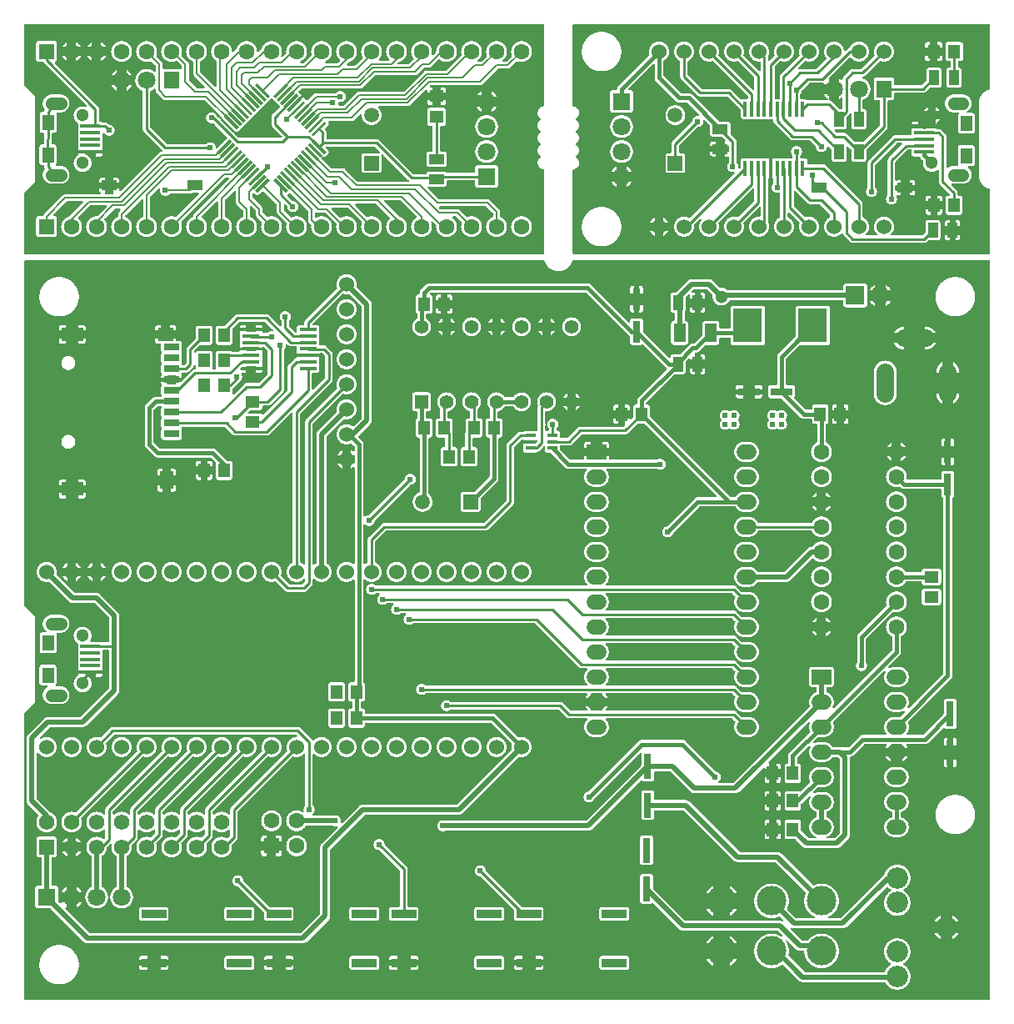
<source format=gtl>
G04 Layer: TopLayer*
G04 EasyEDA v6.3.22, 2020-04-16T16:32:26+08:00*
G04 928550df28224f32970c11639e6f1fd0,b166db8205ee484a91a1acb555850d7f,10*
G04 Gerber Generator version 0.2*
G04 Scale: 100 percent, Rotated: No, Reflected: No *
G04 Dimensions in millimeters *
G04 leading zeros omitted , absolute positions ,3 integer and 3 decimal *
%FSLAX33Y33*%
%MOMM*%
G90*
G71D02*

%ADD10C,0.254000*%
%ADD11C,0.508000*%
%ADD12C,0.399999*%
%ADD13C,0.200000*%
%ADD14C,0.499999*%
%ADD15C,0.609600*%
%ADD16C,0.610006*%
%ADD17R,1.524000X1.016000*%
%ADD18R,0.999998X1.550010*%
%ADD19R,1.550010X0.999998*%
%ADD20R,1.300480X1.399540*%
%ADD21R,1.999996X0.450012*%
%ADD22R,1.199896X1.599997*%
%ADD23R,0.399999X1.493520*%
%ADD24R,1.160018X1.450010*%
%ADD25R,1.450010X1.160018*%
%ADD26R,2.499360X0.899160*%
%ADD27R,1.599946X0.700024*%
%ADD28R,1.599946X1.400048*%
%ADD29R,2.199894X1.400048*%
%ADD30R,0.799998X2.199996*%
%ADD31R,0.799998X2.499995*%
%ADD32R,1.803400X0.406400*%
%ADD33R,0.999998X0.419989*%
%ADD35R,1.199998X1.899996*%
%ADD36R,1.399540X1.300480*%
%ADD37R,2.199996X0.799998*%
%ADD38R,2.999994X3.499993*%
%ADD39C,1.299997*%
%ADD40R,1.899996X1.899996*%
%ADD41C,1.899996*%
%ADD42R,1.599997X1.599997*%
%ADD43C,1.599997*%
%ADD44C,1.574800*%
%ADD45R,1.574800X1.574800*%
%ADD46R,1.799996X1.799996*%
%ADD47C,1.799996*%
%ADD48C,1.524000*%
%ADD49R,1.574800X1.799996*%
%ADD50R,1.499997X1.499997*%
%ADD51C,1.499997*%
%ADD52C,2.184400*%
%ADD53R,1.999996X1.499997*%
%ADD54C,2.999994*%
%ADD55R,1.397000X1.397000*%
%ADD56C,1.397000*%

%LPD*%
G36*
G01X52981Y99311D02*
G01X358Y99311D01*
G01X343Y99310D01*
G01X329Y99307D01*
G01X315Y99302D01*
G01X303Y99295D01*
G01X291Y99286D01*
G01X281Y99276D01*
G01X272Y99264D01*
G01X265Y99252D01*
G01X260Y99238D01*
G01X257Y99224D01*
G01X256Y99209D01*
G01X256Y93112D01*
G01X257Y93096D01*
G01X261Y93080D01*
G01X267Y93066D01*
G01X275Y93052D01*
G01X286Y93040D01*
G01X1324Y92002D01*
G01X1341Y91983D01*
G01X1356Y91963D01*
G01X1369Y91941D01*
G01X1380Y91919D01*
G01X1388Y91895D01*
G01X1394Y91871D01*
G01X1398Y91846D01*
G01X1399Y91821D01*
G01X1399Y83439D01*
G01X1398Y83413D01*
G01X1394Y83388D01*
G01X1388Y83364D01*
G01X1380Y83340D01*
G01X1369Y83318D01*
G01X1356Y83296D01*
G01X1341Y83276D01*
G01X1324Y83257D01*
G01X286Y82219D01*
G01X275Y82207D01*
G01X267Y82193D01*
G01X261Y82179D01*
G01X257Y82163D01*
G01X256Y82147D01*
G01X256Y76050D01*
G01X257Y76035D01*
G01X260Y76021D01*
G01X265Y76007D01*
G01X272Y75995D01*
G01X281Y75983D01*
G01X291Y75973D01*
G01X303Y75964D01*
G01X315Y75957D01*
G01X329Y75952D01*
G01X343Y75949D01*
G01X358Y75948D01*
G01X52981Y75948D01*
G01X52996Y75949D01*
G01X53010Y75952D01*
G01X53024Y75957D01*
G01X53036Y75964D01*
G01X53048Y75973D01*
G01X53058Y75983D01*
G01X53067Y75995D01*
G01X53074Y76007D01*
G01X53079Y76021D01*
G01X53082Y76035D01*
G01X53083Y76050D01*
G01X53083Y84472D01*
G01X53082Y84486D01*
G01X53079Y84501D01*
G01X53074Y84514D01*
G01X53067Y84527D01*
G01X53058Y84539D01*
G01X53048Y84549D01*
G01X53036Y84558D01*
G01X53023Y84564D01*
G01X53010Y84569D01*
G01X52995Y84573D01*
G01X52959Y84579D01*
G01X52922Y84587D01*
G01X52887Y84597D01*
G01X52852Y84610D01*
G01X52817Y84624D01*
G01X52784Y84641D01*
G01X52751Y84659D01*
G01X52720Y84679D01*
G01X52690Y84701D01*
G01X52661Y84724D01*
G01X52633Y84749D01*
G01X52607Y84776D01*
G01X52583Y84804D01*
G01X52560Y84833D01*
G01X52539Y84864D01*
G01X52520Y84896D01*
G01X52502Y84929D01*
G01X52487Y84963D01*
G01X52473Y84997D01*
G01X52462Y85033D01*
G01X52452Y85069D01*
G01X52445Y85105D01*
G01X52440Y85142D01*
G01X52436Y85179D01*
G01X52435Y85216D01*
G01X52435Y85217D01*
G01X52436Y85255D01*
G01X52440Y85293D01*
G01X52445Y85331D01*
G01X52453Y85369D01*
G01X52464Y85406D01*
G01X52476Y85443D01*
G01X52490Y85478D01*
G01X52507Y85513D01*
G01X52525Y85547D01*
G01X52546Y85579D01*
G01X52568Y85610D01*
G01X52592Y85640D01*
G01X52618Y85669D01*
G01X52646Y85696D01*
G01X52675Y85721D01*
G01X52705Y85744D01*
G01X52737Y85766D01*
G01X52749Y85774D01*
G01X52759Y85785D01*
G01X52768Y85796D01*
G01X52775Y85809D01*
G01X52780Y85823D01*
G01X52784Y85837D01*
G01X52785Y85851D01*
G01X52785Y85852D01*
G01X52784Y85866D01*
G01X52780Y85880D01*
G01X52775Y85894D01*
G01X52768Y85907D01*
G01X52759Y85918D01*
G01X52749Y85929D01*
G01X52737Y85937D01*
G01X52705Y85959D01*
G01X52675Y85982D01*
G01X52646Y86007D01*
G01X52618Y86034D01*
G01X52592Y86063D01*
G01X52568Y86093D01*
G01X52546Y86124D01*
G01X52525Y86156D01*
G01X52507Y86190D01*
G01X52490Y86225D01*
G01X52476Y86260D01*
G01X52464Y86297D01*
G01X52453Y86334D01*
G01X52445Y86372D01*
G01X52440Y86410D01*
G01X52436Y86448D01*
G01X52435Y86487D01*
G01X52436Y86525D01*
G01X52440Y86563D01*
G01X52445Y86601D01*
G01X52453Y86639D01*
G01X52464Y86676D01*
G01X52476Y86713D01*
G01X52490Y86748D01*
G01X52507Y86783D01*
G01X52525Y86817D01*
G01X52546Y86849D01*
G01X52568Y86880D01*
G01X52592Y86910D01*
G01X52618Y86939D01*
G01X52646Y86966D01*
G01X52675Y86991D01*
G01X52705Y87014D01*
G01X52737Y87036D01*
G01X52749Y87044D01*
G01X52759Y87055D01*
G01X52768Y87066D01*
G01X52775Y87079D01*
G01X52780Y87093D01*
G01X52784Y87107D01*
G01X52785Y87121D01*
G01X52785Y87122D01*
G01X52784Y87136D01*
G01X52780Y87150D01*
G01X52775Y87164D01*
G01X52768Y87177D01*
G01X52759Y87188D01*
G01X52749Y87199D01*
G01X52737Y87207D01*
G01X52705Y87229D01*
G01X52675Y87252D01*
G01X52646Y87277D01*
G01X52618Y87304D01*
G01X52592Y87333D01*
G01X52568Y87363D01*
G01X52546Y87394D01*
G01X52525Y87426D01*
G01X52507Y87460D01*
G01X52490Y87495D01*
G01X52476Y87530D01*
G01X52464Y87567D01*
G01X52453Y87604D01*
G01X52445Y87642D01*
G01X52440Y87680D01*
G01X52436Y87718D01*
G01X52435Y87757D01*
G01X52436Y87795D01*
G01X52440Y87833D01*
G01X52445Y87871D01*
G01X52453Y87909D01*
G01X52464Y87946D01*
G01X52476Y87983D01*
G01X52490Y88018D01*
G01X52507Y88053D01*
G01X52525Y88087D01*
G01X52546Y88119D01*
G01X52568Y88150D01*
G01X52592Y88180D01*
G01X52618Y88209D01*
G01X52646Y88236D01*
G01X52675Y88261D01*
G01X52705Y88284D01*
G01X52737Y88306D01*
G01X52749Y88314D01*
G01X52759Y88325D01*
G01X52768Y88336D01*
G01X52775Y88349D01*
G01X52780Y88363D01*
G01X52784Y88377D01*
G01X52785Y88391D01*
G01X52785Y88392D01*
G01X52784Y88406D01*
G01X52780Y88420D01*
G01X52775Y88434D01*
G01X52768Y88447D01*
G01X52759Y88458D01*
G01X52749Y88469D01*
G01X52737Y88477D01*
G01X52705Y88499D01*
G01X52675Y88522D01*
G01X52646Y88547D01*
G01X52618Y88574D01*
G01X52592Y88603D01*
G01X52568Y88633D01*
G01X52546Y88664D01*
G01X52525Y88696D01*
G01X52507Y88730D01*
G01X52490Y88765D01*
G01X52476Y88800D01*
G01X52464Y88837D01*
G01X52453Y88874D01*
G01X52445Y88912D01*
G01X52440Y88950D01*
G01X52436Y88988D01*
G01X52435Y89027D01*
G01X52436Y89065D01*
G01X52440Y89103D01*
G01X52445Y89141D01*
G01X52453Y89179D01*
G01X52464Y89216D01*
G01X52476Y89253D01*
G01X52490Y89288D01*
G01X52507Y89323D01*
G01X52525Y89357D01*
G01X52546Y89389D01*
G01X52568Y89420D01*
G01X52592Y89450D01*
G01X52618Y89479D01*
G01X52646Y89506D01*
G01X52675Y89531D01*
G01X52705Y89554D01*
G01X52737Y89576D01*
G01X52749Y89584D01*
G01X52759Y89595D01*
G01X52768Y89606D01*
G01X52775Y89619D01*
G01X52780Y89633D01*
G01X52784Y89647D01*
G01X52785Y89661D01*
G01X52785Y89662D01*
G01X52784Y89676D01*
G01X52780Y89690D01*
G01X52775Y89704D01*
G01X52768Y89717D01*
G01X52759Y89728D01*
G01X52749Y89739D01*
G01X52737Y89747D01*
G01X52705Y89769D01*
G01X52675Y89792D01*
G01X52646Y89817D01*
G01X52618Y89844D01*
G01X52592Y89873D01*
G01X52568Y89903D01*
G01X52546Y89934D01*
G01X52525Y89966D01*
G01X52507Y90000D01*
G01X52490Y90035D01*
G01X52476Y90070D01*
G01X52464Y90107D01*
G01X52453Y90144D01*
G01X52445Y90182D01*
G01X52440Y90220D01*
G01X52436Y90258D01*
G01X52435Y90297D01*
G01X52436Y90334D01*
G01X52440Y90371D01*
G01X52445Y90408D01*
G01X52452Y90444D01*
G01X52462Y90480D01*
G01X52473Y90516D01*
G01X52487Y90550D01*
G01X52502Y90584D01*
G01X52520Y90617D01*
G01X52539Y90649D01*
G01X52560Y90680D01*
G01X52583Y90709D01*
G01X52607Y90737D01*
G01X52633Y90764D01*
G01X52661Y90789D01*
G01X52690Y90812D01*
G01X52720Y90834D01*
G01X52751Y90854D01*
G01X52784Y90872D01*
G01X52817Y90889D01*
G01X52852Y90903D01*
G01X52887Y90916D01*
G01X52922Y90926D01*
G01X52959Y90934D01*
G01X52995Y90940D01*
G01X53010Y90944D01*
G01X53023Y90949D01*
G01X53036Y90955D01*
G01X53048Y90964D01*
G01X53058Y90974D01*
G01X53067Y90986D01*
G01X53074Y90999D01*
G01X53079Y91012D01*
G01X53082Y91027D01*
G01X53083Y91041D01*
G01X53083Y99209D01*
G01X53082Y99224D01*
G01X53079Y99238D01*
G01X53074Y99252D01*
G01X53067Y99264D01*
G01X53058Y99276D01*
G01X53048Y99286D01*
G01X53036Y99295D01*
G01X53024Y99302D01*
G01X53010Y99307D01*
G01X52996Y99310D01*
G01X52981Y99311D01*
G37*

%LPC*%
G36*
G01X12747Y97575D02*
G01X12699Y97576D01*
G01X12652Y97575D01*
G01X12605Y97572D01*
G01X12558Y97566D01*
G01X12511Y97559D01*
G01X12464Y97550D01*
G01X12418Y97538D01*
G01X12373Y97524D01*
G01X12328Y97509D01*
G01X12284Y97491D01*
G01X12241Y97471D01*
G01X12199Y97450D01*
G01X12158Y97426D01*
G01X12117Y97401D01*
G01X12078Y97374D01*
G01X12041Y97346D01*
G01X12004Y97315D01*
G01X11969Y97283D01*
G01X11936Y97250D01*
G01X11904Y97215D01*
G01X11873Y97178D01*
G01X11845Y97141D01*
G01X11818Y97102D01*
G01X11793Y97061D01*
G01X11769Y97020D01*
G01X11748Y96978D01*
G01X11728Y96935D01*
G01X11710Y96891D01*
G01X11695Y96846D01*
G01X11681Y96801D01*
G01X11669Y96755D01*
G01X11660Y96708D01*
G01X11653Y96661D01*
G01X11647Y96614D01*
G01X11644Y96567D01*
G01X11643Y96520D01*
G01X11644Y96472D01*
G01X11647Y96425D01*
G01X11653Y96378D01*
G01X11660Y96331D01*
G01X11669Y96284D01*
G01X11681Y96238D01*
G01X11695Y96193D01*
G01X11710Y96148D01*
G01X11728Y96104D01*
G01X11748Y96061D01*
G01X11769Y96019D01*
G01X11793Y95978D01*
G01X11818Y95937D01*
G01X11845Y95898D01*
G01X11873Y95861D01*
G01X11904Y95824D01*
G01X11936Y95789D01*
G01X11969Y95756D01*
G01X12004Y95724D01*
G01X12041Y95693D01*
G01X12078Y95665D01*
G01X12117Y95638D01*
G01X12158Y95613D01*
G01X12199Y95589D01*
G01X12241Y95568D01*
G01X12284Y95548D01*
G01X12328Y95530D01*
G01X12373Y95515D01*
G01X12418Y95501D01*
G01X12464Y95489D01*
G01X12511Y95480D01*
G01X12558Y95473D01*
G01X12605Y95467D01*
G01X12652Y95464D01*
G01X12700Y95463D01*
G01X12749Y95464D01*
G01X12799Y95468D01*
G01X12849Y95474D01*
G01X12898Y95482D01*
G01X12947Y95492D01*
G01X12996Y95505D01*
G01X13043Y95520D01*
G01X13090Y95538D01*
G01X13109Y95543D01*
G01X13128Y95545D01*
G01X13144Y95544D01*
G01X13159Y95540D01*
G01X13174Y95534D01*
G01X13187Y95526D01*
G01X13200Y95515D01*
G01X13583Y95132D01*
G01X13594Y95119D01*
G01X13602Y95106D01*
G01X13608Y95091D01*
G01X13612Y95076D01*
G01X13613Y95060D01*
G01X13613Y94560D01*
G01X13612Y94545D01*
G01X13609Y94531D01*
G01X13604Y94517D01*
G01X13597Y94505D01*
G01X13588Y94493D01*
G01X13578Y94483D01*
G01X13566Y94474D01*
G01X13554Y94467D01*
G01X13540Y94462D01*
G01X13526Y94459D01*
G01X13511Y94458D01*
G01X13494Y94460D01*
G01X13476Y94464D01*
G01X13460Y94472D01*
G01X13446Y94482D01*
G01X13406Y94514D01*
G01X13366Y94544D01*
G01X13323Y94572D01*
G01X13280Y94599D01*
G01X13236Y94623D01*
G01X13190Y94646D01*
G01X13144Y94666D01*
G01X13097Y94685D01*
G01X13049Y94701D01*
G01X13000Y94715D01*
G01X12951Y94727D01*
G01X12901Y94737D01*
G01X12851Y94745D01*
G01X12801Y94751D01*
G01X12750Y94754D01*
G01X12700Y94755D01*
G01X12650Y94754D01*
G01X12601Y94751D01*
G01X12553Y94746D01*
G01X12504Y94738D01*
G01X12456Y94729D01*
G01X12408Y94718D01*
G01X12361Y94704D01*
G01X12314Y94689D01*
G01X12268Y94672D01*
G01X12223Y94652D01*
G01X12179Y94631D01*
G01X12135Y94608D01*
G01X12093Y94583D01*
G01X12052Y94557D01*
G01X12012Y94528D01*
G01X11973Y94498D01*
G01X11935Y94467D01*
G01X11899Y94433D01*
G01X11865Y94399D01*
G01X11831Y94363D01*
G01X11800Y94325D01*
G01X11770Y94286D01*
G01X11741Y94246D01*
G01X11715Y94205D01*
G01X11690Y94163D01*
G01X11667Y94119D01*
G01X11646Y94075D01*
G01X11626Y94030D01*
G01X11609Y93984D01*
G01X11594Y93937D01*
G01X11580Y93890D01*
G01X11569Y93842D01*
G01X11560Y93794D01*
G01X11552Y93745D01*
G01X11547Y93697D01*
G01X11544Y93648D01*
G01X11543Y93599D01*
G01X11544Y93550D01*
G01X11547Y93502D01*
G01X11552Y93453D01*
G01X11559Y93405D01*
G01X11568Y93358D01*
G01X11579Y93310D01*
G01X11592Y93264D01*
G01X11624Y93172D01*
G01X11643Y93127D01*
G01X11664Y93083D01*
G01X11687Y93040D01*
G01X11711Y92998D01*
G01X11737Y92957D01*
G01X11765Y92918D01*
G01X11794Y92879D01*
G01X11825Y92842D01*
G01X11857Y92806D01*
G01X11891Y92771D01*
G01X11927Y92738D01*
G01X11964Y92706D01*
G01X12002Y92676D01*
G01X12041Y92648D01*
G01X12082Y92621D01*
G01X12123Y92596D01*
G01X12166Y92573D01*
G01X12209Y92551D01*
G01X12254Y92531D01*
G01X12267Y92525D01*
G01X12279Y92516D01*
G01X12290Y92506D01*
G01X12299Y92494D01*
G01X12306Y92481D01*
G01X12312Y92467D01*
G01X12315Y92453D01*
G01X12316Y92438D01*
G01X12316Y88646D01*
G01X12317Y88615D01*
G01X12321Y88586D01*
G01X12327Y88556D01*
G01X12335Y88527D01*
G01X12345Y88499D01*
G01X12358Y88471D01*
G01X12372Y88445D01*
G01X12389Y88420D01*
G01X12408Y88396D01*
G01X12428Y88374D01*
G01X14294Y86508D01*
G01X14304Y86496D01*
G01X14313Y86483D01*
G01X14319Y86468D01*
G01X14323Y86453D01*
G01X14324Y86437D01*
G01X14323Y86422D01*
G01X14320Y86408D01*
G01X14315Y86394D01*
G01X14308Y86382D01*
G01X14299Y86370D01*
G01X14289Y86360D01*
G01X14277Y86351D01*
G01X14265Y86344D01*
G01X14251Y86339D01*
G01X14237Y86336D01*
G01X14223Y86335D01*
G01X14195Y86334D01*
G01X14167Y86331D01*
G01X14140Y86325D01*
G01X14113Y86317D01*
G01X14087Y86308D01*
G01X14061Y86296D01*
G01X14037Y86282D01*
G01X14014Y86267D01*
G01X13992Y86250D01*
G01X13971Y86231D01*
G01X10081Y82341D01*
G01X10069Y82330D01*
G01X10056Y82322D01*
G01X10041Y82316D01*
G01X10025Y82312D01*
G01X10009Y82311D01*
G01X9995Y82312D01*
G01X9981Y82315D01*
G01X9967Y82320D01*
G01X9955Y82327D01*
G01X9943Y82336D01*
G01X9933Y82346D01*
G01X9924Y82357D01*
G01X9917Y82370D01*
G01X9912Y82384D01*
G01X9909Y82398D01*
G01X9908Y82412D01*
G01X9908Y82613D01*
G01X9334Y82613D01*
G01X9334Y82119D01*
G01X9333Y82104D01*
G01X9330Y82090D01*
G01X9325Y82076D01*
G01X9318Y82064D01*
G01X9309Y82052D01*
G01X9299Y82042D01*
G01X9287Y82033D01*
G01X9275Y82026D01*
G01X9261Y82021D01*
G01X9247Y82018D01*
G01X9232Y82017D01*
G01X8547Y82017D01*
G01X8532Y82018D01*
G01X8518Y82021D01*
G01X8504Y82026D01*
G01X8492Y82033D01*
G01X8480Y82042D01*
G01X8470Y82052D01*
G01X8461Y82064D01*
G01X8454Y82076D01*
G01X8449Y82090D01*
G01X8446Y82104D01*
G01X8445Y82119D01*
G01X8445Y82613D01*
G01X7871Y82613D01*
G01X7871Y82423D01*
G01X7872Y82399D01*
G01X7875Y82376D01*
G01X7881Y82353D01*
G01X7888Y82330D01*
G01X7898Y82309D01*
G01X7909Y82288D01*
G01X7922Y82268D01*
G01X7937Y82250D01*
G01X7954Y82233D01*
G01X7972Y82218D01*
G01X7992Y82205D01*
G01X8004Y82196D01*
G01X8014Y82186D01*
G01X8023Y82174D01*
G01X8030Y82161D01*
G01X8035Y82148D01*
G01X8038Y82133D01*
G01X8040Y82119D01*
G01X8039Y82104D01*
G01X8035Y82090D01*
G01X8030Y82076D01*
G01X8023Y82064D01*
G01X8015Y82052D01*
G01X8004Y82042D01*
G01X7993Y82033D01*
G01X7980Y82026D01*
G01X7967Y82021D01*
G01X7952Y82018D01*
G01X7938Y82017D01*
G01X4445Y82017D01*
G01X4417Y82016D01*
G01X4389Y82013D01*
G01X4361Y82007D01*
G01X4334Y82000D01*
G01X4308Y81990D01*
G01X4283Y81978D01*
G01X4258Y81965D01*
G01X4235Y81949D01*
G01X4213Y81932D01*
G01X4192Y81913D01*
G01X2287Y80008D01*
G01X2268Y79987D01*
G01X2251Y79965D01*
G01X2236Y79942D01*
G01X2222Y79918D01*
G01X2210Y79892D01*
G01X2201Y79866D01*
G01X2194Y79851D01*
G01X2186Y79838D01*
G01X2176Y79826D01*
G01X2164Y79815D01*
G01X2150Y79807D01*
G01X2135Y79801D01*
G01X2120Y79797D01*
G01X2104Y79796D01*
G01X1740Y79796D01*
G01X1716Y79795D01*
G01X1692Y79792D01*
G01X1669Y79786D01*
G01X1647Y79779D01*
G01X1625Y79769D01*
G01X1604Y79758D01*
G01X1585Y79744D01*
G01X1567Y79729D01*
G01X1550Y79712D01*
G01X1535Y79694D01*
G01X1521Y79675D01*
G01X1510Y79654D01*
G01X1500Y79632D01*
G01X1493Y79610D01*
G01X1487Y79587D01*
G01X1484Y79563D01*
G01X1483Y79539D01*
G01X1483Y77940D01*
G01X1484Y77916D01*
G01X1487Y77892D01*
G01X1493Y77869D01*
G01X1500Y77847D01*
G01X1510Y77825D01*
G01X1521Y77804D01*
G01X1535Y77785D01*
G01X1550Y77767D01*
G01X1567Y77750D01*
G01X1585Y77735D01*
G01X1604Y77721D01*
G01X1625Y77710D01*
G01X1647Y77700D01*
G01X1669Y77693D01*
G01X1692Y77687D01*
G01X1716Y77684D01*
G01X1740Y77683D01*
G01X3339Y77683D01*
G01X3363Y77684D01*
G01X3387Y77687D01*
G01X3410Y77693D01*
G01X3432Y77700D01*
G01X3454Y77710D01*
G01X3475Y77721D01*
G01X3494Y77735D01*
G01X3512Y77750D01*
G01X3529Y77767D01*
G01X3544Y77785D01*
G01X3558Y77804D01*
G01X3569Y77825D01*
G01X3579Y77847D01*
G01X3586Y77869D01*
G01X3592Y77892D01*
G01X3595Y77916D01*
G01X3596Y77940D01*
G01X3596Y79539D01*
G01X3595Y79563D01*
G01X3592Y79587D01*
G01X3586Y79610D01*
G01X3579Y79632D01*
G01X3569Y79654D01*
G01X3558Y79675D01*
G01X3544Y79694D01*
G01X3529Y79712D01*
G01X3512Y79729D01*
G01X3494Y79744D01*
G01X3475Y79758D01*
G01X3454Y79769D01*
G01X3432Y79779D01*
G01X3410Y79786D01*
G01X3387Y79792D01*
G01X3363Y79795D01*
G01X3339Y79796D01*
G01X3330Y79796D01*
G01X3315Y79797D01*
G01X3301Y79800D01*
G01X3287Y79805D01*
G01X3275Y79812D01*
G01X3263Y79821D01*
G01X3253Y79831D01*
G01X3244Y79843D01*
G01X3237Y79855D01*
G01X3232Y79869D01*
G01X3229Y79883D01*
G01X3228Y79898D01*
G01X3229Y79914D01*
G01X3233Y79929D01*
G01X3239Y79944D01*
G01X3247Y79957D01*
G01X3258Y79969D01*
G01X4562Y81274D01*
G01X4575Y81285D01*
G01X4588Y81293D01*
G01X4603Y81299D01*
G01X4618Y81303D01*
G01X4634Y81304D01*
G01X6132Y81304D01*
G01X6147Y81303D01*
G01X6161Y81300D01*
G01X6175Y81295D01*
G01X6187Y81288D01*
G01X6199Y81279D01*
G01X6209Y81269D01*
G01X6218Y81257D01*
G01X6225Y81245D01*
G01X6230Y81231D01*
G01X6233Y81217D01*
G01X6234Y81202D01*
G01X6233Y81186D01*
G01X6229Y81171D01*
G01X6223Y81156D01*
G01X6215Y81143D01*
G01X6204Y81131D01*
G01X4863Y79789D01*
G01X4849Y79778D01*
G01X4834Y79769D01*
G01X4817Y79763D01*
G01X4772Y79750D01*
G01X4728Y79736D01*
G01X4684Y79719D01*
G01X4642Y79701D01*
G01X4600Y79681D01*
G01X4559Y79659D01*
G01X4519Y79635D01*
G01X4480Y79610D01*
G01X4442Y79582D01*
G01X4406Y79554D01*
G01X4371Y79523D01*
G01X4337Y79491D01*
G01X4305Y79458D01*
G01X4274Y79423D01*
G01X4245Y79387D01*
G01X4217Y79350D01*
G01X4191Y79311D01*
G01X4167Y79272D01*
G01X4144Y79231D01*
G01X4123Y79189D01*
G01X4105Y79147D01*
G01X4088Y79104D01*
G01X4073Y79060D01*
G01X4060Y79015D01*
G01X4048Y78970D01*
G01X4039Y78924D01*
G01X4032Y78878D01*
G01X4027Y78832D01*
G01X4024Y78786D01*
G01X4023Y78740D01*
G01X4024Y78692D01*
G01X4027Y78645D01*
G01X4033Y78598D01*
G01X4040Y78551D01*
G01X4049Y78504D01*
G01X4061Y78458D01*
G01X4075Y78413D01*
G01X4090Y78368D01*
G01X4108Y78324D01*
G01X4128Y78281D01*
G01X4149Y78239D01*
G01X4173Y78198D01*
G01X4198Y78157D01*
G01X4225Y78118D01*
G01X4253Y78081D01*
G01X4284Y78044D01*
G01X4316Y78009D01*
G01X4349Y77976D01*
G01X4384Y77944D01*
G01X4421Y77913D01*
G01X4458Y77885D01*
G01X4497Y77858D01*
G01X4538Y77833D01*
G01X4579Y77809D01*
G01X4621Y77788D01*
G01X4664Y77768D01*
G01X4708Y77750D01*
G01X4753Y77735D01*
G01X4798Y77721D01*
G01X4844Y77709D01*
G01X4891Y77700D01*
G01X4938Y77693D01*
G01X4985Y77687D01*
G01X5032Y77684D01*
G01X5080Y77683D01*
G01X5127Y77684D01*
G01X5174Y77687D01*
G01X5221Y77693D01*
G01X5268Y77700D01*
G01X5315Y77709D01*
G01X5361Y77721D01*
G01X5406Y77735D01*
G01X5451Y77750D01*
G01X5495Y77768D01*
G01X5538Y77788D01*
G01X5580Y77809D01*
G01X5621Y77833D01*
G01X5662Y77858D01*
G01X5701Y77885D01*
G01X5738Y77913D01*
G01X5775Y77944D01*
G01X5810Y77976D01*
G01X5843Y78009D01*
G01X5875Y78044D01*
G01X5906Y78081D01*
G01X5934Y78118D01*
G01X5961Y78157D01*
G01X5986Y78198D01*
G01X6010Y78239D01*
G01X6031Y78281D01*
G01X6051Y78324D01*
G01X6069Y78368D01*
G01X6084Y78413D01*
G01X6098Y78458D01*
G01X6110Y78504D01*
G01X6119Y78551D01*
G01X6126Y78598D01*
G01X6132Y78645D01*
G01X6135Y78692D01*
G01X6136Y78740D01*
G01X6135Y78787D01*
G01X6132Y78834D01*
G01X6126Y78882D01*
G01X6119Y78929D01*
G01X6109Y78975D01*
G01X6098Y79021D01*
G01X6084Y79067D01*
G01X6068Y79112D01*
G01X6051Y79156D01*
G01X6031Y79199D01*
G01X6009Y79241D01*
G01X5986Y79283D01*
G01X5960Y79323D01*
G01X5933Y79362D01*
G01X5904Y79400D01*
G01X5874Y79436D01*
G01X5842Y79471D01*
G01X5808Y79505D01*
G01X5773Y79537D01*
G01X5763Y79547D01*
G01X5754Y79559D01*
G01X5747Y79571D01*
G01X5742Y79585D01*
G01X5739Y79599D01*
G01X5738Y79613D01*
G01X5739Y79629D01*
G01X5743Y79645D01*
G01X5749Y79660D01*
G01X5757Y79673D01*
G01X5768Y79685D01*
G01X6975Y80893D01*
G01X6988Y80904D01*
G01X7001Y80912D01*
G01X7016Y80918D01*
G01X7031Y80922D01*
G01X7047Y80923D01*
G01X8545Y80923D01*
G01X8560Y80922D01*
G01X8574Y80919D01*
G01X8588Y80914D01*
G01X8600Y80907D01*
G01X8612Y80898D01*
G01X8622Y80888D01*
G01X8631Y80876D01*
G01X8638Y80864D01*
G01X8643Y80850D01*
G01X8646Y80836D01*
G01X8647Y80821D01*
G01X8646Y80805D01*
G01X8642Y80790D01*
G01X8636Y80775D01*
G01X8628Y80762D01*
G01X8617Y80750D01*
G01X7694Y79826D01*
G01X7681Y79815D01*
G01X7668Y79807D01*
G01X7653Y79801D01*
G01X7638Y79797D01*
G01X7622Y79796D01*
G01X7620Y79796D01*
G01X7572Y79795D01*
G01X7525Y79792D01*
G01X7478Y79786D01*
G01X7431Y79779D01*
G01X7384Y79770D01*
G01X7338Y79758D01*
G01X7293Y79744D01*
G01X7248Y79729D01*
G01X7204Y79711D01*
G01X7161Y79691D01*
G01X7119Y79670D01*
G01X7078Y79646D01*
G01X7037Y79621D01*
G01X6998Y79594D01*
G01X6961Y79566D01*
G01X6924Y79535D01*
G01X6889Y79503D01*
G01X6856Y79470D01*
G01X6824Y79435D01*
G01X6793Y79398D01*
G01X6765Y79361D01*
G01X6738Y79322D01*
G01X6713Y79281D01*
G01X6689Y79240D01*
G01X6668Y79198D01*
G01X6648Y79155D01*
G01X6630Y79111D01*
G01X6615Y79066D01*
G01X6601Y79021D01*
G01X6589Y78975D01*
G01X6580Y78928D01*
G01X6573Y78881D01*
G01X6567Y78834D01*
G01X6564Y78787D01*
G01X6563Y78740D01*
G01X6564Y78692D01*
G01X6567Y78645D01*
G01X6573Y78598D01*
G01X6580Y78551D01*
G01X6589Y78504D01*
G01X6601Y78458D01*
G01X6615Y78413D01*
G01X6630Y78368D01*
G01X6648Y78324D01*
G01X6668Y78281D01*
G01X6689Y78239D01*
G01X6713Y78198D01*
G01X6738Y78157D01*
G01X6765Y78118D01*
G01X6793Y78081D01*
G01X6824Y78044D01*
G01X6856Y78009D01*
G01X6889Y77976D01*
G01X6924Y77944D01*
G01X6961Y77913D01*
G01X6998Y77885D01*
G01X7037Y77858D01*
G01X7078Y77833D01*
G01X7119Y77809D01*
G01X7161Y77788D01*
G01X7204Y77768D01*
G01X7248Y77750D01*
G01X7293Y77735D01*
G01X7338Y77721D01*
G01X7384Y77709D01*
G01X7431Y77700D01*
G01X7478Y77693D01*
G01X7525Y77687D01*
G01X7572Y77684D01*
G01X7619Y77683D01*
G01X7620Y77683D01*
G01X7667Y77684D01*
G01X7714Y77687D01*
G01X7761Y77693D01*
G01X7808Y77700D01*
G01X7855Y77709D01*
G01X7901Y77721D01*
G01X7946Y77735D01*
G01X7991Y77750D01*
G01X8035Y77768D01*
G01X8078Y77788D01*
G01X8120Y77809D01*
G01X8161Y77833D01*
G01X8202Y77858D01*
G01X8241Y77885D01*
G01X8278Y77913D01*
G01X8315Y77944D01*
G01X8350Y77976D01*
G01X8383Y78009D01*
G01X8415Y78044D01*
G01X8446Y78081D01*
G01X8474Y78118D01*
G01X8501Y78157D01*
G01X8526Y78198D01*
G01X8550Y78239D01*
G01X8571Y78281D01*
G01X8591Y78324D01*
G01X8609Y78368D01*
G01X8624Y78413D01*
G01X8638Y78458D01*
G01X8650Y78504D01*
G01X8659Y78551D01*
G01X8666Y78598D01*
G01X8672Y78645D01*
G01X8675Y78692D01*
G01X8676Y78740D01*
G01X8675Y78789D01*
G01X8671Y78838D01*
G01X8666Y78887D01*
G01X8658Y78936D01*
G01X8647Y78984D01*
G01X8635Y79031D01*
G01X8620Y79078D01*
G01X8603Y79125D01*
G01X8584Y79170D01*
G01X8563Y79215D01*
G01X8540Y79258D01*
G01X8515Y79301D01*
G01X8488Y79342D01*
G01X8459Y79382D01*
G01X8428Y79420D01*
G01X8417Y79435D01*
G01X8410Y79451D01*
G01X8405Y79468D01*
G01X8404Y79485D01*
G01X8405Y79501D01*
G01X8409Y79517D01*
G01X8415Y79532D01*
G01X8423Y79545D01*
G01X8434Y79557D01*
G01X9388Y80512D01*
G01X9401Y80523D01*
G01X9414Y80531D01*
G01X9429Y80537D01*
G01X9444Y80541D01*
G01X9460Y80542D01*
G01X9942Y80542D01*
G01X9957Y80541D01*
G01X9971Y80538D01*
G01X9985Y80533D01*
G01X9997Y80526D01*
G01X10009Y80517D01*
G01X10019Y80507D01*
G01X10028Y80495D01*
G01X10035Y80483D01*
G01X10040Y80469D01*
G01X10043Y80455D01*
G01X10044Y80440D01*
G01X10043Y80424D01*
G01X10039Y80409D01*
G01X10033Y80394D01*
G01X10025Y80381D01*
G01X10014Y80369D01*
G01X9907Y80262D01*
G01X9888Y80241D01*
G01X9871Y80219D01*
G01X9855Y80196D01*
G01X9842Y80171D01*
G01X9830Y80146D01*
G01X9820Y80120D01*
G01X9813Y80093D01*
G01X9807Y80065D01*
G01X9804Y80037D01*
G01X9803Y80010D01*
G01X9803Y79803D01*
G01X9802Y79788D01*
G01X9799Y79774D01*
G01X9793Y79760D01*
G01X9786Y79747D01*
G01X9777Y79736D01*
G01X9767Y79725D01*
G01X9755Y79717D01*
G01X9742Y79710D01*
G01X9699Y79690D01*
G01X9656Y79669D01*
G01X9615Y79645D01*
G01X9575Y79620D01*
G01X9537Y79593D01*
G01X9499Y79564D01*
G01X9463Y79534D01*
G01X9428Y79502D01*
G01X9395Y79468D01*
G01X9363Y79433D01*
G01X9332Y79397D01*
G01X9304Y79359D01*
G01X9277Y79320D01*
G01X9252Y79280D01*
G01X9229Y79239D01*
G01X9207Y79197D01*
G01X9188Y79154D01*
G01X9170Y79110D01*
G01X9154Y79065D01*
G01X9141Y79020D01*
G01X9129Y78974D01*
G01X9120Y78928D01*
G01X9112Y78881D01*
G01X9107Y78834D01*
G01X9104Y78787D01*
G01X9103Y78739D01*
G01X9104Y78692D01*
G01X9107Y78645D01*
G01X9113Y78598D01*
G01X9120Y78551D01*
G01X9129Y78504D01*
G01X9141Y78458D01*
G01X9155Y78413D01*
G01X9170Y78368D01*
G01X9188Y78324D01*
G01X9208Y78281D01*
G01X9229Y78239D01*
G01X9253Y78198D01*
G01X9278Y78157D01*
G01X9305Y78118D01*
G01X9333Y78081D01*
G01X9364Y78044D01*
G01X9396Y78009D01*
G01X9429Y77976D01*
G01X9464Y77944D01*
G01X9501Y77913D01*
G01X9538Y77885D01*
G01X9577Y77858D01*
G01X9618Y77833D01*
G01X9659Y77809D01*
G01X9701Y77788D01*
G01X9744Y77768D01*
G01X9788Y77750D01*
G01X9833Y77735D01*
G01X9878Y77721D01*
G01X9924Y77709D01*
G01X9971Y77700D01*
G01X10018Y77693D01*
G01X10065Y77687D01*
G01X10112Y77684D01*
G01X10160Y77683D01*
G01X10207Y77684D01*
G01X10254Y77687D01*
G01X10301Y77693D01*
G01X10348Y77700D01*
G01X10395Y77709D01*
G01X10441Y77721D01*
G01X10486Y77735D01*
G01X10531Y77750D01*
G01X10575Y77768D01*
G01X10618Y77788D01*
G01X10660Y77809D01*
G01X10701Y77833D01*
G01X10742Y77858D01*
G01X10781Y77885D01*
G01X10818Y77913D01*
G01X10855Y77944D01*
G01X10890Y77976D01*
G01X10923Y78009D01*
G01X10955Y78044D01*
G01X10986Y78081D01*
G01X11014Y78118D01*
G01X11041Y78157D01*
G01X11066Y78198D01*
G01X11090Y78239D01*
G01X11111Y78281D01*
G01X11131Y78324D01*
G01X11149Y78368D01*
G01X11164Y78413D01*
G01X11178Y78458D01*
G01X11190Y78504D01*
G01X11199Y78551D01*
G01X11206Y78598D01*
G01X11212Y78645D01*
G01X11215Y78692D01*
G01X11216Y78740D01*
G01X11215Y78787D01*
G01X11212Y78834D01*
G01X11207Y78881D01*
G01X11199Y78928D01*
G01X11190Y78974D01*
G01X11178Y79020D01*
G01X11165Y79065D01*
G01X11149Y79110D01*
G01X11131Y79154D01*
G01X11112Y79197D01*
G01X11090Y79239D01*
G01X11067Y79280D01*
G01X11042Y79320D01*
G01X11015Y79359D01*
G01X10987Y79397D01*
G01X10956Y79433D01*
G01X10924Y79468D01*
G01X10891Y79502D01*
G01X10856Y79534D01*
G01X10820Y79564D01*
G01X10782Y79593D01*
G01X10744Y79620D01*
G01X10704Y79645D01*
G01X10663Y79669D01*
G01X10620Y79690D01*
G01X10577Y79710D01*
G01X10564Y79717D01*
G01X10552Y79725D01*
G01X10542Y79736D01*
G01X10533Y79747D01*
G01X10526Y79760D01*
G01X10520Y79774D01*
G01X10517Y79788D01*
G01X10516Y79803D01*
G01X10516Y79820D01*
G01X10517Y79836D01*
G01X10521Y79851D01*
G01X10527Y79866D01*
G01X10535Y79879D01*
G01X10546Y79892D01*
G01X12170Y81515D01*
G01X12182Y81526D01*
G01X12195Y81534D01*
G01X12210Y81540D01*
G01X12225Y81544D01*
G01X12241Y81545D01*
G01X12256Y81544D01*
G01X12270Y81541D01*
G01X12284Y81536D01*
G01X12296Y81529D01*
G01X12308Y81520D01*
G01X12318Y81510D01*
G01X12327Y81498D01*
G01X12334Y81486D01*
G01X12339Y81472D01*
G01X12342Y81458D01*
G01X12343Y81443D01*
G01X12343Y79803D01*
G01X12342Y79788D01*
G01X12339Y79774D01*
G01X12333Y79760D01*
G01X12326Y79747D01*
G01X12317Y79736D01*
G01X12307Y79725D01*
G01X12295Y79717D01*
G01X12282Y79710D01*
G01X12239Y79690D01*
G01X12196Y79669D01*
G01X12155Y79645D01*
G01X12115Y79620D01*
G01X12077Y79593D01*
G01X12039Y79564D01*
G01X12003Y79534D01*
G01X11968Y79502D01*
G01X11935Y79468D01*
G01X11903Y79433D01*
G01X11872Y79397D01*
G01X11844Y79359D01*
G01X11817Y79320D01*
G01X11792Y79280D01*
G01X11769Y79239D01*
G01X11747Y79197D01*
G01X11728Y79154D01*
G01X11710Y79110D01*
G01X11694Y79065D01*
G01X11681Y79020D01*
G01X11669Y78974D01*
G01X11660Y78928D01*
G01X11652Y78881D01*
G01X11647Y78834D01*
G01X11644Y78787D01*
G01X11643Y78739D01*
G01X11644Y78692D01*
G01X11647Y78645D01*
G01X11653Y78598D01*
G01X11660Y78551D01*
G01X11669Y78504D01*
G01X11681Y78458D01*
G01X11695Y78413D01*
G01X11710Y78368D01*
G01X11728Y78324D01*
G01X11748Y78281D01*
G01X11769Y78239D01*
G01X11793Y78198D01*
G01X11818Y78157D01*
G01X11845Y78118D01*
G01X11873Y78081D01*
G01X11904Y78044D01*
G01X11936Y78009D01*
G01X11969Y77976D01*
G01X12004Y77944D01*
G01X12041Y77913D01*
G01X12078Y77885D01*
G01X12117Y77858D01*
G01X12158Y77833D01*
G01X12199Y77809D01*
G01X12241Y77788D01*
G01X12284Y77768D01*
G01X12328Y77750D01*
G01X12373Y77735D01*
G01X12418Y77721D01*
G01X12464Y77709D01*
G01X12511Y77700D01*
G01X12558Y77693D01*
G01X12605Y77687D01*
G01X12652Y77684D01*
G01X12700Y77683D01*
G01X12747Y77684D01*
G01X12794Y77687D01*
G01X12841Y77693D01*
G01X12888Y77700D01*
G01X12935Y77709D01*
G01X12981Y77721D01*
G01X13026Y77735D01*
G01X13071Y77750D01*
G01X13115Y77768D01*
G01X13158Y77788D01*
G01X13200Y77809D01*
G01X13241Y77833D01*
G01X13282Y77858D01*
G01X13321Y77885D01*
G01X13358Y77913D01*
G01X13395Y77944D01*
G01X13430Y77976D01*
G01X13463Y78009D01*
G01X13495Y78044D01*
G01X13526Y78081D01*
G01X13554Y78118D01*
G01X13581Y78157D01*
G01X13606Y78198D01*
G01X13630Y78239D01*
G01X13651Y78281D01*
G01X13671Y78324D01*
G01X13689Y78368D01*
G01X13704Y78413D01*
G01X13718Y78458D01*
G01X13730Y78504D01*
G01X13739Y78551D01*
G01X13746Y78598D01*
G01X13752Y78645D01*
G01X13755Y78692D01*
G01X13756Y78740D01*
G01X13755Y78787D01*
G01X13752Y78834D01*
G01X13747Y78881D01*
G01X13739Y78928D01*
G01X13730Y78974D01*
G01X13718Y79020D01*
G01X13705Y79065D01*
G01X13689Y79110D01*
G01X13671Y79154D01*
G01X13652Y79197D01*
G01X13630Y79239D01*
G01X13607Y79280D01*
G01X13582Y79320D01*
G01X13555Y79359D01*
G01X13527Y79397D01*
G01X13496Y79433D01*
G01X13464Y79468D01*
G01X13431Y79502D01*
G01X13396Y79534D01*
G01X13360Y79564D01*
G01X13322Y79593D01*
G01X13284Y79620D01*
G01X13244Y79645D01*
G01X13203Y79669D01*
G01X13160Y79690D01*
G01X13117Y79710D01*
G01X13104Y79717D01*
G01X13092Y79725D01*
G01X13082Y79736D01*
G01X13073Y79747D01*
G01X13066Y79760D01*
G01X13060Y79774D01*
G01X13057Y79788D01*
G01X13056Y79803D01*
G01X13056Y81725D01*
G01X13057Y81741D01*
G01X13061Y81756D01*
G01X13067Y81771D01*
G01X13075Y81784D01*
G01X13086Y81797D01*
G01X13876Y82587D01*
G01X13888Y82597D01*
G01X13902Y82605D01*
G01X13916Y82612D01*
G01X13932Y82615D01*
G01X13948Y82617D01*
G01X13962Y82615D01*
G01X13976Y82612D01*
G01X13990Y82607D01*
G01X14003Y82600D01*
G01X14014Y82592D01*
G01X14025Y82581D01*
G01X14033Y82570D01*
G01X14040Y82557D01*
G01X14045Y82544D01*
G01X14048Y82529D01*
G01X14049Y82515D01*
G01X14048Y82501D01*
G01X14044Y82462D01*
G01X14043Y82422D01*
G01X14044Y82389D01*
G01X14047Y82355D01*
G01X14052Y82321D01*
G01X14059Y82288D01*
G01X14068Y82255D01*
G01X14079Y82223D01*
G01X14092Y82192D01*
G01X14107Y82162D01*
G01X14124Y82132D01*
G01X14142Y82104D01*
G01X14162Y82076D01*
G01X14184Y82050D01*
G01X14207Y82025D01*
G01X14232Y82002D01*
G01X14258Y81980D01*
G01X14286Y81960D01*
G01X14314Y81942D01*
G01X14344Y81925D01*
G01X14374Y81910D01*
G01X14405Y81897D01*
G01X14437Y81886D01*
G01X14470Y81877D01*
G01X14503Y81870D01*
G01X14537Y81865D01*
G01X14571Y81862D01*
G01X14605Y81861D01*
G01X14639Y81862D01*
G01X14674Y81865D01*
G01X14709Y81871D01*
G01X14743Y81878D01*
G01X14776Y81888D01*
G01X14809Y81900D01*
G01X14841Y81913D01*
G01X14872Y81929D01*
G01X14903Y81947D01*
G01X14932Y81966D01*
G01X14959Y81987D01*
G01X14986Y82010D01*
G01X15010Y82035D01*
G01X15023Y82045D01*
G01X15037Y82054D01*
G01X15052Y82061D01*
G01X15068Y82065D01*
G01X15084Y82066D01*
G01X17132Y82066D01*
G01X17162Y82067D01*
G01X17191Y82071D01*
G01X17221Y82077D01*
G01X17249Y82086D01*
G01X17277Y82097D01*
G01X17304Y82110D01*
G01X17330Y82126D01*
G01X17354Y82144D01*
G01X17368Y82153D01*
G01X17384Y82160D01*
G01X17400Y82165D01*
G01X17417Y82166D01*
G01X17916Y82166D01*
G01X17931Y82165D01*
G01X17945Y82162D01*
G01X17959Y82157D01*
G01X17971Y82150D01*
G01X17983Y82141D01*
G01X17993Y82131D01*
G01X18002Y82119D01*
G01X18009Y82107D01*
G01X18014Y82093D01*
G01X18017Y82079D01*
G01X18018Y82064D01*
G01X18017Y82048D01*
G01X18013Y82033D01*
G01X18007Y82018D01*
G01X17999Y82005D01*
G01X17988Y81993D01*
G01X15740Y79744D01*
G01X15727Y79733D01*
G01X15714Y79725D01*
G01X15699Y79719D01*
G01X15684Y79715D01*
G01X15668Y79714D01*
G01X15649Y79716D01*
G01X15630Y79721D01*
G01X15583Y79739D01*
G01X15536Y79754D01*
G01X15487Y79767D01*
G01X15438Y79777D01*
G01X15389Y79785D01*
G01X15339Y79791D01*
G01X15289Y79795D01*
G01X15240Y79796D01*
G01X15192Y79795D01*
G01X15145Y79792D01*
G01X15098Y79786D01*
G01X15051Y79779D01*
G01X15004Y79770D01*
G01X14958Y79758D01*
G01X14913Y79744D01*
G01X14868Y79729D01*
G01X14824Y79711D01*
G01X14781Y79691D01*
G01X14739Y79670D01*
G01X14698Y79646D01*
G01X14657Y79621D01*
G01X14618Y79594D01*
G01X14581Y79566D01*
G01X14544Y79535D01*
G01X14509Y79503D01*
G01X14476Y79470D01*
G01X14444Y79435D01*
G01X14413Y79398D01*
G01X14385Y79361D01*
G01X14358Y79322D01*
G01X14333Y79281D01*
G01X14309Y79240D01*
G01X14288Y79198D01*
G01X14268Y79155D01*
G01X14250Y79111D01*
G01X14235Y79066D01*
G01X14221Y79021D01*
G01X14209Y78975D01*
G01X14200Y78928D01*
G01X14193Y78881D01*
G01X14187Y78834D01*
G01X14184Y78787D01*
G01X14183Y78740D01*
G01X14184Y78692D01*
G01X14187Y78645D01*
G01X14193Y78598D01*
G01X14200Y78551D01*
G01X14209Y78504D01*
G01X14221Y78458D01*
G01X14235Y78413D01*
G01X14250Y78368D01*
G01X14268Y78324D01*
G01X14288Y78281D01*
G01X14309Y78239D01*
G01X14333Y78198D01*
G01X14358Y78157D01*
G01X14385Y78118D01*
G01X14413Y78081D01*
G01X14444Y78044D01*
G01X14476Y78009D01*
G01X14509Y77976D01*
G01X14544Y77944D01*
G01X14581Y77913D01*
G01X14618Y77885D01*
G01X14657Y77858D01*
G01X14698Y77833D01*
G01X14739Y77809D01*
G01X14781Y77788D01*
G01X14824Y77768D01*
G01X14868Y77750D01*
G01X14913Y77735D01*
G01X14958Y77721D01*
G01X15004Y77709D01*
G01X15051Y77700D01*
G01X15098Y77693D01*
G01X15145Y77687D01*
G01X15192Y77684D01*
G01X15240Y77683D01*
G01X15287Y77684D01*
G01X15334Y77687D01*
G01X15381Y77693D01*
G01X15428Y77700D01*
G01X15475Y77709D01*
G01X15521Y77721D01*
G01X15566Y77735D01*
G01X15611Y77750D01*
G01X15655Y77768D01*
G01X15698Y77788D01*
G01X15740Y77809D01*
G01X15781Y77833D01*
G01X15822Y77858D01*
G01X15861Y77885D01*
G01X15898Y77913D01*
G01X15935Y77944D01*
G01X15970Y77976D01*
G01X16003Y78009D01*
G01X16035Y78044D01*
G01X16066Y78081D01*
G01X16094Y78118D01*
G01X16121Y78157D01*
G01X16146Y78198D01*
G01X16170Y78239D01*
G01X16191Y78281D01*
G01X16211Y78324D01*
G01X16229Y78368D01*
G01X16244Y78413D01*
G01X16258Y78458D01*
G01X16270Y78504D01*
G01X16279Y78551D01*
G01X16286Y78598D01*
G01X16292Y78645D01*
G01X16295Y78692D01*
G01X16296Y78740D01*
G01X16295Y78789D01*
G01X16291Y78839D01*
G01X16285Y78889D01*
G01X16277Y78938D01*
G01X16267Y78987D01*
G01X16254Y79036D01*
G01X16239Y79083D01*
G01X16221Y79130D01*
G01X16216Y79149D01*
G01X16214Y79168D01*
G01X16215Y79184D01*
G01X16219Y79199D01*
G01X16225Y79214D01*
G01X16233Y79227D01*
G01X16244Y79240D01*
G01X20691Y83687D01*
G01X20704Y83698D01*
G01X20717Y83706D01*
G01X20732Y83712D01*
G01X20747Y83716D01*
G01X20763Y83717D01*
G01X20970Y83717D01*
G01X20984Y83716D01*
G01X20998Y83713D01*
G01X21012Y83708D01*
G01X21025Y83701D01*
G01X21036Y83692D01*
G01X21046Y83682D01*
G01X21055Y83670D01*
G01X21062Y83658D01*
G01X21067Y83644D01*
G01X21070Y83630D01*
G01X21071Y83615D01*
G01X21070Y83599D01*
G01X21066Y83584D01*
G01X21060Y83569D01*
G01X21052Y83556D01*
G01X21041Y83544D01*
G01X17527Y80029D01*
G01X17508Y80008D01*
G01X17490Y79986D01*
G01X17474Y79961D01*
G01X17460Y79936D01*
G01X17448Y79910D01*
G01X17439Y79883D01*
G01X17431Y79855D01*
G01X17426Y79826D01*
G01X17424Y79798D01*
G01X17421Y79782D01*
G01X17417Y79766D01*
G01X17410Y79752D01*
G01X17400Y79739D01*
G01X17389Y79727D01*
G01X17376Y79718D01*
G01X17362Y79710D01*
G01X17319Y79690D01*
G01X17277Y79669D01*
G01X17236Y79645D01*
G01X17196Y79620D01*
G01X17157Y79593D01*
G01X17119Y79564D01*
G01X17083Y79534D01*
G01X17048Y79502D01*
G01X17015Y79469D01*
G01X16983Y79434D01*
G01X16953Y79397D01*
G01X16924Y79360D01*
G01X16897Y79321D01*
G01X16872Y79281D01*
G01X16849Y79239D01*
G01X16827Y79197D01*
G01X16808Y79154D01*
G01X16790Y79110D01*
G01X16774Y79065D01*
G01X16761Y79020D01*
G01X16749Y78974D01*
G01X16740Y78928D01*
G01X16732Y78881D01*
G01X16727Y78834D01*
G01X16724Y78787D01*
G01X16723Y78740D01*
G01X16724Y78692D01*
G01X16727Y78645D01*
G01X16733Y78598D01*
G01X16740Y78551D01*
G01X16749Y78504D01*
G01X16761Y78458D01*
G01X16775Y78413D01*
G01X16790Y78368D01*
G01X16808Y78324D01*
G01X16828Y78281D01*
G01X16849Y78239D01*
G01X16873Y78198D01*
G01X16898Y78157D01*
G01X16925Y78118D01*
G01X16953Y78081D01*
G01X16984Y78044D01*
G01X17016Y78009D01*
G01X17049Y77976D01*
G01X17084Y77944D01*
G01X17121Y77913D01*
G01X17158Y77885D01*
G01X17197Y77858D01*
G01X17238Y77833D01*
G01X17279Y77809D01*
G01X17321Y77788D01*
G01X17364Y77768D01*
G01X17408Y77750D01*
G01X17453Y77735D01*
G01X17498Y77721D01*
G01X17544Y77709D01*
G01X17591Y77700D01*
G01X17638Y77693D01*
G01X17685Y77687D01*
G01X17732Y77684D01*
G01X17780Y77683D01*
G01X17827Y77684D01*
G01X17874Y77687D01*
G01X17921Y77693D01*
G01X17968Y77700D01*
G01X18015Y77709D01*
G01X18061Y77721D01*
G01X18106Y77735D01*
G01X18151Y77750D01*
G01X18195Y77768D01*
G01X18238Y77788D01*
G01X18280Y77809D01*
G01X18321Y77833D01*
G01X18362Y77858D01*
G01X18401Y77885D01*
G01X18438Y77913D01*
G01X18475Y77944D01*
G01X18510Y77976D01*
G01X18543Y78009D01*
G01X18575Y78044D01*
G01X18606Y78081D01*
G01X18634Y78118D01*
G01X18661Y78157D01*
G01X18686Y78198D01*
G01X18710Y78239D01*
G01X18731Y78281D01*
G01X18751Y78324D01*
G01X18769Y78368D01*
G01X18784Y78413D01*
G01X18798Y78458D01*
G01X18810Y78504D01*
G01X18819Y78551D01*
G01X18826Y78598D01*
G01X18832Y78645D01*
G01X18835Y78692D01*
G01X18836Y78740D01*
G01X18835Y78787D01*
G01X18832Y78834D01*
G01X18827Y78880D01*
G01X18819Y78927D01*
G01X18810Y78973D01*
G01X18798Y79019D01*
G01X18785Y79064D01*
G01X18769Y79109D01*
G01X18752Y79152D01*
G01X18733Y79195D01*
G01X18711Y79237D01*
G01X18688Y79278D01*
G01X18663Y79318D01*
G01X18637Y79357D01*
G01X18608Y79395D01*
G01X18578Y79431D01*
G01X18547Y79466D01*
G01X18513Y79499D01*
G01X18479Y79531D01*
G01X18443Y79562D01*
G01X18406Y79591D01*
G01X18367Y79618D01*
G01X18327Y79643D01*
G01X18315Y79652D01*
G01X18304Y79662D01*
G01X18295Y79674D01*
G01X18288Y79687D01*
G01X18283Y79700D01*
G01X18279Y79715D01*
G01X18278Y79730D01*
G01X18280Y79746D01*
G01X18283Y79761D01*
G01X18289Y79776D01*
G01X18298Y79790D01*
G01X18308Y79802D01*
G01X19790Y81283D01*
G01X19802Y81293D01*
G01X19815Y81302D01*
G01X19830Y81308D01*
G01X19845Y81312D01*
G01X19861Y81313D01*
G01X19876Y81312D01*
G01X19890Y81309D01*
G01X19904Y81304D01*
G01X19916Y81297D01*
G01X19928Y81288D01*
G01X19938Y81278D01*
G01X19947Y81266D01*
G01X19954Y81254D01*
G01X19959Y81240D01*
G01X19962Y81226D01*
G01X19963Y81211D01*
G01X19963Y79803D01*
G01X19962Y79788D01*
G01X19959Y79774D01*
G01X19953Y79760D01*
G01X19946Y79747D01*
G01X19937Y79736D01*
G01X19927Y79725D01*
G01X19915Y79717D01*
G01X19902Y79710D01*
G01X19859Y79690D01*
G01X19816Y79669D01*
G01X19775Y79645D01*
G01X19735Y79620D01*
G01X19697Y79593D01*
G01X19659Y79564D01*
G01X19623Y79534D01*
G01X19588Y79502D01*
G01X19555Y79468D01*
G01X19523Y79433D01*
G01X19492Y79397D01*
G01X19464Y79359D01*
G01X19437Y79320D01*
G01X19412Y79280D01*
G01X19389Y79239D01*
G01X19367Y79197D01*
G01X19348Y79154D01*
G01X19330Y79110D01*
G01X19314Y79065D01*
G01X19301Y79020D01*
G01X19289Y78974D01*
G01X19280Y78928D01*
G01X19272Y78881D01*
G01X19267Y78834D01*
G01X19264Y78787D01*
G01X19263Y78739D01*
G01X19264Y78692D01*
G01X19267Y78645D01*
G01X19273Y78598D01*
G01X19280Y78551D01*
G01X19289Y78504D01*
G01X19301Y78458D01*
G01X19315Y78413D01*
G01X19330Y78368D01*
G01X19348Y78324D01*
G01X19368Y78281D01*
G01X19389Y78239D01*
G01X19413Y78198D01*
G01X19438Y78157D01*
G01X19465Y78118D01*
G01X19493Y78081D01*
G01X19524Y78044D01*
G01X19556Y78009D01*
G01X19589Y77976D01*
G01X19624Y77944D01*
G01X19661Y77913D01*
G01X19698Y77885D01*
G01X19737Y77858D01*
G01X19778Y77833D01*
G01X19819Y77809D01*
G01X19861Y77788D01*
G01X19904Y77768D01*
G01X19948Y77750D01*
G01X19993Y77735D01*
G01X20038Y77721D01*
G01X20084Y77709D01*
G01X20131Y77700D01*
G01X20178Y77693D01*
G01X20225Y77687D01*
G01X20272Y77684D01*
G01X20320Y77683D01*
G01X20367Y77684D01*
G01X20414Y77687D01*
G01X20461Y77693D01*
G01X20508Y77700D01*
G01X20555Y77709D01*
G01X20601Y77721D01*
G01X20646Y77735D01*
G01X20691Y77750D01*
G01X20735Y77768D01*
G01X20778Y77788D01*
G01X20820Y77809D01*
G01X20861Y77833D01*
G01X20902Y77858D01*
G01X20941Y77885D01*
G01X20978Y77913D01*
G01X21015Y77944D01*
G01X21050Y77976D01*
G01X21083Y78009D01*
G01X21115Y78044D01*
G01X21146Y78081D01*
G01X21174Y78118D01*
G01X21201Y78157D01*
G01X21226Y78198D01*
G01X21250Y78239D01*
G01X21271Y78281D01*
G01X21291Y78324D01*
G01X21309Y78368D01*
G01X21324Y78413D01*
G01X21338Y78458D01*
G01X21350Y78504D01*
G01X21359Y78551D01*
G01X21366Y78598D01*
G01X21372Y78645D01*
G01X21375Y78692D01*
G01X21376Y78740D01*
G01X21375Y78787D01*
G01X21372Y78834D01*
G01X21367Y78881D01*
G01X21359Y78928D01*
G01X21350Y78974D01*
G01X21338Y79020D01*
G01X21325Y79065D01*
G01X21309Y79110D01*
G01X21291Y79154D01*
G01X21272Y79197D01*
G01X21250Y79239D01*
G01X21227Y79280D01*
G01X21202Y79320D01*
G01X21175Y79359D01*
G01X21147Y79397D01*
G01X21116Y79433D01*
G01X21084Y79468D01*
G01X21051Y79502D01*
G01X21016Y79534D01*
G01X20980Y79564D01*
G01X20942Y79593D01*
G01X20904Y79620D01*
G01X20864Y79645D01*
G01X20823Y79669D01*
G01X20780Y79690D01*
G01X20737Y79710D01*
G01X20724Y79717D01*
G01X20712Y79725D01*
G01X20702Y79736D01*
G01X20693Y79747D01*
G01X20686Y79760D01*
G01X20680Y79774D01*
G01X20677Y79788D01*
G01X20676Y79803D01*
G01X20676Y81445D01*
G01X20677Y81461D01*
G01X20681Y81476D01*
G01X20687Y81491D01*
G01X20695Y81505D01*
G01X20706Y81517D01*
G01X21568Y82378D01*
G01X21580Y82389D01*
G01X21593Y82397D01*
G01X21608Y82403D01*
G01X21623Y82407D01*
G01X21639Y82408D01*
G01X21654Y82407D01*
G01X21668Y82404D01*
G01X21682Y82399D01*
G01X21694Y82392D01*
G01X21706Y82383D01*
G01X21716Y82373D01*
G01X21725Y82361D01*
G01X21732Y82349D01*
G01X21737Y82335D01*
G01X21740Y82321D01*
G01X21741Y82307D01*
G01X21741Y81279D01*
G01X21742Y81252D01*
G01X21745Y81224D01*
G01X21751Y81196D01*
G01X21758Y81169D01*
G01X21768Y81143D01*
G01X21780Y81118D01*
G01X21793Y81093D01*
G01X21809Y81070D01*
G01X21826Y81048D01*
G01X21845Y81027D01*
G01X22473Y80400D01*
G01X22484Y80387D01*
G01X22492Y80374D01*
G01X22498Y80359D01*
G01X22502Y80344D01*
G01X22503Y80328D01*
G01X22503Y79803D01*
G01X22502Y79788D01*
G01X22499Y79774D01*
G01X22493Y79760D01*
G01X22486Y79747D01*
G01X22477Y79736D01*
G01X22467Y79725D01*
G01X22455Y79717D01*
G01X22442Y79710D01*
G01X22399Y79690D01*
G01X22356Y79669D01*
G01X22315Y79645D01*
G01X22275Y79620D01*
G01X22237Y79593D01*
G01X22199Y79564D01*
G01X22163Y79534D01*
G01X22128Y79502D01*
G01X22095Y79468D01*
G01X22063Y79433D01*
G01X22032Y79397D01*
G01X22004Y79359D01*
G01X21977Y79320D01*
G01X21952Y79280D01*
G01X21929Y79239D01*
G01X21907Y79197D01*
G01X21888Y79154D01*
G01X21870Y79110D01*
G01X21854Y79065D01*
G01X21841Y79020D01*
G01X21829Y78974D01*
G01X21820Y78928D01*
G01X21812Y78881D01*
G01X21807Y78834D01*
G01X21804Y78787D01*
G01X21803Y78739D01*
G01X21804Y78692D01*
G01X21807Y78645D01*
G01X21813Y78598D01*
G01X21820Y78551D01*
G01X21829Y78504D01*
G01X21841Y78458D01*
G01X21855Y78413D01*
G01X21870Y78368D01*
G01X21888Y78324D01*
G01X21908Y78281D01*
G01X21929Y78239D01*
G01X21953Y78198D01*
G01X21978Y78157D01*
G01X22005Y78118D01*
G01X22033Y78081D01*
G01X22064Y78044D01*
G01X22096Y78009D01*
G01X22129Y77976D01*
G01X22164Y77944D01*
G01X22201Y77913D01*
G01X22238Y77885D01*
G01X22277Y77858D01*
G01X22318Y77833D01*
G01X22359Y77809D01*
G01X22401Y77788D01*
G01X22444Y77768D01*
G01X22488Y77750D01*
G01X22533Y77735D01*
G01X22578Y77721D01*
G01X22624Y77709D01*
G01X22671Y77700D01*
G01X22718Y77693D01*
G01X22765Y77687D01*
G01X22812Y77684D01*
G01X22860Y77683D01*
G01X22907Y77684D01*
G01X22954Y77687D01*
G01X23001Y77693D01*
G01X23048Y77700D01*
G01X23095Y77709D01*
G01X23141Y77721D01*
G01X23186Y77735D01*
G01X23231Y77750D01*
G01X23275Y77768D01*
G01X23318Y77788D01*
G01X23360Y77809D01*
G01X23401Y77833D01*
G01X23442Y77858D01*
G01X23481Y77885D01*
G01X23518Y77913D01*
G01X23555Y77944D01*
G01X23590Y77976D01*
G01X23623Y78009D01*
G01X23655Y78044D01*
G01X23686Y78081D01*
G01X23714Y78118D01*
G01X23741Y78157D01*
G01X23766Y78198D01*
G01X23790Y78239D01*
G01X23811Y78281D01*
G01X23831Y78324D01*
G01X23849Y78368D01*
G01X23864Y78413D01*
G01X23878Y78458D01*
G01X23890Y78504D01*
G01X23899Y78551D01*
G01X23906Y78598D01*
G01X23912Y78645D01*
G01X23915Y78692D01*
G01X23916Y78740D01*
G01X23915Y78787D01*
G01X23912Y78834D01*
G01X23907Y78881D01*
G01X23899Y78928D01*
G01X23890Y78974D01*
G01X23878Y79020D01*
G01X23865Y79065D01*
G01X23849Y79110D01*
G01X23831Y79154D01*
G01X23812Y79197D01*
G01X23790Y79239D01*
G01X23767Y79280D01*
G01X23742Y79320D01*
G01X23715Y79359D01*
G01X23687Y79397D01*
G01X23656Y79433D01*
G01X23624Y79468D01*
G01X23591Y79502D01*
G01X23556Y79534D01*
G01X23520Y79564D01*
G01X23482Y79593D01*
G01X23444Y79620D01*
G01X23404Y79645D01*
G01X23363Y79669D01*
G01X23320Y79690D01*
G01X23277Y79710D01*
G01X23264Y79717D01*
G01X23252Y79725D01*
G01X23242Y79736D01*
G01X23233Y79747D01*
G01X23226Y79760D01*
G01X23220Y79774D01*
G01X23217Y79788D01*
G01X23216Y79803D01*
G01X23216Y80518D01*
G01X23215Y80547D01*
G01X23211Y80577D01*
G01X23205Y80606D01*
G01X23196Y80635D01*
G01X23185Y80662D01*
G01X23172Y80689D01*
G01X23165Y80705D01*
G01X23161Y80721D01*
G01X23159Y80738D01*
G01X23161Y80752D01*
G01X23164Y80767D01*
G01X23169Y80780D01*
G01X23176Y80793D01*
G01X23184Y80805D01*
G01X23195Y80815D01*
G01X23206Y80823D01*
G01X23219Y80830D01*
G01X23232Y80835D01*
G01X23247Y80839D01*
G01X23261Y80840D01*
G01X23277Y80838D01*
G01X23292Y80835D01*
G01X23307Y80829D01*
G01X23321Y80820D01*
G01X23333Y80810D01*
G01X23743Y80400D01*
G01X23754Y80387D01*
G01X23762Y80374D01*
G01X23768Y80359D01*
G01X23772Y80344D01*
G01X23773Y80328D01*
G01X23773Y80009D01*
G01X23774Y79982D01*
G01X23777Y79954D01*
G01X23783Y79926D01*
G01X23790Y79899D01*
G01X23800Y79873D01*
G01X23812Y79848D01*
G01X23825Y79823D01*
G01X23841Y79800D01*
G01X23858Y79778D01*
G01X23877Y79757D01*
G01X24395Y79240D01*
G01X24406Y79227D01*
G01X24414Y79214D01*
G01X24420Y79199D01*
G01X24424Y79184D01*
G01X24425Y79168D01*
G01X24423Y79149D01*
G01X24418Y79130D01*
G01X24400Y79083D01*
G01X24385Y79036D01*
G01X24372Y78987D01*
G01X24362Y78938D01*
G01X24354Y78889D01*
G01X24348Y78839D01*
G01X24344Y78789D01*
G01X24343Y78740D01*
G01X24344Y78692D01*
G01X24347Y78645D01*
G01X24353Y78598D01*
G01X24360Y78551D01*
G01X24369Y78504D01*
G01X24381Y78458D01*
G01X24395Y78413D01*
G01X24410Y78368D01*
G01X24428Y78324D01*
G01X24448Y78281D01*
G01X24469Y78239D01*
G01X24493Y78198D01*
G01X24518Y78157D01*
G01X24545Y78118D01*
G01X24573Y78081D01*
G01X24604Y78044D01*
G01X24636Y78009D01*
G01X24669Y77976D01*
G01X24704Y77944D01*
G01X24741Y77913D01*
G01X24778Y77885D01*
G01X24817Y77858D01*
G01X24858Y77833D01*
G01X24899Y77809D01*
G01X24941Y77788D01*
G01X24984Y77768D01*
G01X25028Y77750D01*
G01X25073Y77735D01*
G01X25118Y77721D01*
G01X25164Y77709D01*
G01X25211Y77700D01*
G01X25258Y77693D01*
G01X25305Y77687D01*
G01X25352Y77684D01*
G01X25400Y77683D01*
G01X25447Y77684D01*
G01X25494Y77687D01*
G01X25541Y77693D01*
G01X25588Y77700D01*
G01X25635Y77709D01*
G01X25681Y77721D01*
G01X25726Y77735D01*
G01X25771Y77750D01*
G01X25815Y77768D01*
G01X25858Y77788D01*
G01X25900Y77809D01*
G01X25941Y77833D01*
G01X25982Y77858D01*
G01X26021Y77885D01*
G01X26058Y77913D01*
G01X26095Y77944D01*
G01X26130Y77976D01*
G01X26163Y78009D01*
G01X26195Y78044D01*
G01X26226Y78081D01*
G01X26254Y78118D01*
G01X26281Y78157D01*
G01X26306Y78198D01*
G01X26330Y78239D01*
G01X26351Y78281D01*
G01X26371Y78324D01*
G01X26389Y78368D01*
G01X26404Y78413D01*
G01X26418Y78458D01*
G01X26430Y78504D01*
G01X26439Y78551D01*
G01X26446Y78598D01*
G01X26452Y78645D01*
G01X26455Y78692D01*
G01X26456Y78740D01*
G01X26455Y78787D01*
G01X26452Y78834D01*
G01X26446Y78881D01*
G01X26439Y78928D01*
G01X26430Y78975D01*
G01X26418Y79021D01*
G01X26404Y79066D01*
G01X26389Y79111D01*
G01X26371Y79155D01*
G01X26351Y79198D01*
G01X26330Y79240D01*
G01X26306Y79281D01*
G01X26281Y79322D01*
G01X26254Y79361D01*
G01X26226Y79398D01*
G01X26195Y79435D01*
G01X26163Y79470D01*
G01X26130Y79503D01*
G01X26095Y79535D01*
G01X26058Y79566D01*
G01X26021Y79594D01*
G01X25982Y79621D01*
G01X25941Y79646D01*
G01X25900Y79670D01*
G01X25858Y79691D01*
G01X25815Y79711D01*
G01X25771Y79729D01*
G01X25726Y79744D01*
G01X25681Y79758D01*
G01X25635Y79770D01*
G01X25588Y79779D01*
G01X25541Y79786D01*
G01X25494Y79792D01*
G01X25447Y79795D01*
G01X25399Y79796D01*
G01X25350Y79795D01*
G01X25300Y79791D01*
G01X25250Y79785D01*
G01X25201Y79777D01*
G01X25152Y79767D01*
G01X25103Y79754D01*
G01X25056Y79739D01*
G01X25009Y79721D01*
G01X24990Y79716D01*
G01X24971Y79714D01*
G01X24955Y79715D01*
G01X24940Y79719D01*
G01X24925Y79725D01*
G01X24912Y79733D01*
G01X24899Y79744D01*
G01X24516Y80127D01*
G01X24505Y80140D01*
G01X24497Y80153D01*
G01X24491Y80168D01*
G01X24487Y80183D01*
G01X24486Y80199D01*
G01X24486Y80518D01*
G01X24485Y80545D01*
G01X24482Y80573D01*
G01X24476Y80601D01*
G01X24469Y80628D01*
G01X24459Y80654D01*
G01X24447Y80679D01*
G01X24434Y80704D01*
G01X24418Y80727D01*
G01X24401Y80749D01*
G01X24382Y80770D01*
G01X23500Y81651D01*
G01X23489Y81664D01*
G01X23481Y81677D01*
G01X23475Y81692D01*
G01X23471Y81707D01*
G01X23470Y81723D01*
G01X23470Y82082D01*
G01X23471Y82097D01*
G01X23474Y82111D01*
G01X23479Y82124D01*
G01X23486Y82137D01*
G01X23495Y82149D01*
G01X23505Y82159D01*
G01X23517Y82168D01*
G01X23529Y82175D01*
G01X23543Y82180D01*
G01X23557Y82183D01*
G01X23572Y82184D01*
G01X23588Y82183D01*
G01X23603Y82179D01*
G01X23618Y82173D01*
G01X23631Y82164D01*
G01X23643Y82154D01*
G01X23772Y82025D01*
G01X23791Y82008D01*
G01X23811Y81993D01*
G01X23833Y81980D01*
G01X23856Y81970D01*
G01X23879Y81961D01*
G01X23904Y81955D01*
G01X23929Y81951D01*
G01X23954Y81950D01*
G01X23979Y81951D01*
G01X24004Y81955D01*
G01X24028Y81961D01*
G01X24052Y81970D01*
G01X24075Y81980D01*
G01X24096Y81993D01*
G01X24116Y82008D01*
G01X24135Y82025D01*
G01X24453Y82343D01*
G01X24465Y82354D01*
G01X24479Y82362D01*
G01X24494Y82368D01*
G01X24509Y82372D01*
G01X24525Y82373D01*
G01X24541Y82372D01*
G01X24556Y82368D01*
G01X24571Y82362D01*
G01X24585Y82354D01*
G01X24597Y82343D01*
G01X25902Y81038D01*
G01X25913Y81026D01*
G01X25921Y81012D01*
G01X25927Y80998D01*
G01X25931Y80982D01*
G01X25932Y80966D01*
G01X25932Y80263D01*
G01X25933Y80236D01*
G01X25936Y80208D01*
G01X25942Y80180D01*
G01X25949Y80153D01*
G01X25959Y80127D01*
G01X25971Y80102D01*
G01X25984Y80077D01*
G01X26000Y80054D01*
G01X26017Y80032D01*
G01X26036Y80011D01*
G01X26902Y79145D01*
G01X26913Y79133D01*
G01X26921Y79120D01*
G01X26927Y79105D01*
G01X26931Y79089D01*
G01X26932Y79074D01*
G01X26931Y79059D01*
G01X26928Y79044D01*
G01X26914Y78995D01*
G01X26903Y78944D01*
G01X26894Y78894D01*
G01X26888Y78842D01*
G01X26884Y78791D01*
G01X26883Y78740D01*
G01X26884Y78692D01*
G01X26887Y78645D01*
G01X26893Y78598D01*
G01X26900Y78551D01*
G01X26909Y78504D01*
G01X26921Y78458D01*
G01X26935Y78413D01*
G01X26950Y78368D01*
G01X26968Y78324D01*
G01X26988Y78281D01*
G01X27009Y78239D01*
G01X27033Y78198D01*
G01X27058Y78157D01*
G01X27085Y78118D01*
G01X27113Y78081D01*
G01X27144Y78044D01*
G01X27176Y78009D01*
G01X27209Y77976D01*
G01X27244Y77944D01*
G01X27281Y77913D01*
G01X27318Y77885D01*
G01X27357Y77858D01*
G01X27398Y77833D01*
G01X27439Y77809D01*
G01X27481Y77788D01*
G01X27524Y77768D01*
G01X27568Y77750D01*
G01X27613Y77735D01*
G01X27658Y77721D01*
G01X27704Y77709D01*
G01X27751Y77700D01*
G01X27798Y77693D01*
G01X27845Y77687D01*
G01X27892Y77684D01*
G01X27940Y77683D01*
G01X27987Y77684D01*
G01X28034Y77687D01*
G01X28081Y77693D01*
G01X28128Y77700D01*
G01X28175Y77709D01*
G01X28221Y77721D01*
G01X28266Y77735D01*
G01X28311Y77750D01*
G01X28355Y77768D01*
G01X28398Y77788D01*
G01X28440Y77809D01*
G01X28481Y77833D01*
G01X28522Y77858D01*
G01X28561Y77885D01*
G01X28598Y77913D01*
G01X28635Y77944D01*
G01X28670Y77976D01*
G01X28703Y78009D01*
G01X28735Y78044D01*
G01X28766Y78081D01*
G01X28794Y78118D01*
G01X28821Y78157D01*
G01X28846Y78198D01*
G01X28870Y78239D01*
G01X28891Y78281D01*
G01X28911Y78324D01*
G01X28929Y78368D01*
G01X28944Y78413D01*
G01X28958Y78458D01*
G01X28970Y78504D01*
G01X28979Y78551D01*
G01X28986Y78598D01*
G01X28992Y78645D01*
G01X28995Y78692D01*
G01X28996Y78740D01*
G01X28995Y78787D01*
G01X28992Y78834D01*
G01X28986Y78881D01*
G01X28979Y78928D01*
G01X28970Y78975D01*
G01X28958Y79021D01*
G01X28944Y79066D01*
G01X28929Y79111D01*
G01X28911Y79155D01*
G01X28891Y79198D01*
G01X28870Y79240D01*
G01X28846Y79281D01*
G01X28821Y79322D01*
G01X28794Y79361D01*
G01X28766Y79398D01*
G01X28735Y79435D01*
G01X28703Y79470D01*
G01X28670Y79503D01*
G01X28635Y79535D01*
G01X28598Y79566D01*
G01X28561Y79594D01*
G01X28522Y79621D01*
G01X28481Y79646D01*
G01X28440Y79670D01*
G01X28398Y79691D01*
G01X28355Y79711D01*
G01X28311Y79729D01*
G01X28266Y79744D01*
G01X28221Y79758D01*
G01X28175Y79770D01*
G01X28128Y79779D01*
G01X28081Y79786D01*
G01X28034Y79792D01*
G01X27987Y79795D01*
G01X27939Y79796D01*
G01X27891Y79795D01*
G01X27842Y79792D01*
G01X27794Y79786D01*
G01X27745Y79778D01*
G01X27698Y79768D01*
G01X27651Y79756D01*
G01X27604Y79741D01*
G01X27558Y79725D01*
G01X27513Y79706D01*
G01X27469Y79685D01*
G01X27454Y79680D01*
G01X27439Y79676D01*
G01X27424Y79675D01*
G01X27408Y79676D01*
G01X27392Y79680D01*
G01X27377Y79686D01*
G01X27364Y79694D01*
G01X27352Y79705D01*
G01X26675Y80381D01*
G01X26664Y80394D01*
G01X26656Y80407D01*
G01X26650Y80422D01*
G01X26646Y80437D01*
G01X26645Y80453D01*
G01X26645Y80897D01*
G01X26646Y80912D01*
G01X26649Y80926D01*
G01X26654Y80939D01*
G01X26661Y80952D01*
G01X26670Y80964D01*
G01X26680Y80974D01*
G01X26692Y80983D01*
G01X26704Y80990D01*
G01X26718Y80995D01*
G01X26732Y80998D01*
G01X26747Y80999D01*
G01X26763Y80998D01*
G01X26778Y80994D01*
G01X26793Y80988D01*
G01X26806Y80979D01*
G01X26818Y80969D01*
G01X26968Y80820D01*
G01X26978Y80808D01*
G01X26986Y80796D01*
G01X26992Y80782D01*
G01X26996Y80767D01*
G01X26997Y80752D01*
G01X27000Y80717D01*
G01X27004Y80683D01*
G01X27010Y80649D01*
G01X27019Y80616D01*
G01X27030Y80583D01*
G01X27042Y80551D01*
G01X27057Y80520D01*
G01X27073Y80489D01*
G01X27091Y80460D01*
G01X27111Y80432D01*
G01X27133Y80405D01*
G01X27156Y80380D01*
G01X27181Y80356D01*
G01X27207Y80333D01*
G01X27235Y80313D01*
G01X27264Y80294D01*
G01X27294Y80276D01*
G01X27324Y80261D01*
G01X27356Y80248D01*
G01X27389Y80236D01*
G01X27422Y80227D01*
G01X27456Y80219D01*
G01X27490Y80214D01*
G01X27524Y80211D01*
G01X27559Y80210D01*
G01X27592Y80211D01*
G01X27626Y80214D01*
G01X27660Y80219D01*
G01X27693Y80226D01*
G01X27726Y80235D01*
G01X27758Y80246D01*
G01X27789Y80259D01*
G01X27819Y80274D01*
G01X27849Y80291D01*
G01X27877Y80309D01*
G01X27905Y80329D01*
G01X27931Y80351D01*
G01X27956Y80374D01*
G01X27979Y80399D01*
G01X28001Y80425D01*
G01X28021Y80453D01*
G01X28039Y80481D01*
G01X28056Y80511D01*
G01X28071Y80541D01*
G01X28084Y80572D01*
G01X28095Y80604D01*
G01X28104Y80637D01*
G01X28111Y80670D01*
G01X28116Y80704D01*
G01X28119Y80738D01*
G01X28120Y80772D01*
G01X28119Y80806D01*
G01X28116Y80840D01*
G01X28111Y80874D01*
G01X28103Y80908D01*
G01X28094Y80941D01*
G01X28082Y80974D01*
G01X28069Y81006D01*
G01X28054Y81036D01*
G01X28036Y81066D01*
G01X28017Y81095D01*
G01X27997Y81123D01*
G01X27974Y81149D01*
G01X27950Y81174D01*
G01X27925Y81197D01*
G01X27898Y81219D01*
G01X27870Y81239D01*
G01X27841Y81257D01*
G01X27810Y81273D01*
G01X27779Y81288D01*
G01X27747Y81300D01*
G01X27714Y81311D01*
G01X27681Y81320D01*
G01X27647Y81326D01*
G01X27613Y81330D01*
G01X27578Y81333D01*
G01X27563Y81334D01*
G01X27548Y81338D01*
G01X27534Y81344D01*
G01X27522Y81352D01*
G01X27510Y81362D01*
G01X27008Y81864D01*
G01X26998Y81876D01*
G01X26989Y81890D01*
G01X26983Y81905D01*
G01X26980Y81920D01*
G01X26978Y81936D01*
G01X26979Y81951D01*
G01X26982Y81965D01*
G01X26994Y81991D01*
G01X27003Y82003D01*
G01X27013Y82013D01*
G01X27027Y82025D01*
G01X27156Y82155D01*
G01X27168Y82165D01*
G01X27182Y82174D01*
G01X27197Y82180D01*
G01X27212Y82183D01*
G01X27228Y82185D01*
G01X27244Y82183D01*
G01X27260Y82180D01*
G01X27274Y82174D01*
G01X27288Y82165D01*
G01X27300Y82155D01*
G01X29077Y80378D01*
G01X29088Y80366D01*
G01X29096Y80352D01*
G01X29102Y80337D01*
G01X29106Y80322D01*
G01X29107Y80306D01*
G01X29107Y79374D01*
G01X29108Y79347D01*
G01X29111Y79319D01*
G01X29117Y79291D01*
G01X29124Y79264D01*
G01X29134Y79238D01*
G01X29146Y79213D01*
G01X29159Y79188D01*
G01X29175Y79165D01*
G01X29192Y79143D01*
G01X29211Y79122D01*
G01X29400Y78934D01*
G01X29410Y78922D01*
G01X29418Y78908D01*
G01X29425Y78894D01*
G01X29428Y78878D01*
G01X29429Y78862D01*
G01X29429Y78851D01*
G01X29424Y78796D01*
G01X29423Y78740D01*
G01X29424Y78692D01*
G01X29427Y78645D01*
G01X29433Y78598D01*
G01X29440Y78551D01*
G01X29449Y78504D01*
G01X29461Y78458D01*
G01X29475Y78413D01*
G01X29490Y78368D01*
G01X29508Y78324D01*
G01X29528Y78281D01*
G01X29549Y78239D01*
G01X29573Y78198D01*
G01X29598Y78157D01*
G01X29625Y78118D01*
G01X29653Y78081D01*
G01X29684Y78044D01*
G01X29716Y78009D01*
G01X29749Y77976D01*
G01X29784Y77944D01*
G01X29821Y77913D01*
G01X29858Y77885D01*
G01X29897Y77858D01*
G01X29938Y77833D01*
G01X29979Y77809D01*
G01X30021Y77788D01*
G01X30064Y77768D01*
G01X30108Y77750D01*
G01X30153Y77735D01*
G01X30198Y77721D01*
G01X30244Y77709D01*
G01X30291Y77700D01*
G01X30338Y77693D01*
G01X30385Y77687D01*
G01X30432Y77684D01*
G01X30480Y77683D01*
G01X30527Y77684D01*
G01X30574Y77687D01*
G01X30621Y77693D01*
G01X30668Y77700D01*
G01X30715Y77709D01*
G01X30761Y77721D01*
G01X30806Y77735D01*
G01X30851Y77750D01*
G01X30895Y77768D01*
G01X30938Y77788D01*
G01X30980Y77809D01*
G01X31021Y77833D01*
G01X31062Y77858D01*
G01X31101Y77885D01*
G01X31138Y77913D01*
G01X31175Y77944D01*
G01X31210Y77976D01*
G01X31243Y78009D01*
G01X31275Y78044D01*
G01X31306Y78081D01*
G01X31334Y78118D01*
G01X31361Y78157D01*
G01X31386Y78198D01*
G01X31410Y78239D01*
G01X31431Y78281D01*
G01X31451Y78324D01*
G01X31469Y78368D01*
G01X31484Y78413D01*
G01X31498Y78458D01*
G01X31510Y78504D01*
G01X31519Y78551D01*
G01X31526Y78598D01*
G01X31532Y78645D01*
G01X31535Y78692D01*
G01X31536Y78740D01*
G01X31535Y78787D01*
G01X31532Y78834D01*
G01X31526Y78881D01*
G01X31519Y78928D01*
G01X31510Y78975D01*
G01X31498Y79021D01*
G01X31484Y79066D01*
G01X31469Y79111D01*
G01X31451Y79155D01*
G01X31431Y79198D01*
G01X31410Y79240D01*
G01X31386Y79281D01*
G01X31361Y79322D01*
G01X31334Y79361D01*
G01X31306Y79398D01*
G01X31275Y79435D01*
G01X31243Y79470D01*
G01X31210Y79503D01*
G01X31175Y79535D01*
G01X31138Y79566D01*
G01X31101Y79594D01*
G01X31062Y79621D01*
G01X31021Y79646D01*
G01X30980Y79670D01*
G01X30938Y79691D01*
G01X30895Y79711D01*
G01X30851Y79729D01*
G01X30806Y79744D01*
G01X30761Y79758D01*
G01X30715Y79770D01*
G01X30668Y79779D01*
G01X30621Y79786D01*
G01X30574Y79792D01*
G01X30527Y79795D01*
G01X30479Y79796D01*
G01X30431Y79795D01*
G01X30383Y79792D01*
G01X30335Y79786D01*
G01X30287Y79778D01*
G01X30240Y79769D01*
G01X30193Y79757D01*
G01X30147Y79742D01*
G01X30102Y79726D01*
G01X30057Y79708D01*
G01X30013Y79688D01*
G01X29971Y79665D01*
G01X29955Y79658D01*
G01X29939Y79654D01*
G01X29922Y79653D01*
G01X29907Y79654D01*
G01X29893Y79657D01*
G01X29879Y79662D01*
G01X29867Y79669D01*
G01X29855Y79678D01*
G01X29845Y79688D01*
G01X29836Y79699D01*
G01X29829Y79712D01*
G01X29824Y79726D01*
G01X29821Y79740D01*
G01X29820Y79754D01*
G01X29820Y80126D01*
G01X29821Y80141D01*
G01X29824Y80155D01*
G01X29829Y80168D01*
G01X29836Y80181D01*
G01X29845Y80193D01*
G01X29855Y80203D01*
G01X29867Y80212D01*
G01X29879Y80219D01*
G01X29893Y80224D01*
G01X29907Y80227D01*
G01X29922Y80228D01*
G01X29940Y80226D01*
G01X29958Y80221D01*
G01X29974Y80213D01*
G01X29999Y80199D01*
G01X30024Y80188D01*
G01X30050Y80178D01*
G01X30077Y80171D01*
G01X30104Y80165D01*
G01X30132Y80162D01*
G01X30160Y80161D01*
G01X30798Y80161D01*
G01X30814Y80160D01*
G01X30829Y80156D01*
G01X30844Y80150D01*
G01X30857Y80142D01*
G01X30870Y80131D01*
G01X31957Y79044D01*
G01X31967Y79032D01*
G01X31975Y79018D01*
G01X31982Y79004D01*
G01X31985Y78988D01*
G01X31987Y78972D01*
G01X31984Y78952D01*
G01X31975Y78899D01*
G01X31968Y78846D01*
G01X31964Y78793D01*
G01X31963Y78740D01*
G01X31964Y78692D01*
G01X31967Y78645D01*
G01X31973Y78598D01*
G01X31980Y78551D01*
G01X31989Y78504D01*
G01X32001Y78458D01*
G01X32015Y78413D01*
G01X32030Y78368D01*
G01X32048Y78324D01*
G01X32068Y78281D01*
G01X32089Y78239D01*
G01X32113Y78198D01*
G01X32138Y78157D01*
G01X32165Y78118D01*
G01X32193Y78081D01*
G01X32224Y78044D01*
G01X32256Y78009D01*
G01X32289Y77976D01*
G01X32324Y77944D01*
G01X32361Y77913D01*
G01X32398Y77885D01*
G01X32437Y77858D01*
G01X32478Y77833D01*
G01X32519Y77809D01*
G01X32561Y77788D01*
G01X32604Y77768D01*
G01X32648Y77750D01*
G01X32693Y77735D01*
G01X32738Y77721D01*
G01X32784Y77709D01*
G01X32831Y77700D01*
G01X32878Y77693D01*
G01X32925Y77687D01*
G01X32972Y77684D01*
G01X33020Y77683D01*
G01X33067Y77684D01*
G01X33114Y77687D01*
G01X33161Y77693D01*
G01X33208Y77700D01*
G01X33255Y77709D01*
G01X33301Y77721D01*
G01X33346Y77735D01*
G01X33391Y77750D01*
G01X33435Y77768D01*
G01X33478Y77788D01*
G01X33520Y77809D01*
G01X33561Y77833D01*
G01X33602Y77858D01*
G01X33641Y77885D01*
G01X33678Y77913D01*
G01X33715Y77944D01*
G01X33750Y77976D01*
G01X33783Y78009D01*
G01X33815Y78044D01*
G01X33846Y78081D01*
G01X33874Y78118D01*
G01X33901Y78157D01*
G01X33926Y78198D01*
G01X33950Y78239D01*
G01X33971Y78281D01*
G01X33991Y78324D01*
G01X34009Y78368D01*
G01X34024Y78413D01*
G01X34038Y78458D01*
G01X34050Y78504D01*
G01X34059Y78551D01*
G01X34066Y78598D01*
G01X34072Y78645D01*
G01X34075Y78692D01*
G01X34076Y78740D01*
G01X34075Y78787D01*
G01X34072Y78834D01*
G01X34066Y78881D01*
G01X34059Y78928D01*
G01X34050Y78975D01*
G01X34038Y79021D01*
G01X34024Y79066D01*
G01X34009Y79111D01*
G01X33991Y79155D01*
G01X33971Y79198D01*
G01X33950Y79240D01*
G01X33926Y79281D01*
G01X33901Y79322D01*
G01X33874Y79361D01*
G01X33846Y79398D01*
G01X33815Y79435D01*
G01X33783Y79470D01*
G01X33750Y79503D01*
G01X33715Y79535D01*
G01X33678Y79566D01*
G01X33641Y79594D01*
G01X33602Y79621D01*
G01X33561Y79646D01*
G01X33520Y79670D01*
G01X33478Y79691D01*
G01X33435Y79711D01*
G01X33391Y79729D01*
G01X33346Y79744D01*
G01X33301Y79758D01*
G01X33255Y79770D01*
G01X33208Y79779D01*
G01X33161Y79786D01*
G01X33114Y79792D01*
G01X33067Y79795D01*
G01X33019Y79796D01*
G01X32972Y79795D01*
G01X32924Y79792D01*
G01X32877Y79786D01*
G01X32829Y79779D01*
G01X32783Y79769D01*
G01X32736Y79757D01*
G01X32691Y79744D01*
G01X32646Y79728D01*
G01X32601Y79710D01*
G01X32558Y79690D01*
G01X32515Y79668D01*
G01X32474Y79644D01*
G01X32458Y79636D01*
G01X32440Y79631D01*
G01X32422Y79630D01*
G01X32406Y79631D01*
G01X32390Y79635D01*
G01X32375Y79641D01*
G01X32362Y79649D01*
G01X32350Y79660D01*
G01X31514Y80496D01*
G01X31503Y80508D01*
G01X31495Y80521D01*
G01X31489Y80536D01*
G01X31485Y80551D01*
G01X31484Y80567D01*
G01X31485Y80582D01*
G01X31488Y80596D01*
G01X31493Y80610D01*
G01X31500Y80622D01*
G01X31509Y80634D01*
G01X31519Y80644D01*
G01X31531Y80653D01*
G01X31543Y80660D01*
G01X31557Y80665D01*
G01X31571Y80668D01*
G01X31586Y80669D01*
G01X33084Y80669D01*
G01X33100Y80668D01*
G01X33115Y80664D01*
G01X33130Y80658D01*
G01X33143Y80650D01*
G01X33156Y80639D01*
G01X34555Y79240D01*
G01X34566Y79227D01*
G01X34574Y79214D01*
G01X34580Y79199D01*
G01X34584Y79184D01*
G01X34585Y79168D01*
G01X34583Y79149D01*
G01X34578Y79130D01*
G01X34560Y79083D01*
G01X34545Y79036D01*
G01X34532Y78987D01*
G01X34522Y78938D01*
G01X34514Y78889D01*
G01X34508Y78839D01*
G01X34504Y78789D01*
G01X34503Y78740D01*
G01X34504Y78692D01*
G01X34507Y78645D01*
G01X34513Y78598D01*
G01X34520Y78551D01*
G01X34529Y78504D01*
G01X34541Y78458D01*
G01X34555Y78413D01*
G01X34570Y78368D01*
G01X34588Y78324D01*
G01X34608Y78281D01*
G01X34629Y78239D01*
G01X34653Y78198D01*
G01X34678Y78157D01*
G01X34705Y78118D01*
G01X34733Y78081D01*
G01X34764Y78044D01*
G01X34796Y78009D01*
G01X34829Y77976D01*
G01X34864Y77944D01*
G01X34901Y77913D01*
G01X34938Y77885D01*
G01X34977Y77858D01*
G01X35018Y77833D01*
G01X35059Y77809D01*
G01X35101Y77788D01*
G01X35144Y77768D01*
G01X35188Y77750D01*
G01X35233Y77735D01*
G01X35278Y77721D01*
G01X35324Y77709D01*
G01X35371Y77700D01*
G01X35418Y77693D01*
G01X35465Y77687D01*
G01X35512Y77684D01*
G01X35560Y77683D01*
G01X35607Y77684D01*
G01X35654Y77687D01*
G01X35701Y77693D01*
G01X35748Y77700D01*
G01X35795Y77709D01*
G01X35841Y77721D01*
G01X35886Y77735D01*
G01X35931Y77750D01*
G01X35975Y77768D01*
G01X36018Y77788D01*
G01X36060Y77809D01*
G01X36101Y77833D01*
G01X36142Y77858D01*
G01X36181Y77885D01*
G01X36218Y77913D01*
G01X36255Y77944D01*
G01X36290Y77976D01*
G01X36323Y78009D01*
G01X36355Y78044D01*
G01X36386Y78081D01*
G01X36414Y78118D01*
G01X36441Y78157D01*
G01X36466Y78198D01*
G01X36490Y78239D01*
G01X36511Y78281D01*
G01X36531Y78324D01*
G01X36549Y78368D01*
G01X36564Y78413D01*
G01X36578Y78458D01*
G01X36590Y78504D01*
G01X36599Y78551D01*
G01X36606Y78598D01*
G01X36612Y78645D01*
G01X36615Y78692D01*
G01X36616Y78740D01*
G01X36615Y78787D01*
G01X36612Y78834D01*
G01X36606Y78881D01*
G01X36599Y78928D01*
G01X36590Y78975D01*
G01X36578Y79021D01*
G01X36564Y79066D01*
G01X36549Y79111D01*
G01X36531Y79155D01*
G01X36511Y79198D01*
G01X36490Y79240D01*
G01X36466Y79281D01*
G01X36441Y79322D01*
G01X36414Y79361D01*
G01X36386Y79398D01*
G01X36355Y79435D01*
G01X36323Y79470D01*
G01X36290Y79503D01*
G01X36255Y79535D01*
G01X36218Y79566D01*
G01X36181Y79594D01*
G01X36142Y79621D01*
G01X36101Y79646D01*
G01X36060Y79670D01*
G01X36018Y79691D01*
G01X35975Y79711D01*
G01X35931Y79729D01*
G01X35886Y79744D01*
G01X35841Y79758D01*
G01X35795Y79770D01*
G01X35748Y79779D01*
G01X35701Y79786D01*
G01X35654Y79792D01*
G01X35607Y79795D01*
G01X35559Y79796D01*
G01X35510Y79795D01*
G01X35460Y79791D01*
G01X35410Y79785D01*
G01X35361Y79777D01*
G01X35312Y79767D01*
G01X35263Y79754D01*
G01X35216Y79739D01*
G01X35169Y79721D01*
G01X35150Y79716D01*
G01X35131Y79714D01*
G01X35115Y79715D01*
G01X35100Y79719D01*
G01X35085Y79725D01*
G01X35072Y79733D01*
G01X35059Y79744D01*
G01X33927Y80877D01*
G01X33916Y80889D01*
G01X33908Y80902D01*
G01X33902Y80917D01*
G01X33898Y80932D01*
G01X33897Y80948D01*
G01X33898Y80963D01*
G01X33901Y80977D01*
G01X33906Y80991D01*
G01X33913Y81003D01*
G01X33922Y81015D01*
G01X33932Y81025D01*
G01X33944Y81034D01*
G01X33956Y81041D01*
G01X33970Y81046D01*
G01X33984Y81049D01*
G01X33999Y81050D01*
G01X36005Y81050D01*
G01X36021Y81049D01*
G01X36036Y81045D01*
G01X36051Y81039D01*
G01X36064Y81031D01*
G01X36077Y81020D01*
G01X37411Y79685D01*
G01X37422Y79673D01*
G01X37430Y79660D01*
G01X37436Y79645D01*
G01X37440Y79629D01*
G01X37441Y79613D01*
G01X37440Y79599D01*
G01X37437Y79585D01*
G01X37432Y79571D01*
G01X37425Y79559D01*
G01X37416Y79547D01*
G01X37406Y79537D01*
G01X37371Y79505D01*
G01X37337Y79471D01*
G01X37305Y79436D01*
G01X37275Y79400D01*
G01X37246Y79362D01*
G01X37219Y79323D01*
G01X37193Y79283D01*
G01X37170Y79241D01*
G01X37148Y79199D01*
G01X37128Y79156D01*
G01X37111Y79112D01*
G01X37095Y79067D01*
G01X37081Y79021D01*
G01X37070Y78975D01*
G01X37060Y78929D01*
G01X37053Y78882D01*
G01X37047Y78834D01*
G01X37044Y78787D01*
G01X37043Y78740D01*
G01X37044Y78692D01*
G01X37047Y78645D01*
G01X37053Y78598D01*
G01X37060Y78551D01*
G01X37069Y78504D01*
G01X37081Y78458D01*
G01X37095Y78413D01*
G01X37110Y78368D01*
G01X37128Y78324D01*
G01X37148Y78281D01*
G01X37169Y78239D01*
G01X37193Y78198D01*
G01X37218Y78157D01*
G01X37245Y78118D01*
G01X37273Y78081D01*
G01X37304Y78044D01*
G01X37336Y78009D01*
G01X37369Y77976D01*
G01X37404Y77944D01*
G01X37441Y77913D01*
G01X37478Y77885D01*
G01X37517Y77858D01*
G01X37558Y77833D01*
G01X37599Y77809D01*
G01X37641Y77788D01*
G01X37684Y77768D01*
G01X37728Y77750D01*
G01X37773Y77735D01*
G01X37818Y77721D01*
G01X37864Y77709D01*
G01X37911Y77700D01*
G01X37958Y77693D01*
G01X38005Y77687D01*
G01X38052Y77684D01*
G01X38100Y77683D01*
G01X38147Y77684D01*
G01X38194Y77687D01*
G01X38241Y77693D01*
G01X38288Y77700D01*
G01X38335Y77709D01*
G01X38381Y77721D01*
G01X38426Y77735D01*
G01X38471Y77750D01*
G01X38515Y77768D01*
G01X38558Y77788D01*
G01X38600Y77809D01*
G01X38641Y77833D01*
G01X38682Y77858D01*
G01X38721Y77885D01*
G01X38758Y77913D01*
G01X38795Y77944D01*
G01X38830Y77976D01*
G01X38863Y78009D01*
G01X38895Y78044D01*
G01X38926Y78081D01*
G01X38954Y78118D01*
G01X38981Y78157D01*
G01X39006Y78198D01*
G01X39030Y78239D01*
G01X39051Y78281D01*
G01X39071Y78324D01*
G01X39089Y78368D01*
G01X39104Y78413D01*
G01X39118Y78458D01*
G01X39130Y78504D01*
G01X39139Y78551D01*
G01X39146Y78598D01*
G01X39152Y78645D01*
G01X39155Y78692D01*
G01X39156Y78740D01*
G01X39155Y78786D01*
G01X39152Y78832D01*
G01X39147Y78878D01*
G01X39140Y78924D01*
G01X39131Y78970D01*
G01X39119Y79015D01*
G01X39106Y79060D01*
G01X39091Y79104D01*
G01X39074Y79147D01*
G01X39056Y79189D01*
G01X39035Y79231D01*
G01X39012Y79272D01*
G01X38988Y79311D01*
G01X38962Y79350D01*
G01X38934Y79387D01*
G01X38905Y79423D01*
G01X38874Y79458D01*
G01X38842Y79491D01*
G01X38808Y79523D01*
G01X38773Y79554D01*
G01X38737Y79582D01*
G01X38699Y79610D01*
G01X38660Y79635D01*
G01X38620Y79659D01*
G01X38579Y79681D01*
G01X38537Y79701D01*
G01X38495Y79719D01*
G01X38451Y79736D01*
G01X38407Y79750D01*
G01X38362Y79763D01*
G01X38345Y79769D01*
G01X38330Y79778D01*
G01X38316Y79789D01*
G01X36848Y81258D01*
G01X36837Y81270D01*
G01X36829Y81283D01*
G01X36823Y81298D01*
G01X36819Y81313D01*
G01X36818Y81329D01*
G01X36819Y81344D01*
G01X36822Y81358D01*
G01X36827Y81372D01*
G01X36834Y81384D01*
G01X36843Y81396D01*
G01X36853Y81406D01*
G01X36865Y81415D01*
G01X36877Y81422D01*
G01X36891Y81427D01*
G01X36905Y81430D01*
G01X36920Y81431D01*
G01X38418Y81431D01*
G01X38434Y81430D01*
G01X38449Y81426D01*
G01X38464Y81420D01*
G01X38477Y81412D01*
G01X38490Y81401D01*
G01X40097Y79793D01*
G01X40108Y79781D01*
G01X40116Y79768D01*
G01X40122Y79753D01*
G01X40126Y79737D01*
G01X40127Y79722D01*
G01X40126Y79707D01*
G01X40123Y79693D01*
G01X40118Y79679D01*
G01X40111Y79666D01*
G01X40102Y79654D01*
G01X40091Y79644D01*
G01X40079Y79635D01*
G01X40041Y79610D01*
G01X40003Y79583D01*
G01X39966Y79554D01*
G01X39931Y79523D01*
G01X39897Y79492D01*
G01X39865Y79458D01*
G01X39834Y79423D01*
G01X39805Y79387D01*
G01X39777Y79350D01*
G01X39751Y79311D01*
G01X39727Y79272D01*
G01X39704Y79231D01*
G01X39684Y79190D01*
G01X39665Y79147D01*
G01X39648Y79104D01*
G01X39633Y79060D01*
G01X39620Y79015D01*
G01X39608Y78970D01*
G01X39599Y78925D01*
G01X39592Y78879D01*
G01X39587Y78832D01*
G01X39584Y78786D01*
G01X39583Y78740D01*
G01X39584Y78692D01*
G01X39587Y78645D01*
G01X39593Y78598D01*
G01X39600Y78551D01*
G01X39609Y78504D01*
G01X39621Y78458D01*
G01X39635Y78413D01*
G01X39650Y78368D01*
G01X39668Y78324D01*
G01X39688Y78281D01*
G01X39709Y78239D01*
G01X39733Y78198D01*
G01X39758Y78157D01*
G01X39785Y78118D01*
G01X39813Y78081D01*
G01X39844Y78044D01*
G01X39876Y78009D01*
G01X39909Y77976D01*
G01X39944Y77944D01*
G01X39981Y77913D01*
G01X40018Y77885D01*
G01X40057Y77858D01*
G01X40098Y77833D01*
G01X40139Y77809D01*
G01X40181Y77788D01*
G01X40224Y77768D01*
G01X40268Y77750D01*
G01X40313Y77735D01*
G01X40358Y77721D01*
G01X40404Y77709D01*
G01X40451Y77700D01*
G01X40498Y77693D01*
G01X40545Y77687D01*
G01X40592Y77684D01*
G01X40640Y77683D01*
G01X40687Y77684D01*
G01X40734Y77687D01*
G01X40781Y77693D01*
G01X40828Y77700D01*
G01X40875Y77709D01*
G01X40921Y77721D01*
G01X40966Y77735D01*
G01X41011Y77750D01*
G01X41055Y77768D01*
G01X41098Y77788D01*
G01X41140Y77809D01*
G01X41181Y77833D01*
G01X41222Y77858D01*
G01X41261Y77885D01*
G01X41298Y77913D01*
G01X41335Y77944D01*
G01X41370Y77976D01*
G01X41403Y78009D01*
G01X41435Y78044D01*
G01X41466Y78081D01*
G01X41494Y78118D01*
G01X41521Y78157D01*
G01X41546Y78198D01*
G01X41570Y78239D01*
G01X41591Y78281D01*
G01X41611Y78324D01*
G01X41629Y78368D01*
G01X41644Y78413D01*
G01X41658Y78458D01*
G01X41670Y78504D01*
G01X41679Y78551D01*
G01X41686Y78598D01*
G01X41692Y78645D01*
G01X41695Y78692D01*
G01X41696Y78740D01*
G01X41695Y78791D01*
G01X41691Y78842D01*
G01X41685Y78893D01*
G01X41676Y78944D01*
G01X41665Y78994D01*
G01X41651Y79044D01*
G01X41635Y79093D01*
G01X41617Y79141D01*
G01X41611Y79159D01*
G01X41609Y79179D01*
G01X41610Y79194D01*
G01X41613Y79208D01*
G01X41625Y79234D01*
G01X41634Y79246D01*
G01X41644Y79256D01*
G01X41656Y79265D01*
G01X41669Y79272D01*
G01X41682Y79277D01*
G01X41696Y79280D01*
G01X41711Y79281D01*
G01X41727Y79279D01*
G01X41742Y79276D01*
G01X41757Y79270D01*
G01X41771Y79261D01*
G01X41783Y79251D01*
G01X42100Y78934D01*
G01X42110Y78922D01*
G01X42118Y78908D01*
G01X42125Y78894D01*
G01X42128Y78878D01*
G01X42129Y78862D01*
G01X42129Y78851D01*
G01X42124Y78796D01*
G01X42123Y78740D01*
G01X42124Y78692D01*
G01X42127Y78645D01*
G01X42133Y78598D01*
G01X42140Y78551D01*
G01X42149Y78504D01*
G01X42161Y78458D01*
G01X42175Y78413D01*
G01X42190Y78368D01*
G01X42208Y78324D01*
G01X42228Y78281D01*
G01X42249Y78239D01*
G01X42273Y78198D01*
G01X42298Y78157D01*
G01X42325Y78118D01*
G01X42353Y78081D01*
G01X42384Y78044D01*
G01X42416Y78009D01*
G01X42449Y77976D01*
G01X42484Y77944D01*
G01X42521Y77913D01*
G01X42558Y77885D01*
G01X42597Y77858D01*
G01X42638Y77833D01*
G01X42679Y77809D01*
G01X42721Y77788D01*
G01X42764Y77768D01*
G01X42808Y77750D01*
G01X42853Y77735D01*
G01X42898Y77721D01*
G01X42944Y77709D01*
G01X42991Y77700D01*
G01X43038Y77693D01*
G01X43085Y77687D01*
G01X43132Y77684D01*
G01X43180Y77683D01*
G01X43227Y77684D01*
G01X43274Y77687D01*
G01X43321Y77693D01*
G01X43368Y77700D01*
G01X43415Y77709D01*
G01X43461Y77721D01*
G01X43506Y77735D01*
G01X43551Y77750D01*
G01X43595Y77768D01*
G01X43638Y77788D01*
G01X43680Y77809D01*
G01X43721Y77833D01*
G01X43762Y77858D01*
G01X43801Y77885D01*
G01X43838Y77913D01*
G01X43875Y77944D01*
G01X43910Y77976D01*
G01X43943Y78009D01*
G01X43975Y78044D01*
G01X44006Y78081D01*
G01X44034Y78118D01*
G01X44061Y78157D01*
G01X44086Y78198D01*
G01X44110Y78239D01*
G01X44131Y78281D01*
G01X44151Y78324D01*
G01X44169Y78368D01*
G01X44184Y78413D01*
G01X44198Y78458D01*
G01X44210Y78504D01*
G01X44219Y78551D01*
G01X44226Y78598D01*
G01X44232Y78645D01*
G01X44235Y78692D01*
G01X44236Y78740D01*
G01X44235Y78787D01*
G01X44232Y78834D01*
G01X44226Y78882D01*
G01X44219Y78929D01*
G01X44209Y78975D01*
G01X44198Y79021D01*
G01X44184Y79067D01*
G01X44168Y79112D01*
G01X44151Y79156D01*
G01X44131Y79199D01*
G01X44109Y79242D01*
G01X44086Y79283D01*
G01X44060Y79323D01*
G01X44033Y79362D01*
G01X44004Y79400D01*
G01X43974Y79436D01*
G01X43942Y79471D01*
G01X43908Y79505D01*
G01X43873Y79537D01*
G01X43836Y79567D01*
G01X43798Y79596D01*
G01X43786Y79606D01*
G01X43776Y79618D01*
G01X43767Y79632D01*
G01X43761Y79647D01*
G01X43757Y79662D01*
G01X43756Y79678D01*
G01X43757Y79693D01*
G01X43760Y79707D01*
G01X43765Y79721D01*
G01X43772Y79733D01*
G01X43781Y79745D01*
G01X43791Y79755D01*
G01X43803Y79764D01*
G01X43815Y79771D01*
G01X43829Y79776D01*
G01X43843Y79779D01*
G01X43858Y79780D01*
G01X44133Y79780D01*
G01X44149Y79779D01*
G01X44164Y79775D01*
G01X44179Y79769D01*
G01X44192Y79761D01*
G01X44205Y79750D01*
G01X44715Y79240D01*
G01X44726Y79227D01*
G01X44734Y79214D01*
G01X44740Y79199D01*
G01X44744Y79184D01*
G01X44745Y79168D01*
G01X44743Y79149D01*
G01X44738Y79130D01*
G01X44720Y79083D01*
G01X44705Y79036D01*
G01X44692Y78987D01*
G01X44682Y78938D01*
G01X44674Y78889D01*
G01X44668Y78839D01*
G01X44664Y78789D01*
G01X44663Y78740D01*
G01X44664Y78692D01*
G01X44667Y78645D01*
G01X44673Y78598D01*
G01X44680Y78551D01*
G01X44689Y78504D01*
G01X44701Y78458D01*
G01X44715Y78413D01*
G01X44730Y78368D01*
G01X44748Y78324D01*
G01X44768Y78281D01*
G01X44789Y78239D01*
G01X44813Y78198D01*
G01X44838Y78157D01*
G01X44865Y78118D01*
G01X44893Y78081D01*
G01X44924Y78044D01*
G01X44956Y78009D01*
G01X44989Y77976D01*
G01X45024Y77944D01*
G01X45061Y77913D01*
G01X45098Y77885D01*
G01X45137Y77858D01*
G01X45178Y77833D01*
G01X45219Y77809D01*
G01X45261Y77788D01*
G01X45304Y77768D01*
G01X45348Y77750D01*
G01X45393Y77735D01*
G01X45438Y77721D01*
G01X45484Y77709D01*
G01X45531Y77700D01*
G01X45578Y77693D01*
G01X45625Y77687D01*
G01X45672Y77684D01*
G01X45720Y77683D01*
G01X45767Y77684D01*
G01X45814Y77687D01*
G01X45861Y77693D01*
G01X45908Y77700D01*
G01X45955Y77709D01*
G01X46001Y77721D01*
G01X46046Y77735D01*
G01X46091Y77750D01*
G01X46135Y77768D01*
G01X46178Y77788D01*
G01X46220Y77809D01*
G01X46261Y77833D01*
G01X46302Y77858D01*
G01X46341Y77885D01*
G01X46378Y77913D01*
G01X46415Y77944D01*
G01X46450Y77976D01*
G01X46483Y78009D01*
G01X46515Y78044D01*
G01X46546Y78081D01*
G01X46574Y78118D01*
G01X46601Y78157D01*
G01X46626Y78198D01*
G01X46650Y78239D01*
G01X46671Y78281D01*
G01X46691Y78324D01*
G01X46709Y78368D01*
G01X46724Y78413D01*
G01X46738Y78458D01*
G01X46750Y78504D01*
G01X46759Y78551D01*
G01X46766Y78598D01*
G01X46772Y78645D01*
G01X46775Y78692D01*
G01X46776Y78740D01*
G01X46775Y78787D01*
G01X46772Y78834D01*
G01X46766Y78881D01*
G01X46759Y78928D01*
G01X46750Y78975D01*
G01X46738Y79021D01*
G01X46724Y79066D01*
G01X46709Y79111D01*
G01X46691Y79155D01*
G01X46671Y79198D01*
G01X46650Y79240D01*
G01X46626Y79281D01*
G01X46601Y79322D01*
G01X46574Y79361D01*
G01X46546Y79398D01*
G01X46515Y79435D01*
G01X46483Y79470D01*
G01X46450Y79503D01*
G01X46415Y79535D01*
G01X46378Y79566D01*
G01X46341Y79594D01*
G01X46302Y79621D01*
G01X46261Y79646D01*
G01X46220Y79670D01*
G01X46178Y79691D01*
G01X46135Y79711D01*
G01X46091Y79729D01*
G01X46046Y79744D01*
G01X46001Y79758D01*
G01X45955Y79770D01*
G01X45908Y79779D01*
G01X45861Y79786D01*
G01X45814Y79792D01*
G01X45767Y79795D01*
G01X45719Y79796D01*
G01X45670Y79795D01*
G01X45620Y79791D01*
G01X45570Y79785D01*
G01X45521Y79777D01*
G01X45472Y79767D01*
G01X45423Y79754D01*
G01X45376Y79739D01*
G01X45329Y79721D01*
G01X45310Y79716D01*
G01X45291Y79714D01*
G01X45275Y79715D01*
G01X45260Y79719D01*
G01X45245Y79725D01*
G01X45232Y79733D01*
G01X45219Y79744D01*
G01X44575Y80389D01*
G01X44554Y80408D01*
G01X44532Y80425D01*
G01X44509Y80441D01*
G01X44484Y80454D01*
G01X44459Y80466D01*
G01X44433Y80476D01*
G01X44406Y80483D01*
G01X44378Y80489D01*
G01X44350Y80492D01*
G01X44323Y80493D01*
G01X42607Y80493D01*
G01X42591Y80494D01*
G01X42576Y80498D01*
G01X42561Y80504D01*
G01X42548Y80512D01*
G01X42535Y80523D01*
G01X42436Y80623D01*
G01X42425Y80635D01*
G01X42417Y80648D01*
G01X42411Y80663D01*
G01X42407Y80678D01*
G01X42406Y80694D01*
G01X42407Y80709D01*
G01X42410Y80723D01*
G01X42415Y80737D01*
G01X42422Y80749D01*
G01X42431Y80761D01*
G01X42441Y80771D01*
G01X42453Y80780D01*
G01X42465Y80787D01*
G01X42479Y80792D01*
G01X42493Y80795D01*
G01X42508Y80796D01*
G01X47181Y80796D01*
G01X47197Y80795D01*
G01X47212Y80791D01*
G01X47227Y80785D01*
G01X47240Y80777D01*
G01X47253Y80766D01*
G01X47873Y80146D01*
G01X47884Y80133D01*
G01X47892Y80120D01*
G01X47898Y80105D01*
G01X47902Y80090D01*
G01X47903Y80074D01*
G01X47903Y79803D01*
G01X47902Y79788D01*
G01X47899Y79774D01*
G01X47893Y79760D01*
G01X47886Y79747D01*
G01X47877Y79736D01*
G01X47867Y79725D01*
G01X47855Y79717D01*
G01X47842Y79710D01*
G01X47799Y79690D01*
G01X47756Y79669D01*
G01X47715Y79645D01*
G01X47675Y79620D01*
G01X47637Y79593D01*
G01X47599Y79564D01*
G01X47563Y79534D01*
G01X47528Y79502D01*
G01X47495Y79468D01*
G01X47463Y79433D01*
G01X47432Y79397D01*
G01X47404Y79359D01*
G01X47377Y79320D01*
G01X47352Y79280D01*
G01X47329Y79239D01*
G01X47307Y79197D01*
G01X47288Y79154D01*
G01X47270Y79110D01*
G01X47254Y79065D01*
G01X47241Y79020D01*
G01X47229Y78974D01*
G01X47220Y78928D01*
G01X47212Y78881D01*
G01X47207Y78834D01*
G01X47204Y78787D01*
G01X47203Y78739D01*
G01X47204Y78692D01*
G01X47207Y78645D01*
G01X47213Y78598D01*
G01X47220Y78551D01*
G01X47229Y78504D01*
G01X47241Y78458D01*
G01X47255Y78413D01*
G01X47270Y78368D01*
G01X47288Y78324D01*
G01X47308Y78281D01*
G01X47329Y78239D01*
G01X47353Y78198D01*
G01X47378Y78157D01*
G01X47405Y78118D01*
G01X47433Y78081D01*
G01X47464Y78044D01*
G01X47496Y78009D01*
G01X47529Y77976D01*
G01X47564Y77944D01*
G01X47601Y77913D01*
G01X47638Y77885D01*
G01X47677Y77858D01*
G01X47718Y77833D01*
G01X47759Y77809D01*
G01X47801Y77788D01*
G01X47844Y77768D01*
G01X47888Y77750D01*
G01X47933Y77735D01*
G01X47978Y77721D01*
G01X48024Y77709D01*
G01X48071Y77700D01*
G01X48118Y77693D01*
G01X48165Y77687D01*
G01X48212Y77684D01*
G01X48260Y77683D01*
G01X48307Y77684D01*
G01X48354Y77687D01*
G01X48401Y77693D01*
G01X48448Y77700D01*
G01X48495Y77709D01*
G01X48541Y77721D01*
G01X48586Y77735D01*
G01X48631Y77750D01*
G01X48675Y77768D01*
G01X48718Y77788D01*
G01X48760Y77809D01*
G01X48801Y77833D01*
G01X48842Y77858D01*
G01X48881Y77885D01*
G01X48918Y77913D01*
G01X48955Y77944D01*
G01X48990Y77976D01*
G01X49023Y78009D01*
G01X49055Y78044D01*
G01X49086Y78081D01*
G01X49114Y78118D01*
G01X49141Y78157D01*
G01X49166Y78198D01*
G01X49190Y78239D01*
G01X49211Y78281D01*
G01X49231Y78324D01*
G01X49249Y78368D01*
G01X49264Y78413D01*
G01X49278Y78458D01*
G01X49290Y78504D01*
G01X49299Y78551D01*
G01X49306Y78598D01*
G01X49312Y78645D01*
G01X49315Y78692D01*
G01X49316Y78740D01*
G01X49315Y78787D01*
G01X49312Y78834D01*
G01X49307Y78881D01*
G01X49299Y78928D01*
G01X49290Y78974D01*
G01X49278Y79020D01*
G01X49265Y79065D01*
G01X49249Y79110D01*
G01X49231Y79154D01*
G01X49212Y79197D01*
G01X49190Y79239D01*
G01X49167Y79280D01*
G01X49142Y79320D01*
G01X49115Y79359D01*
G01X49087Y79397D01*
G01X49056Y79433D01*
G01X49024Y79468D01*
G01X48991Y79502D01*
G01X48956Y79534D01*
G01X48920Y79564D01*
G01X48882Y79593D01*
G01X48844Y79620D01*
G01X48804Y79645D01*
G01X48763Y79669D01*
G01X48720Y79690D01*
G01X48677Y79710D01*
G01X48664Y79717D01*
G01X48652Y79725D01*
G01X48642Y79736D01*
G01X48633Y79747D01*
G01X48626Y79760D01*
G01X48620Y79774D01*
G01X48617Y79788D01*
G01X48616Y79803D01*
G01X48616Y80264D01*
G01X48615Y80291D01*
G01X48612Y80319D01*
G01X48606Y80347D01*
G01X48599Y80374D01*
G01X48589Y80400D01*
G01X48577Y80425D01*
G01X48564Y80450D01*
G01X48548Y80473D01*
G01X48531Y80495D01*
G01X48512Y80516D01*
G01X47623Y81405D01*
G01X47602Y81424D01*
G01X47580Y81441D01*
G01X47557Y81457D01*
G01X47532Y81470D01*
G01X47507Y81482D01*
G01X47481Y81492D01*
G01X47454Y81499D01*
G01X47426Y81505D01*
G01X47398Y81508D01*
G01X47371Y81509D01*
G01X42480Y81509D01*
G01X42464Y81510D01*
G01X42449Y81514D01*
G01X42434Y81520D01*
G01X42421Y81528D01*
G01X42408Y81539D01*
G01X41295Y82652D01*
G01X41285Y82664D01*
G01X41276Y82678D01*
G01X41270Y82693D01*
G01X41267Y82708D01*
G01X41265Y82724D01*
G01X41266Y82738D01*
G01X41269Y82753D01*
G01X41274Y82766D01*
G01X41281Y82779D01*
G01X41290Y82791D01*
G01X41300Y82801D01*
G01X41312Y82809D01*
G01X41325Y82816D01*
G01X41338Y82822D01*
G01X41352Y82825D01*
G01X41367Y82826D01*
G01X41373Y82825D01*
G01X42939Y82825D01*
G01X42962Y82826D01*
G01X42986Y82829D01*
G01X43009Y82835D01*
G01X43031Y82842D01*
G01X43053Y82852D01*
G01X43074Y82863D01*
G01X43093Y82877D01*
G01X43111Y82892D01*
G01X43128Y82909D01*
G01X43143Y82927D01*
G01X43157Y82946D01*
G01X43168Y82967D01*
G01X43178Y82989D01*
G01X43185Y83011D01*
G01X43191Y83034D01*
G01X43194Y83058D01*
G01X43195Y83082D01*
G01X43195Y83334D01*
G01X43196Y83349D01*
G01X43199Y83363D01*
G01X43204Y83377D01*
G01X43211Y83389D01*
G01X43220Y83401D01*
G01X43230Y83411D01*
G01X43242Y83420D01*
G01X43254Y83427D01*
G01X43268Y83432D01*
G01X43282Y83435D01*
G01X43297Y83436D01*
G01X45985Y83436D01*
G01X46000Y83435D01*
G01X46014Y83432D01*
G01X46028Y83427D01*
G01X46040Y83420D01*
G01X46052Y83411D01*
G01X46062Y83401D01*
G01X46071Y83389D01*
G01X46078Y83377D01*
G01X46083Y83363D01*
G01X46086Y83349D01*
G01X46087Y83334D01*
G01X46087Y82920D01*
G01X46088Y82896D01*
G01X46091Y82872D01*
G01X46097Y82849D01*
G01X46104Y82827D01*
G01X46114Y82805D01*
G01X46125Y82784D01*
G01X46139Y82765D01*
G01X46154Y82747D01*
G01X46171Y82730D01*
G01X46189Y82715D01*
G01X46208Y82701D01*
G01X46229Y82690D01*
G01X46251Y82680D01*
G01X46273Y82673D01*
G01X46296Y82667D01*
G01X46320Y82664D01*
G01X46344Y82663D01*
G01X48143Y82663D01*
G01X48167Y82664D01*
G01X48191Y82667D01*
G01X48214Y82673D01*
G01X48236Y82680D01*
G01X48258Y82690D01*
G01X48279Y82701D01*
G01X48298Y82715D01*
G01X48316Y82730D01*
G01X48333Y82747D01*
G01X48348Y82765D01*
G01X48362Y82784D01*
G01X48373Y82805D01*
G01X48383Y82827D01*
G01X48390Y82849D01*
G01X48396Y82872D01*
G01X48399Y82896D01*
G01X48400Y82920D01*
G01X48400Y84719D01*
G01X48399Y84743D01*
G01X48396Y84767D01*
G01X48390Y84790D01*
G01X48383Y84812D01*
G01X48373Y84834D01*
G01X48362Y84855D01*
G01X48348Y84874D01*
G01X48333Y84892D01*
G01X48316Y84909D01*
G01X48298Y84924D01*
G01X48279Y84938D01*
G01X48258Y84949D01*
G01X48236Y84959D01*
G01X48214Y84966D01*
G01X48191Y84972D01*
G01X48167Y84975D01*
G01X48143Y84976D01*
G01X46344Y84976D01*
G01X46320Y84975D01*
G01X46296Y84972D01*
G01X46273Y84966D01*
G01X46251Y84959D01*
G01X46229Y84949D01*
G01X46208Y84938D01*
G01X46189Y84924D01*
G01X46171Y84909D01*
G01X46154Y84892D01*
G01X46139Y84874D01*
G01X46125Y84855D01*
G01X46114Y84834D01*
G01X46104Y84812D01*
G01X46097Y84790D01*
G01X46091Y84767D01*
G01X46088Y84743D01*
G01X46087Y84719D01*
G01X46087Y84305D01*
G01X46086Y84290D01*
G01X46083Y84276D01*
G01X46078Y84262D01*
G01X46071Y84250D01*
G01X46062Y84238D01*
G01X46052Y84228D01*
G01X46040Y84219D01*
G01X46028Y84212D01*
G01X46014Y84207D01*
G01X46000Y84204D01*
G01X45985Y84203D01*
G01X43219Y84203D01*
G01X43203Y84204D01*
G01X43189Y84208D01*
G01X43175Y84213D01*
G01X43161Y84221D01*
G01X43149Y84230D01*
G01X43139Y84241D01*
G01X43124Y84259D01*
G01X43107Y84275D01*
G01X43089Y84289D01*
G01X43070Y84302D01*
G01X43050Y84313D01*
G01X43029Y84322D01*
G01X43007Y84329D01*
G01X42984Y84334D01*
G01X42962Y84337D01*
G01X42939Y84338D01*
G01X41388Y84338D01*
G01X41365Y84337D01*
G01X41341Y84334D01*
G01X41318Y84328D01*
G01X41295Y84321D01*
G01X41274Y84311D01*
G01X41253Y84299D01*
G01X41233Y84286D01*
G01X41215Y84271D01*
G01X41198Y84254D01*
G01X41183Y84235D01*
G01X41170Y84216D01*
G01X41158Y84195D01*
G01X41149Y84173D01*
G01X41141Y84150D01*
G01X41136Y84137D01*
G01X41130Y84124D01*
G01X41121Y84112D01*
G01X41111Y84101D01*
G01X41099Y84093D01*
G01X41086Y84085D01*
G01X41072Y84080D01*
G01X41058Y84077D01*
G01X41043Y84076D01*
G01X39824Y84076D01*
G01X39809Y84077D01*
G01X39793Y84081D01*
G01X39778Y84087D01*
G01X39765Y84095D01*
G01X39753Y84106D01*
G01X36339Y87520D01*
G01X36317Y87540D01*
G01X36293Y87559D01*
G01X36268Y87576D01*
G01X36242Y87590D01*
G01X36214Y87603D01*
G01X36186Y87613D01*
G01X36157Y87621D01*
G01X36127Y87627D01*
G01X36098Y87631D01*
G01X36068Y87632D01*
G01X31092Y87632D01*
G01X31077Y87633D01*
G01X31063Y87636D01*
G01X31049Y87641D01*
G01X31037Y87648D01*
G01X31025Y87657D01*
G01X31015Y87667D01*
G01X31006Y87679D01*
G01X30999Y87691D01*
G01X30994Y87705D01*
G01X30991Y87719D01*
G01X30990Y87734D01*
G01X30990Y88262D01*
G01X30989Y88292D01*
G01X30985Y88322D01*
G01X30979Y88351D01*
G01X30971Y88380D01*
G01X30961Y88409D01*
G01X30948Y88436D01*
G01X30934Y88462D01*
G01X30917Y88487D01*
G01X30898Y88511D01*
G01X30878Y88533D01*
G01X30832Y88579D01*
G01X30822Y88591D01*
G01X30813Y88604D01*
G01X30807Y88619D01*
G01X30804Y88635D01*
G01X30802Y88651D01*
G01X30804Y88666D01*
G01X30807Y88682D01*
G01X30813Y88697D01*
G01X30822Y88710D01*
G01X30832Y88722D01*
G01X31131Y89021D01*
G01X31148Y89040D01*
G01X31163Y89060D01*
G01X31176Y89081D01*
G01X31186Y89104D01*
G01X31195Y89128D01*
G01X31201Y89152D01*
G01X31205Y89177D01*
G01X31206Y89202D01*
G01X31205Y89226D01*
G01X31202Y89249D01*
G01X31196Y89272D01*
G01X31189Y89294D01*
G01X31184Y89312D01*
G01X31182Y89330D01*
G01X31183Y89345D01*
G01X31186Y89359D01*
G01X31191Y89373D01*
G01X31198Y89385D01*
G01X31207Y89397D01*
G01X31217Y89407D01*
G01X31229Y89416D01*
G01X31242Y89423D01*
G01X31255Y89428D01*
G01X31269Y89431D01*
G01X31284Y89432D01*
G01X33528Y89432D01*
G01X33555Y89433D01*
G01X33583Y89436D01*
G01X33611Y89442D01*
G01X33638Y89449D01*
G01X33664Y89459D01*
G01X33689Y89471D01*
G01X33714Y89484D01*
G01X33737Y89500D01*
G01X33759Y89517D01*
G01X33780Y89536D01*
G01X34380Y90136D01*
G01X34392Y90147D01*
G01X34405Y90155D01*
G01X34420Y90161D01*
G01X34435Y90165D01*
G01X34451Y90166D01*
G01X34466Y90165D01*
G01X34480Y90162D01*
G01X34493Y90157D01*
G01X34506Y90150D01*
G01X34518Y90141D01*
G01X34528Y90131D01*
G01X34537Y90120D01*
G01X34544Y90107D01*
G01X34549Y90093D01*
G01X34552Y90079D01*
G01X34553Y90065D01*
G01X34554Y90018D01*
G01X34558Y89972D01*
G01X34563Y89926D01*
G01X34571Y89880D01*
G01X34580Y89835D01*
G01X34592Y89790D01*
G01X34606Y89746D01*
G01X34622Y89702D01*
G01X34640Y89659D01*
G01X34659Y89617D01*
G01X34681Y89576D01*
G01X34705Y89536D01*
G01X34730Y89497D01*
G01X34757Y89460D01*
G01X34786Y89424D01*
G01X34817Y89389D01*
G01X34849Y89355D01*
G01X34882Y89323D01*
G01X34918Y89293D01*
G01X34954Y89264D01*
G01X34992Y89237D01*
G01X35031Y89212D01*
G01X35071Y89188D01*
G01X35112Y89166D01*
G01X35154Y89147D01*
G01X35197Y89129D01*
G01X35240Y89113D01*
G01X35285Y89100D01*
G01X35329Y89088D01*
G01X35375Y89078D01*
G01X35421Y89071D01*
G01X35467Y89066D01*
G01X35513Y89062D01*
G01X35560Y89061D01*
G01X35606Y89062D01*
G01X35652Y89066D01*
G01X35699Y89071D01*
G01X35744Y89078D01*
G01X35790Y89088D01*
G01X35835Y89100D01*
G01X35879Y89114D01*
G01X35923Y89129D01*
G01X35966Y89147D01*
G01X36008Y89167D01*
G01X36049Y89189D01*
G01X36089Y89212D01*
G01X36128Y89238D01*
G01X36166Y89265D01*
G01X36203Y89294D01*
G01X36238Y89324D01*
G01X36271Y89356D01*
G01X36303Y89390D01*
G01X36334Y89425D01*
G01X36363Y89461D01*
G01X36390Y89499D01*
G01X36415Y89538D01*
G01X36439Y89578D01*
G01X36461Y89619D01*
G01X36480Y89661D01*
G01X36498Y89704D01*
G01X36514Y89748D01*
G01X36528Y89792D01*
G01X36539Y89837D01*
G01X36549Y89883D01*
G01X36556Y89929D01*
G01X36562Y89975D01*
G01X36565Y90021D01*
G01X36566Y90068D01*
G01X36565Y90115D01*
G01X36562Y90161D01*
G01X36556Y90208D01*
G01X36549Y90254D01*
G01X36539Y90299D01*
G01X36527Y90345D01*
G01X36513Y90389D01*
G01X36497Y90433D01*
G01X36479Y90476D01*
G01X36460Y90519D01*
G01X36438Y90560D01*
G01X36414Y90600D01*
G01X36388Y90639D01*
G01X36361Y90677D01*
G01X36332Y90713D01*
G01X36301Y90749D01*
G01X36269Y90782D01*
G01X36258Y90794D01*
G01X36250Y90808D01*
G01X36244Y90823D01*
G01X36240Y90838D01*
G01X36239Y90854D01*
G01X36240Y90869D01*
G01X36243Y90883D01*
G01X36248Y90897D01*
G01X36255Y90909D01*
G01X36263Y90921D01*
G01X36274Y90931D01*
G01X36285Y90940D01*
G01X36298Y90947D01*
G01X36312Y90952D01*
G01X36326Y90955D01*
G01X36340Y90956D01*
G01X39243Y90956D01*
G01X39270Y90957D01*
G01X39298Y90960D01*
G01X39326Y90966D01*
G01X39353Y90973D01*
G01X39379Y90983D01*
G01X39404Y90995D01*
G01X39429Y91008D01*
G01X39452Y91024D01*
G01X39474Y91041D01*
G01X39495Y91060D01*
G01X41034Y92600D01*
G01X41046Y92610D01*
G01X41059Y92618D01*
G01X41074Y92624D01*
G01X41090Y92628D01*
G01X41106Y92629D01*
G01X41120Y92628D01*
G01X41134Y92625D01*
G01X41148Y92620D01*
G01X41161Y92613D01*
G01X41172Y92604D01*
G01X41182Y92594D01*
G01X41191Y92583D01*
G01X41198Y92570D01*
G01X41203Y92556D01*
G01X41206Y92542D01*
G01X41207Y92528D01*
G01X41207Y92370D01*
G01X41750Y92370D01*
G01X41750Y92889D01*
G01X41568Y92889D01*
G01X41554Y92890D01*
G01X41539Y92893D01*
G01X41526Y92898D01*
G01X41513Y92905D01*
G01X41502Y92913D01*
G01X41491Y92924D01*
G01X41483Y92935D01*
G01X41476Y92948D01*
G01X41471Y92962D01*
G01X41468Y92976D01*
G01X41466Y92990D01*
G01X41468Y93006D01*
G01X41471Y93022D01*
G01X41478Y93036D01*
G01X41486Y93050D01*
G01X41496Y93062D01*
G01X41519Y93085D01*
G01X41532Y93096D01*
G01X41545Y93104D01*
G01X41560Y93110D01*
G01X41575Y93114D01*
G01X41591Y93115D01*
G01X46609Y93115D01*
G01X46636Y93116D01*
G01X46664Y93119D01*
G01X46692Y93125D01*
G01X46719Y93132D01*
G01X46745Y93142D01*
G01X46770Y93154D01*
G01X46795Y93167D01*
G01X46818Y93183D01*
G01X46840Y93200D01*
G01X46861Y93219D01*
G01X48377Y94736D01*
G01X48390Y94747D01*
G01X48403Y94755D01*
G01X48418Y94761D01*
G01X48433Y94765D01*
G01X48449Y94766D01*
G01X49403Y94766D01*
G01X49430Y94767D01*
G01X49458Y94770D01*
G01X49486Y94776D01*
G01X49513Y94783D01*
G01X49539Y94793D01*
G01X49564Y94805D01*
G01X49589Y94818D01*
G01X49612Y94834D01*
G01X49634Y94851D01*
G01X49655Y94870D01*
G01X50299Y95515D01*
G01X50312Y95526D01*
G01X50325Y95534D01*
G01X50340Y95540D01*
G01X50355Y95544D01*
G01X50371Y95545D01*
G01X50390Y95543D01*
G01X50409Y95538D01*
G01X50456Y95520D01*
G01X50503Y95505D01*
G01X50552Y95492D01*
G01X50601Y95482D01*
G01X50650Y95474D01*
G01X50700Y95468D01*
G01X50750Y95464D01*
G01X50800Y95463D01*
G01X50847Y95464D01*
G01X50894Y95467D01*
G01X50941Y95473D01*
G01X50988Y95480D01*
G01X51035Y95489D01*
G01X51081Y95501D01*
G01X51126Y95515D01*
G01X51171Y95530D01*
G01X51215Y95548D01*
G01X51258Y95568D01*
G01X51300Y95589D01*
G01X51341Y95613D01*
G01X51382Y95638D01*
G01X51421Y95665D01*
G01X51458Y95693D01*
G01X51495Y95724D01*
G01X51530Y95756D01*
G01X51563Y95789D01*
G01X51595Y95824D01*
G01X51626Y95861D01*
G01X51654Y95898D01*
G01X51681Y95937D01*
G01X51706Y95978D01*
G01X51730Y96019D01*
G01X51751Y96061D01*
G01X51771Y96104D01*
G01X51789Y96148D01*
G01X51804Y96193D01*
G01X51818Y96238D01*
G01X51830Y96284D01*
G01X51839Y96331D01*
G01X51846Y96378D01*
G01X51852Y96425D01*
G01X51855Y96472D01*
G01X51856Y96520D01*
G01X51855Y96567D01*
G01X51852Y96614D01*
G01X51846Y96661D01*
G01X51839Y96708D01*
G01X51830Y96755D01*
G01X51818Y96801D01*
G01X51804Y96846D01*
G01X51789Y96891D01*
G01X51771Y96935D01*
G01X51751Y96978D01*
G01X51730Y97020D01*
G01X51706Y97061D01*
G01X51681Y97102D01*
G01X51654Y97141D01*
G01X51626Y97178D01*
G01X51595Y97215D01*
G01X51563Y97250D01*
G01X51530Y97283D01*
G01X51495Y97315D01*
G01X51458Y97346D01*
G01X51421Y97374D01*
G01X51382Y97401D01*
G01X51341Y97426D01*
G01X51300Y97450D01*
G01X51258Y97471D01*
G01X51215Y97491D01*
G01X51171Y97509D01*
G01X51126Y97524D01*
G01X51081Y97538D01*
G01X51035Y97550D01*
G01X50988Y97559D01*
G01X50941Y97566D01*
G01X50894Y97572D01*
G01X50847Y97575D01*
G01X50799Y97576D01*
G01X50752Y97575D01*
G01X50705Y97572D01*
G01X50658Y97566D01*
G01X50611Y97559D01*
G01X50564Y97550D01*
G01X50518Y97538D01*
G01X50473Y97524D01*
G01X50428Y97509D01*
G01X50384Y97491D01*
G01X50341Y97471D01*
G01X50299Y97450D01*
G01X50258Y97426D01*
G01X50217Y97401D01*
G01X50178Y97374D01*
G01X50141Y97346D01*
G01X50104Y97315D01*
G01X50069Y97283D01*
G01X50036Y97250D01*
G01X50004Y97215D01*
G01X49973Y97178D01*
G01X49945Y97141D01*
G01X49918Y97102D01*
G01X49893Y97061D01*
G01X49869Y97020D01*
G01X49848Y96978D01*
G01X49828Y96935D01*
G01X49810Y96891D01*
G01X49795Y96846D01*
G01X49781Y96801D01*
G01X49769Y96755D01*
G01X49760Y96708D01*
G01X49753Y96661D01*
G01X49747Y96614D01*
G01X49744Y96567D01*
G01X49743Y96520D01*
G01X49744Y96470D01*
G01X49748Y96420D01*
G01X49754Y96370D01*
G01X49762Y96321D01*
G01X49772Y96272D01*
G01X49785Y96223D01*
G01X49800Y96176D01*
G01X49818Y96129D01*
G01X49823Y96110D01*
G01X49825Y96091D01*
G01X49824Y96075D01*
G01X49820Y96060D01*
G01X49814Y96045D01*
G01X49806Y96032D01*
G01X49795Y96019D01*
G01X49285Y95509D01*
G01X49272Y95498D01*
G01X49259Y95490D01*
G01X49244Y95484D01*
G01X49229Y95480D01*
G01X49213Y95479D01*
G01X48938Y95479D01*
G01X48923Y95480D01*
G01X48909Y95483D01*
G01X48895Y95488D01*
G01X48883Y95495D01*
G01X48871Y95504D01*
G01X48861Y95514D01*
G01X48852Y95526D01*
G01X48845Y95538D01*
G01X48840Y95552D01*
G01X48837Y95566D01*
G01X48836Y95581D01*
G01X48837Y95597D01*
G01X48841Y95612D01*
G01X48847Y95627D01*
G01X48856Y95641D01*
G01X48866Y95653D01*
G01X48878Y95663D01*
G01X48916Y95692D01*
G01X48953Y95722D01*
G01X48988Y95754D01*
G01X49022Y95788D01*
G01X49054Y95823D01*
G01X49084Y95859D01*
G01X49113Y95897D01*
G01X49140Y95936D01*
G01X49166Y95976D01*
G01X49189Y96017D01*
G01X49211Y96060D01*
G01X49231Y96103D01*
G01X49248Y96147D01*
G01X49264Y96192D01*
G01X49278Y96238D01*
G01X49289Y96284D01*
G01X49299Y96330D01*
G01X49306Y96377D01*
G01X49312Y96425D01*
G01X49315Y96472D01*
G01X49316Y96520D01*
G01X49315Y96567D01*
G01X49312Y96614D01*
G01X49306Y96661D01*
G01X49299Y96708D01*
G01X49290Y96755D01*
G01X49278Y96801D01*
G01X49264Y96846D01*
G01X49249Y96891D01*
G01X49231Y96935D01*
G01X49211Y96978D01*
G01X49190Y97020D01*
G01X49166Y97061D01*
G01X49141Y97102D01*
G01X49114Y97141D01*
G01X49086Y97178D01*
G01X49055Y97215D01*
G01X49023Y97250D01*
G01X48990Y97283D01*
G01X48955Y97315D01*
G01X48918Y97346D01*
G01X48881Y97374D01*
G01X48842Y97401D01*
G01X48801Y97426D01*
G01X48760Y97450D01*
G01X48718Y97471D01*
G01X48675Y97491D01*
G01X48631Y97509D01*
G01X48586Y97524D01*
G01X48541Y97538D01*
G01X48495Y97550D01*
G01X48448Y97559D01*
G01X48401Y97566D01*
G01X48354Y97572D01*
G01X48307Y97575D01*
G01X48259Y97576D01*
G01X48212Y97575D01*
G01X48165Y97572D01*
G01X48118Y97566D01*
G01X48071Y97559D01*
G01X48024Y97550D01*
G01X47978Y97538D01*
G01X47933Y97524D01*
G01X47888Y97509D01*
G01X47844Y97491D01*
G01X47801Y97471D01*
G01X47759Y97450D01*
G01X47718Y97426D01*
G01X47677Y97401D01*
G01X47638Y97374D01*
G01X47601Y97346D01*
G01X47564Y97315D01*
G01X47529Y97283D01*
G01X47496Y97250D01*
G01X47464Y97215D01*
G01X47433Y97178D01*
G01X47405Y97141D01*
G01X47378Y97102D01*
G01X47353Y97061D01*
G01X47329Y97020D01*
G01X47308Y96978D01*
G01X47288Y96935D01*
G01X47270Y96891D01*
G01X47255Y96846D01*
G01X47241Y96801D01*
G01X47229Y96755D01*
G01X47220Y96708D01*
G01X47213Y96661D01*
G01X47207Y96614D01*
G01X47204Y96567D01*
G01X47203Y96520D01*
G01X47204Y96470D01*
G01X47208Y96420D01*
G01X47214Y96370D01*
G01X47222Y96321D01*
G01X47232Y96272D01*
G01X47245Y96223D01*
G01X47260Y96176D01*
G01X47278Y96129D01*
G01X47283Y96110D01*
G01X47285Y96091D01*
G01X47284Y96075D01*
G01X47280Y96060D01*
G01X47274Y96045D01*
G01X47266Y96032D01*
G01X47255Y96019D01*
G01X46745Y95509D01*
G01X46732Y95498D01*
G01X46719Y95490D01*
G01X46704Y95484D01*
G01X46689Y95480D01*
G01X46673Y95479D01*
G01X46398Y95479D01*
G01X46383Y95480D01*
G01X46369Y95483D01*
G01X46355Y95488D01*
G01X46343Y95495D01*
G01X46331Y95504D01*
G01X46321Y95514D01*
G01X46312Y95526D01*
G01X46305Y95538D01*
G01X46300Y95552D01*
G01X46297Y95566D01*
G01X46296Y95581D01*
G01X46297Y95597D01*
G01X46301Y95612D01*
G01X46307Y95627D01*
G01X46316Y95641D01*
G01X46326Y95653D01*
G01X46338Y95663D01*
G01X46376Y95692D01*
G01X46413Y95722D01*
G01X46448Y95754D01*
G01X46482Y95788D01*
G01X46514Y95823D01*
G01X46544Y95859D01*
G01X46573Y95897D01*
G01X46600Y95936D01*
G01X46626Y95976D01*
G01X46649Y96017D01*
G01X46671Y96060D01*
G01X46691Y96103D01*
G01X46708Y96147D01*
G01X46724Y96192D01*
G01X46738Y96238D01*
G01X46749Y96284D01*
G01X46759Y96330D01*
G01X46766Y96377D01*
G01X46772Y96425D01*
G01X46775Y96472D01*
G01X46776Y96520D01*
G01X46775Y96567D01*
G01X46772Y96614D01*
G01X46766Y96661D01*
G01X46759Y96708D01*
G01X46750Y96755D01*
G01X46738Y96801D01*
G01X46724Y96846D01*
G01X46709Y96891D01*
G01X46691Y96935D01*
G01X46671Y96978D01*
G01X46650Y97020D01*
G01X46626Y97061D01*
G01X46601Y97102D01*
G01X46574Y97141D01*
G01X46546Y97178D01*
G01X46515Y97215D01*
G01X46483Y97250D01*
G01X46450Y97283D01*
G01X46415Y97315D01*
G01X46378Y97346D01*
G01X46341Y97374D01*
G01X46302Y97401D01*
G01X46261Y97426D01*
G01X46220Y97450D01*
G01X46178Y97471D01*
G01X46135Y97491D01*
G01X46091Y97509D01*
G01X46046Y97524D01*
G01X46001Y97538D01*
G01X45955Y97550D01*
G01X45908Y97559D01*
G01X45861Y97566D01*
G01X45814Y97572D01*
G01X45767Y97575D01*
G01X45719Y97576D01*
G01X45672Y97575D01*
G01X45625Y97572D01*
G01X45578Y97566D01*
G01X45531Y97559D01*
G01X45484Y97550D01*
G01X45438Y97538D01*
G01X45393Y97524D01*
G01X45348Y97509D01*
G01X45304Y97491D01*
G01X45261Y97471D01*
G01X45219Y97450D01*
G01X45178Y97426D01*
G01X45137Y97401D01*
G01X45098Y97374D01*
G01X45061Y97346D01*
G01X45024Y97315D01*
G01X44989Y97283D01*
G01X44956Y97250D01*
G01X44924Y97215D01*
G01X44893Y97178D01*
G01X44865Y97141D01*
G01X44838Y97102D01*
G01X44813Y97061D01*
G01X44789Y97020D01*
G01X44768Y96978D01*
G01X44748Y96935D01*
G01X44730Y96891D01*
G01X44715Y96846D01*
G01X44701Y96801D01*
G01X44689Y96755D01*
G01X44680Y96708D01*
G01X44673Y96661D01*
G01X44667Y96614D01*
G01X44664Y96567D01*
G01X44663Y96520D01*
G01X44663Y96519D01*
G01X44664Y96468D01*
G01X44668Y96417D01*
G01X44674Y96365D01*
G01X44683Y96315D01*
G01X44694Y96264D01*
G01X44708Y96215D01*
G01X44711Y96200D01*
G01X44712Y96185D01*
G01X44711Y96170D01*
G01X44707Y96154D01*
G01X44701Y96139D01*
G01X44693Y96126D01*
G01X44682Y96114D01*
G01X43189Y94620D01*
G01X43176Y94609D01*
G01X43163Y94601D01*
G01X43148Y94595D01*
G01X43133Y94591D01*
G01X43117Y94590D01*
G01X41148Y94590D01*
G01X41120Y94589D01*
G01X41092Y94586D01*
G01X41064Y94580D01*
G01X41037Y94573D01*
G01X41011Y94563D01*
G01X40986Y94551D01*
G01X40961Y94538D01*
G01X40938Y94522D01*
G01X40916Y94505D01*
G01X40895Y94486D01*
G01X38871Y92461D01*
G01X38858Y92450D01*
G01X38845Y92442D01*
G01X38830Y92436D01*
G01X38815Y92432D01*
G01X38799Y92431D01*
G01X34290Y92431D01*
G01X34262Y92430D01*
G01X34234Y92427D01*
G01X34206Y92421D01*
G01X34179Y92414D01*
G01X34153Y92404D01*
G01X34128Y92392D01*
G01X34103Y92379D01*
G01X34080Y92363D01*
G01X34058Y92346D01*
G01X34037Y92327D01*
G01X32775Y91064D01*
G01X32762Y91053D01*
G01X32749Y91045D01*
G01X32734Y91039D01*
G01X32719Y91035D01*
G01X32703Y91034D01*
G01X32262Y91034D01*
G01X32247Y91035D01*
G01X32233Y91038D01*
G01X32219Y91043D01*
G01X32207Y91050D01*
G01X32195Y91059D01*
G01X32185Y91069D01*
G01X32176Y91081D01*
G01X32169Y91093D01*
G01X32164Y91107D01*
G01X32161Y91121D01*
G01X32160Y91136D01*
G01X32164Y91163D01*
G01X32174Y91206D01*
G01X32181Y91250D01*
G01X32184Y91295D01*
G01X32185Y91311D01*
G01X32190Y91326D01*
G01X32196Y91340D01*
G01X32204Y91353D01*
G01X32215Y91365D01*
G01X32227Y91375D01*
G01X32240Y91383D01*
G01X32255Y91389D01*
G01X32270Y91392D01*
G01X32285Y91393D01*
G01X32301Y91392D01*
G01X32342Y91388D01*
G01X32385Y91386D01*
G01X32418Y91387D01*
G01X32452Y91390D01*
G01X32486Y91395D01*
G01X32519Y91402D01*
G01X32552Y91411D01*
G01X32584Y91422D01*
G01X32615Y91435D01*
G01X32645Y91450D01*
G01X32675Y91467D01*
G01X32703Y91485D01*
G01X32731Y91505D01*
G01X32757Y91527D01*
G01X32782Y91550D01*
G01X32805Y91575D01*
G01X32827Y91601D01*
G01X32847Y91629D01*
G01X32865Y91657D01*
G01X32882Y91687D01*
G01X32897Y91717D01*
G01X32910Y91748D01*
G01X32921Y91780D01*
G01X32930Y91813D01*
G01X32937Y91846D01*
G01X32942Y91880D01*
G01X32945Y91914D01*
G01X32946Y91948D01*
G01X32945Y91981D01*
G01X32942Y92015D01*
G01X32937Y92049D01*
G01X32930Y92082D01*
G01X32921Y92115D01*
G01X32910Y92147D01*
G01X32897Y92178D01*
G01X32882Y92208D01*
G01X32865Y92238D01*
G01X32847Y92266D01*
G01X32827Y92294D01*
G01X32805Y92320D01*
G01X32782Y92345D01*
G01X32757Y92368D01*
G01X32731Y92390D01*
G01X32703Y92410D01*
G01X32675Y92428D01*
G01X32645Y92445D01*
G01X32615Y92460D01*
G01X32584Y92473D01*
G01X32552Y92484D01*
G01X32519Y92493D01*
G01X32486Y92500D01*
G01X32452Y92505D01*
G01X32418Y92508D01*
G01X32385Y92509D01*
G01X32350Y92508D01*
G01X32315Y92505D01*
G01X32280Y92499D01*
G01X32246Y92492D01*
G01X32213Y92482D01*
G01X32180Y92470D01*
G01X32148Y92457D01*
G01X32117Y92441D01*
G01X32086Y92423D01*
G01X32057Y92404D01*
G01X32030Y92383D01*
G01X32003Y92360D01*
G01X31979Y92335D01*
G01X31966Y92325D01*
G01X31952Y92316D01*
G01X31937Y92309D01*
G01X31921Y92305D01*
G01X31905Y92304D01*
G01X29949Y92304D01*
G01X29921Y92303D01*
G01X29893Y92300D01*
G01X29865Y92294D01*
G01X29839Y92287D01*
G01X29812Y92277D01*
G01X29787Y92265D01*
G01X29762Y92252D01*
G01X29739Y92236D01*
G01X29717Y92219D01*
G01X29697Y92200D01*
G01X29078Y91581D01*
G01X29065Y91570D01*
G01X29052Y91562D01*
G01X29037Y91556D01*
G01X29022Y91552D01*
G01X29006Y91551D01*
G01X28990Y91552D01*
G01X28974Y91556D01*
G01X28960Y91562D01*
G01X28946Y91570D01*
G01X28934Y91581D01*
G01X28787Y91728D01*
G01X28770Y91743D01*
G01X28752Y91757D01*
G01X28732Y91769D01*
G01X28717Y91780D01*
G01X28704Y91793D01*
G01X28694Y91808D01*
G01X28682Y91827D01*
G01X28668Y91845D01*
G01X28652Y91862D01*
G01X28641Y91873D01*
G01X28589Y91821D01*
G01X28575Y91810D01*
G01X28559Y91801D01*
G01X28542Y91795D01*
G01X28519Y91788D01*
G01X28497Y91779D01*
G01X28483Y91773D01*
G01X28469Y91770D01*
G01X28454Y91769D01*
G01X28440Y91770D01*
G01X28425Y91773D01*
G01X28412Y91778D01*
G01X28399Y91785D01*
G01X28388Y91794D01*
G01X28377Y91804D01*
G01X28369Y91816D01*
G01X28362Y91829D01*
G01X28357Y91842D01*
G01X28354Y91856D01*
G01X28352Y91871D01*
G01X28354Y91885D01*
G01X28357Y91900D01*
G01X28362Y91914D01*
G01X28372Y91938D01*
G01X28379Y91964D01*
G01X28384Y91990D01*
G01X28388Y92007D01*
G01X28394Y92023D01*
G01X28402Y92037D01*
G01X28413Y92050D01*
G01X28439Y92076D01*
G01X28428Y92087D01*
G01X28405Y92107D01*
G01X28381Y92124D01*
G01X28368Y92133D01*
G01X28357Y92144D01*
G01X28348Y92157D01*
G01X28331Y92181D01*
G01X28311Y92204D01*
G01X28163Y92351D01*
G01X28153Y92363D01*
G01X28144Y92377D01*
G01X28138Y92392D01*
G01X28135Y92407D01*
G01X28133Y92423D01*
G01X28135Y92439D01*
G01X28138Y92455D01*
G01X28144Y92469D01*
G01X28153Y92483D01*
G01X28163Y92495D01*
G01X28372Y92704D01*
G01X28385Y92715D01*
G01X28398Y92723D01*
G01X28413Y92729D01*
G01X28428Y92733D01*
G01X28444Y92734D01*
G01X34417Y92734D01*
G01X34444Y92735D01*
G01X34472Y92738D01*
G01X34500Y92744D01*
G01X34527Y92751D01*
G01X34553Y92761D01*
G01X34578Y92773D01*
G01X34603Y92786D01*
G01X34626Y92802D01*
G01X34648Y92819D01*
G01X34669Y92838D01*
G01X35931Y94101D01*
G01X35944Y94112D01*
G01X35957Y94120D01*
G01X35972Y94126D01*
G01X35987Y94130D01*
G01X36003Y94131D01*
G01X40005Y94131D01*
G01X40032Y94132D01*
G01X40060Y94135D01*
G01X40088Y94141D01*
G01X40115Y94148D01*
G01X40141Y94158D01*
G01X40166Y94170D01*
G01X40191Y94183D01*
G01X40214Y94199D01*
G01X40236Y94216D01*
G01X40257Y94235D01*
G01X40884Y94863D01*
G01X40897Y94874D01*
G01X40910Y94882D01*
G01X40925Y94888D01*
G01X40940Y94892D01*
G01X40956Y94893D01*
G01X41402Y94893D01*
G01X41429Y94894D01*
G01X41457Y94897D01*
G01X41485Y94903D01*
G01X41512Y94910D01*
G01X41538Y94920D01*
G01X41563Y94932D01*
G01X41588Y94945D01*
G01X41611Y94961D01*
G01X41633Y94978D01*
G01X41654Y94997D01*
G01X42362Y95705D01*
G01X42374Y95716D01*
G01X42387Y95724D01*
G01X42402Y95730D01*
G01X42418Y95734D01*
G01X42434Y95735D01*
G01X42451Y95734D01*
G01X42468Y95729D01*
G01X42484Y95722D01*
G01X42499Y95711D01*
G01X42537Y95680D01*
G01X42577Y95651D01*
G01X42618Y95624D01*
G01X42661Y95599D01*
G01X42704Y95576D01*
G01X42749Y95555D01*
G01X42794Y95536D01*
G01X42841Y95519D01*
G01X42888Y95504D01*
G01X42935Y95492D01*
G01X42983Y95481D01*
G01X43032Y95473D01*
G01X43081Y95468D01*
G01X43130Y95464D01*
G01X43180Y95463D01*
G01X43227Y95464D01*
G01X43274Y95467D01*
G01X43321Y95473D01*
G01X43368Y95480D01*
G01X43415Y95489D01*
G01X43461Y95501D01*
G01X43506Y95515D01*
G01X43551Y95530D01*
G01X43595Y95548D01*
G01X43638Y95568D01*
G01X43680Y95589D01*
G01X43721Y95613D01*
G01X43762Y95638D01*
G01X43801Y95665D01*
G01X43838Y95693D01*
G01X43875Y95724D01*
G01X43910Y95756D01*
G01X43943Y95789D01*
G01X43975Y95824D01*
G01X44006Y95861D01*
G01X44034Y95898D01*
G01X44061Y95937D01*
G01X44086Y95978D01*
G01X44110Y96019D01*
G01X44131Y96061D01*
G01X44151Y96104D01*
G01X44169Y96148D01*
G01X44184Y96193D01*
G01X44198Y96238D01*
G01X44210Y96284D01*
G01X44219Y96331D01*
G01X44226Y96378D01*
G01X44232Y96425D01*
G01X44235Y96472D01*
G01X44236Y96520D01*
G01X44235Y96567D01*
G01X44232Y96614D01*
G01X44226Y96661D01*
G01X44219Y96708D01*
G01X44210Y96755D01*
G01X44198Y96801D01*
G01X44184Y96846D01*
G01X44169Y96891D01*
G01X44151Y96935D01*
G01X44131Y96978D01*
G01X44110Y97020D01*
G01X44086Y97061D01*
G01X44061Y97102D01*
G01X44034Y97141D01*
G01X44006Y97178D01*
G01X43975Y97215D01*
G01X43943Y97250D01*
G01X43910Y97283D01*
G01X43875Y97315D01*
G01X43838Y97346D01*
G01X43801Y97374D01*
G01X43762Y97401D01*
G01X43721Y97426D01*
G01X43680Y97450D01*
G01X43638Y97471D01*
G01X43595Y97491D01*
G01X43551Y97509D01*
G01X43506Y97524D01*
G01X43461Y97538D01*
G01X43415Y97550D01*
G01X43368Y97559D01*
G01X43321Y97566D01*
G01X43274Y97572D01*
G01X43227Y97575D01*
G01X43179Y97576D01*
G01X43132Y97575D01*
G01X43085Y97572D01*
G01X43038Y97566D01*
G01X42991Y97559D01*
G01X42944Y97550D01*
G01X42898Y97538D01*
G01X42853Y97524D01*
G01X42808Y97509D01*
G01X42764Y97491D01*
G01X42721Y97471D01*
G01X42679Y97450D01*
G01X42638Y97426D01*
G01X42597Y97401D01*
G01X42558Y97374D01*
G01X42521Y97346D01*
G01X42484Y97315D01*
G01X42449Y97283D01*
G01X42416Y97250D01*
G01X42384Y97215D01*
G01X42353Y97178D01*
G01X42325Y97141D01*
G01X42298Y97102D01*
G01X42273Y97061D01*
G01X42249Y97020D01*
G01X42228Y96978D01*
G01X42208Y96935D01*
G01X42190Y96891D01*
G01X42175Y96846D01*
G01X42161Y96801D01*
G01X42149Y96755D01*
G01X42140Y96708D01*
G01X42133Y96661D01*
G01X42127Y96614D01*
G01X42124Y96567D01*
G01X42123Y96520D01*
G01X42123Y96517D01*
G01X42122Y96501D01*
G01X42118Y96486D01*
G01X42112Y96471D01*
G01X42104Y96458D01*
G01X42093Y96445D01*
G01X41841Y96193D01*
G01X41829Y96183D01*
G01X41816Y96175D01*
G01X41801Y96169D01*
G01X41785Y96165D01*
G01X41769Y96164D01*
G01X41755Y96165D01*
G01X41741Y96168D01*
G01X41727Y96173D01*
G01X41714Y96180D01*
G01X41703Y96189D01*
G01X41693Y96199D01*
G01X41684Y96210D01*
G01X41677Y96223D01*
G01X41672Y96237D01*
G01X41669Y96251D01*
G01X41668Y96265D01*
G01X41670Y96288D01*
G01X41680Y96333D01*
G01X41687Y96380D01*
G01X41692Y96426D01*
G01X41695Y96473D01*
G01X41696Y96520D01*
G01X41695Y96567D01*
G01X41692Y96614D01*
G01X41686Y96661D01*
G01X41679Y96708D01*
G01X41670Y96755D01*
G01X41658Y96801D01*
G01X41644Y96846D01*
G01X41629Y96891D01*
G01X41611Y96935D01*
G01X41591Y96978D01*
G01X41570Y97020D01*
G01X41546Y97061D01*
G01X41521Y97102D01*
G01X41494Y97141D01*
G01X41466Y97178D01*
G01X41435Y97215D01*
G01X41403Y97250D01*
G01X41370Y97283D01*
G01X41335Y97315D01*
G01X41298Y97346D01*
G01X41261Y97374D01*
G01X41222Y97401D01*
G01X41181Y97426D01*
G01X41140Y97450D01*
G01X41098Y97471D01*
G01X41055Y97491D01*
G01X41011Y97509D01*
G01X40966Y97524D01*
G01X40921Y97538D01*
G01X40875Y97550D01*
G01X40828Y97559D01*
G01X40781Y97566D01*
G01X40734Y97572D01*
G01X40687Y97575D01*
G01X40639Y97576D01*
G01X40592Y97575D01*
G01X40545Y97572D01*
G01X40498Y97566D01*
G01X40451Y97559D01*
G01X40404Y97550D01*
G01X40358Y97538D01*
G01X40313Y97524D01*
G01X40268Y97509D01*
G01X40224Y97491D01*
G01X40181Y97471D01*
G01X40139Y97450D01*
G01X40098Y97426D01*
G01X40057Y97401D01*
G01X40018Y97374D01*
G01X39981Y97346D01*
G01X39944Y97315D01*
G01X39909Y97283D01*
G01X39876Y97250D01*
G01X39844Y97215D01*
G01X39813Y97178D01*
G01X39785Y97141D01*
G01X39758Y97102D01*
G01X39733Y97061D01*
G01X39709Y97020D01*
G01X39688Y96978D01*
G01X39668Y96935D01*
G01X39650Y96891D01*
G01X39635Y96846D01*
G01X39621Y96801D01*
G01X39609Y96755D01*
G01X39600Y96708D01*
G01X39593Y96661D01*
G01X39587Y96614D01*
G01X39584Y96567D01*
G01X39583Y96520D01*
G01X39584Y96470D01*
G01X39588Y96421D01*
G01X39593Y96372D01*
G01X39601Y96323D01*
G01X39612Y96275D01*
G01X39624Y96228D01*
G01X39639Y96181D01*
G01X39656Y96134D01*
G01X39675Y96089D01*
G01X39696Y96044D01*
G01X39719Y96001D01*
G01X39744Y95958D01*
G01X39771Y95917D01*
G01X39800Y95877D01*
G01X39831Y95839D01*
G01X39842Y95824D01*
G01X39849Y95808D01*
G01X39854Y95791D01*
G01X39855Y95774D01*
G01X39854Y95758D01*
G01X39850Y95742D01*
G01X39844Y95727D01*
G01X39836Y95714D01*
G01X39825Y95702D01*
G01X39379Y95255D01*
G01X39366Y95244D01*
G01X39353Y95236D01*
G01X39338Y95230D01*
G01X39323Y95226D01*
G01X39307Y95225D01*
G01X38317Y95225D01*
G01X38302Y95226D01*
G01X38288Y95229D01*
G01X38274Y95234D01*
G01X38262Y95241D01*
G01X38250Y95250D01*
G01X38240Y95260D01*
G01X38231Y95272D01*
G01X38224Y95284D01*
G01X38219Y95298D01*
G01X38216Y95312D01*
G01X38215Y95327D01*
G01X38216Y95343D01*
G01X38220Y95358D01*
G01X38226Y95373D01*
G01X38234Y95386D01*
G01X38245Y95398D01*
G01X38316Y95470D01*
G01X38330Y95481D01*
G01X38345Y95490D01*
G01X38362Y95496D01*
G01X38407Y95509D01*
G01X38451Y95523D01*
G01X38495Y95540D01*
G01X38537Y95558D01*
G01X38579Y95578D01*
G01X38620Y95600D01*
G01X38660Y95624D01*
G01X38699Y95649D01*
G01X38737Y95677D01*
G01X38773Y95705D01*
G01X38808Y95736D01*
G01X38842Y95768D01*
G01X38874Y95801D01*
G01X38905Y95836D01*
G01X38934Y95872D01*
G01X38962Y95909D01*
G01X38988Y95948D01*
G01X39012Y95987D01*
G01X39035Y96028D01*
G01X39056Y96070D01*
G01X39074Y96112D01*
G01X39091Y96155D01*
G01X39106Y96199D01*
G01X39119Y96244D01*
G01X39131Y96289D01*
G01X39140Y96335D01*
G01X39147Y96381D01*
G01X39152Y96427D01*
G01X39155Y96473D01*
G01X39156Y96520D01*
G01X39155Y96567D01*
G01X39152Y96614D01*
G01X39146Y96661D01*
G01X39139Y96708D01*
G01X39130Y96755D01*
G01X39118Y96801D01*
G01X39104Y96846D01*
G01X39089Y96891D01*
G01X39071Y96935D01*
G01X39051Y96978D01*
G01X39030Y97020D01*
G01X39006Y97061D01*
G01X38981Y97102D01*
G01X38954Y97141D01*
G01X38926Y97178D01*
G01X38895Y97215D01*
G01X38863Y97250D01*
G01X38830Y97283D01*
G01X38795Y97315D01*
G01X38758Y97346D01*
G01X38721Y97374D01*
G01X38682Y97401D01*
G01X38641Y97426D01*
G01X38600Y97450D01*
G01X38558Y97471D01*
G01X38515Y97491D01*
G01X38471Y97509D01*
G01X38426Y97524D01*
G01X38381Y97538D01*
G01X38335Y97550D01*
G01X38288Y97559D01*
G01X38241Y97566D01*
G01X38194Y97572D01*
G01X38147Y97575D01*
G01X38099Y97576D01*
G01X38052Y97575D01*
G01X38005Y97572D01*
G01X37958Y97566D01*
G01X37911Y97559D01*
G01X37864Y97550D01*
G01X37818Y97538D01*
G01X37773Y97524D01*
G01X37728Y97509D01*
G01X37684Y97491D01*
G01X37641Y97471D01*
G01X37599Y97450D01*
G01X37558Y97426D01*
G01X37517Y97401D01*
G01X37478Y97374D01*
G01X37441Y97346D01*
G01X37404Y97315D01*
G01X37369Y97283D01*
G01X37336Y97250D01*
G01X37304Y97215D01*
G01X37273Y97178D01*
G01X37245Y97141D01*
G01X37218Y97102D01*
G01X37193Y97061D01*
G01X37169Y97020D01*
G01X37148Y96978D01*
G01X37128Y96935D01*
G01X37110Y96891D01*
G01X37095Y96846D01*
G01X37081Y96801D01*
G01X37069Y96755D01*
G01X37060Y96708D01*
G01X37053Y96661D01*
G01X37047Y96614D01*
G01X37044Y96567D01*
G01X37043Y96520D01*
G01X37043Y96519D01*
G01X37044Y96471D01*
G01X37047Y96423D01*
G01X37053Y96375D01*
G01X37061Y96327D01*
G01X37070Y96280D01*
G01X37082Y96233D01*
G01X37097Y96187D01*
G01X37113Y96142D01*
G01X37131Y96097D01*
G01X37151Y96053D01*
G01X37174Y96011D01*
G01X37198Y95969D01*
G01X37224Y95928D01*
G01X37252Y95889D01*
G01X37282Y95851D01*
G01X37313Y95814D01*
G01X37346Y95779D01*
G01X37356Y95767D01*
G01X37364Y95753D01*
G01X37370Y95739D01*
G01X37374Y95723D01*
G01X37375Y95708D01*
G01X37374Y95693D01*
G01X37371Y95679D01*
G01X37366Y95665D01*
G01X37359Y95653D01*
G01X37350Y95641D01*
G01X37340Y95631D01*
G01X37328Y95622D01*
G01X37316Y95615D01*
G01X37302Y95610D01*
G01X37288Y95607D01*
G01X37274Y95606D01*
G01X36385Y95606D01*
G01X36371Y95607D01*
G01X36357Y95610D01*
G01X36343Y95615D01*
G01X36331Y95622D01*
G01X36319Y95631D01*
G01X36309Y95641D01*
G01X36300Y95653D01*
G01X36293Y95665D01*
G01X36288Y95679D01*
G01X36285Y95693D01*
G01X36284Y95708D01*
G01X36285Y95723D01*
G01X36289Y95739D01*
G01X36295Y95753D01*
G01X36303Y95767D01*
G01X36313Y95779D01*
G01X36346Y95814D01*
G01X36377Y95851D01*
G01X36407Y95889D01*
G01X36435Y95928D01*
G01X36461Y95969D01*
G01X36485Y96011D01*
G01X36508Y96053D01*
G01X36528Y96097D01*
G01X36546Y96142D01*
G01X36562Y96187D01*
G01X36577Y96233D01*
G01X36589Y96280D01*
G01X36598Y96327D01*
G01X36606Y96375D01*
G01X36612Y96423D01*
G01X36615Y96471D01*
G01X36616Y96520D01*
G01X36615Y96567D01*
G01X36612Y96614D01*
G01X36606Y96661D01*
G01X36599Y96708D01*
G01X36590Y96755D01*
G01X36578Y96801D01*
G01X36564Y96846D01*
G01X36549Y96891D01*
G01X36531Y96935D01*
G01X36511Y96978D01*
G01X36490Y97020D01*
G01X36466Y97061D01*
G01X36441Y97102D01*
G01X36414Y97141D01*
G01X36386Y97178D01*
G01X36355Y97215D01*
G01X36323Y97250D01*
G01X36290Y97283D01*
G01X36255Y97315D01*
G01X36218Y97346D01*
G01X36181Y97374D01*
G01X36142Y97401D01*
G01X36101Y97426D01*
G01X36060Y97450D01*
G01X36018Y97471D01*
G01X35975Y97491D01*
G01X35931Y97509D01*
G01X35886Y97524D01*
G01X35841Y97538D01*
G01X35795Y97550D01*
G01X35748Y97559D01*
G01X35701Y97566D01*
G01X35654Y97572D01*
G01X35607Y97575D01*
G01X35559Y97576D01*
G01X35512Y97575D01*
G01X35465Y97572D01*
G01X35418Y97566D01*
G01X35371Y97559D01*
G01X35324Y97550D01*
G01X35278Y97538D01*
G01X35233Y97524D01*
G01X35188Y97509D01*
G01X35144Y97491D01*
G01X35101Y97471D01*
G01X35059Y97450D01*
G01X35018Y97426D01*
G01X34977Y97401D01*
G01X34938Y97374D01*
G01X34901Y97346D01*
G01X34864Y97315D01*
G01X34829Y97283D01*
G01X34796Y97250D01*
G01X34764Y97215D01*
G01X34733Y97178D01*
G01X34705Y97141D01*
G01X34678Y97102D01*
G01X34653Y97061D01*
G01X34629Y97020D01*
G01X34608Y96978D01*
G01X34588Y96935D01*
G01X34570Y96891D01*
G01X34555Y96846D01*
G01X34541Y96801D01*
G01X34529Y96755D01*
G01X34520Y96708D01*
G01X34513Y96661D01*
G01X34507Y96614D01*
G01X34504Y96567D01*
G01X34503Y96520D01*
G01X34504Y96472D01*
G01X34507Y96424D01*
G01X34513Y96377D01*
G01X34520Y96329D01*
G01X34530Y96283D01*
G01X34542Y96236D01*
G01X34555Y96191D01*
G01X34571Y96146D01*
G01X34589Y96101D01*
G01X34609Y96058D01*
G01X34631Y96015D01*
G01X34655Y95974D01*
G01X34663Y95958D01*
G01X34668Y95940D01*
G01X34669Y95922D01*
G01X34668Y95906D01*
G01X34664Y95890D01*
G01X34658Y95875D01*
G01X34650Y95862D01*
G01X34639Y95850D01*
G01X33918Y95128D01*
G01X33905Y95117D01*
G01X33892Y95109D01*
G01X33877Y95103D01*
G01X33862Y95099D01*
G01X33846Y95098D01*
G01X33110Y95098D01*
G01X33095Y95099D01*
G01X33081Y95102D01*
G01X33067Y95107D01*
G01X33055Y95114D01*
G01X33043Y95123D01*
G01X33033Y95133D01*
G01X33024Y95145D01*
G01X33017Y95157D01*
G01X33012Y95171D01*
G01X33009Y95185D01*
G01X33008Y95200D01*
G01X33009Y95216D01*
G01X33013Y95231D01*
G01X33019Y95246D01*
G01X33027Y95259D01*
G01X33038Y95271D01*
G01X33236Y95470D01*
G01X33250Y95481D01*
G01X33265Y95490D01*
G01X33282Y95496D01*
G01X33327Y95509D01*
G01X33371Y95523D01*
G01X33415Y95540D01*
G01X33457Y95558D01*
G01X33499Y95578D01*
G01X33540Y95600D01*
G01X33580Y95624D01*
G01X33619Y95649D01*
G01X33657Y95677D01*
G01X33693Y95705D01*
G01X33728Y95736D01*
G01X33762Y95768D01*
G01X33794Y95801D01*
G01X33825Y95836D01*
G01X33854Y95872D01*
G01X33882Y95909D01*
G01X33908Y95948D01*
G01X33932Y95987D01*
G01X33955Y96028D01*
G01X33976Y96070D01*
G01X33994Y96112D01*
G01X34011Y96155D01*
G01X34026Y96199D01*
G01X34039Y96244D01*
G01X34051Y96289D01*
G01X34060Y96335D01*
G01X34067Y96381D01*
G01X34072Y96427D01*
G01X34075Y96473D01*
G01X34076Y96520D01*
G01X34075Y96567D01*
G01X34072Y96614D01*
G01X34066Y96661D01*
G01X34059Y96708D01*
G01X34050Y96755D01*
G01X34038Y96801D01*
G01X34024Y96846D01*
G01X34009Y96891D01*
G01X33991Y96935D01*
G01X33971Y96978D01*
G01X33950Y97020D01*
G01X33926Y97061D01*
G01X33901Y97102D01*
G01X33874Y97141D01*
G01X33846Y97178D01*
G01X33815Y97215D01*
G01X33783Y97250D01*
G01X33750Y97283D01*
G01X33715Y97315D01*
G01X33678Y97346D01*
G01X33641Y97374D01*
G01X33602Y97401D01*
G01X33561Y97426D01*
G01X33520Y97450D01*
G01X33478Y97471D01*
G01X33435Y97491D01*
G01X33391Y97509D01*
G01X33346Y97524D01*
G01X33301Y97538D01*
G01X33255Y97550D01*
G01X33208Y97559D01*
G01X33161Y97566D01*
G01X33114Y97572D01*
G01X33067Y97575D01*
G01X33019Y97576D01*
G01X32972Y97575D01*
G01X32925Y97572D01*
G01X32878Y97566D01*
G01X32831Y97559D01*
G01X32784Y97550D01*
G01X32738Y97538D01*
G01X32693Y97524D01*
G01X32648Y97509D01*
G01X32604Y97491D01*
G01X32561Y97471D01*
G01X32519Y97450D01*
G01X32478Y97426D01*
G01X32437Y97401D01*
G01X32398Y97374D01*
G01X32361Y97346D01*
G01X32324Y97315D01*
G01X32289Y97283D01*
G01X32256Y97250D01*
G01X32224Y97215D01*
G01X32193Y97178D01*
G01X32165Y97141D01*
G01X32138Y97102D01*
G01X32113Y97061D01*
G01X32089Y97020D01*
G01X32068Y96978D01*
G01X32048Y96935D01*
G01X32030Y96891D01*
G01X32015Y96846D01*
G01X32001Y96801D01*
G01X31989Y96755D01*
G01X31980Y96708D01*
G01X31973Y96661D01*
G01X31967Y96614D01*
G01X31964Y96567D01*
G01X31963Y96520D01*
G01X31963Y96519D01*
G01X31964Y96472D01*
G01X31967Y96425D01*
G01X31973Y96377D01*
G01X31980Y96330D01*
G01X31990Y96284D01*
G01X32001Y96238D01*
G01X32015Y96192D01*
G01X32031Y96147D01*
G01X32048Y96103D01*
G01X32068Y96060D01*
G01X32090Y96018D01*
G01X32113Y95976D01*
G01X32139Y95936D01*
G01X32166Y95897D01*
G01X32195Y95859D01*
G01X32225Y95823D01*
G01X32257Y95788D01*
G01X32291Y95754D01*
G01X32326Y95722D01*
G01X32336Y95712D01*
G01X32345Y95700D01*
G01X32352Y95688D01*
G01X32357Y95674D01*
G01X32360Y95660D01*
G01X32361Y95646D01*
G01X32360Y95630D01*
G01X32356Y95614D01*
G01X32350Y95599D01*
G01X32342Y95586D01*
G01X32331Y95574D01*
G01X32140Y95382D01*
G01X32127Y95371D01*
G01X32114Y95363D01*
G01X32099Y95357D01*
G01X32084Y95353D01*
G01X32068Y95352D01*
G01X30933Y95352D01*
G01X30918Y95353D01*
G01X30904Y95356D01*
G01X30890Y95361D01*
G01X30878Y95368D01*
G01X30866Y95377D01*
G01X30856Y95387D01*
G01X30847Y95399D01*
G01X30840Y95411D01*
G01X30835Y95425D01*
G01X30832Y95439D01*
G01X30831Y95454D01*
G01X30832Y95468D01*
G01X30835Y95483D01*
G01X30841Y95497D01*
G01X30848Y95510D01*
G01X30857Y95521D01*
G01X30868Y95532D01*
G01X30880Y95540D01*
G01X30893Y95547D01*
G01X30936Y95567D01*
G01X30978Y95588D01*
G01X31020Y95612D01*
G01X31060Y95637D01*
G01X31099Y95664D01*
G01X31137Y95692D01*
G01X31173Y95723D01*
G01X31209Y95755D01*
G01X31242Y95788D01*
G01X31274Y95823D01*
G01X31305Y95860D01*
G01X31334Y95898D01*
G01X31361Y95937D01*
G01X31386Y95977D01*
G01X31409Y96018D01*
G01X31431Y96060D01*
G01X31451Y96104D01*
G01X31468Y96148D01*
G01X31484Y96192D01*
G01X31498Y96238D01*
G01X31509Y96284D01*
G01X31519Y96331D01*
G01X31526Y96377D01*
G01X31532Y96425D01*
G01X31535Y96472D01*
G01X31536Y96520D01*
G01X31535Y96567D01*
G01X31532Y96614D01*
G01X31526Y96661D01*
G01X31519Y96708D01*
G01X31510Y96755D01*
G01X31498Y96801D01*
G01X31484Y96846D01*
G01X31469Y96891D01*
G01X31451Y96935D01*
G01X31431Y96978D01*
G01X31410Y97020D01*
G01X31386Y97061D01*
G01X31361Y97102D01*
G01X31334Y97141D01*
G01X31306Y97178D01*
G01X31275Y97215D01*
G01X31243Y97250D01*
G01X31210Y97283D01*
G01X31175Y97315D01*
G01X31138Y97346D01*
G01X31101Y97374D01*
G01X31062Y97401D01*
G01X31021Y97426D01*
G01X30980Y97450D01*
G01X30938Y97471D01*
G01X30895Y97491D01*
G01X30851Y97509D01*
G01X30806Y97524D01*
G01X30761Y97538D01*
G01X30715Y97550D01*
G01X30668Y97559D01*
G01X30621Y97566D01*
G01X30574Y97572D01*
G01X30527Y97575D01*
G01X30479Y97576D01*
G01X30432Y97575D01*
G01X30385Y97572D01*
G01X30338Y97566D01*
G01X30291Y97559D01*
G01X30244Y97550D01*
G01X30198Y97538D01*
G01X30153Y97524D01*
G01X30108Y97509D01*
G01X30064Y97491D01*
G01X30021Y97471D01*
G01X29979Y97450D01*
G01X29938Y97426D01*
G01X29897Y97401D01*
G01X29858Y97374D01*
G01X29821Y97346D01*
G01X29784Y97315D01*
G01X29749Y97283D01*
G01X29716Y97250D01*
G01X29684Y97215D01*
G01X29653Y97178D01*
G01X29625Y97141D01*
G01X29598Y97102D01*
G01X29573Y97061D01*
G01X29549Y97020D01*
G01X29528Y96978D01*
G01X29508Y96935D01*
G01X29490Y96891D01*
G01X29475Y96846D01*
G01X29461Y96801D01*
G01X29449Y96755D01*
G01X29440Y96708D01*
G01X29433Y96661D01*
G01X29427Y96614D01*
G01X29424Y96567D01*
G01X29423Y96520D01*
G01X29423Y96519D01*
G01X29424Y96468D01*
G01X29428Y96417D01*
G01X29434Y96365D01*
G01X29443Y96315D01*
G01X29454Y96264D01*
G01X29468Y96215D01*
G01X29471Y96200D01*
G01X29472Y96185D01*
G01X29471Y96170D01*
G01X29467Y96154D01*
G01X29461Y96139D01*
G01X29453Y96126D01*
G01X29442Y96114D01*
G01X28711Y95382D01*
G01X28698Y95371D01*
G01X28685Y95363D01*
G01X28670Y95357D01*
G01X28655Y95353D01*
G01X28639Y95352D01*
G01X28393Y95352D01*
G01X28378Y95353D01*
G01X28364Y95356D01*
G01X28350Y95361D01*
G01X28338Y95368D01*
G01X28326Y95377D01*
G01X28316Y95387D01*
G01X28307Y95399D01*
G01X28300Y95411D01*
G01X28295Y95425D01*
G01X28292Y95439D01*
G01X28291Y95454D01*
G01X28292Y95468D01*
G01X28295Y95483D01*
G01X28301Y95497D01*
G01X28308Y95510D01*
G01X28317Y95521D01*
G01X28328Y95532D01*
G01X28340Y95540D01*
G01X28353Y95547D01*
G01X28396Y95567D01*
G01X28438Y95588D01*
G01X28480Y95612D01*
G01X28520Y95637D01*
G01X28559Y95664D01*
G01X28597Y95692D01*
G01X28633Y95723D01*
G01X28669Y95755D01*
G01X28702Y95788D01*
G01X28734Y95823D01*
G01X28765Y95860D01*
G01X28794Y95898D01*
G01X28821Y95937D01*
G01X28846Y95977D01*
G01X28869Y96018D01*
G01X28891Y96060D01*
G01X28911Y96104D01*
G01X28928Y96148D01*
G01X28944Y96192D01*
G01X28958Y96238D01*
G01X28969Y96284D01*
G01X28979Y96331D01*
G01X28986Y96377D01*
G01X28992Y96425D01*
G01X28995Y96472D01*
G01X28996Y96520D01*
G01X28995Y96567D01*
G01X28992Y96614D01*
G01X28986Y96661D01*
G01X28979Y96708D01*
G01X28970Y96755D01*
G01X28958Y96801D01*
G01X28944Y96846D01*
G01X28929Y96891D01*
G01X28911Y96935D01*
G01X28891Y96978D01*
G01X28870Y97020D01*
G01X28846Y97061D01*
G01X28821Y97102D01*
G01X28794Y97141D01*
G01X28766Y97178D01*
G01X28735Y97215D01*
G01X28703Y97250D01*
G01X28670Y97283D01*
G01X28635Y97315D01*
G01X28598Y97346D01*
G01X28561Y97374D01*
G01X28522Y97401D01*
G01X28481Y97426D01*
G01X28440Y97450D01*
G01X28398Y97471D01*
G01X28355Y97491D01*
G01X28311Y97509D01*
G01X28266Y97524D01*
G01X28221Y97538D01*
G01X28175Y97550D01*
G01X28128Y97559D01*
G01X28081Y97566D01*
G01X28034Y97572D01*
G01X27987Y97575D01*
G01X27939Y97576D01*
G01X27892Y97575D01*
G01X27845Y97572D01*
G01X27798Y97566D01*
G01X27751Y97559D01*
G01X27704Y97550D01*
G01X27658Y97538D01*
G01X27613Y97524D01*
G01X27568Y97509D01*
G01X27524Y97491D01*
G01X27481Y97471D01*
G01X27439Y97450D01*
G01X27398Y97426D01*
G01X27357Y97401D01*
G01X27318Y97374D01*
G01X27281Y97346D01*
G01X27244Y97315D01*
G01X27209Y97283D01*
G01X27176Y97250D01*
G01X27144Y97215D01*
G01X27113Y97178D01*
G01X27085Y97141D01*
G01X27058Y97102D01*
G01X27033Y97061D01*
G01X27009Y97020D01*
G01X26988Y96978D01*
G01X26968Y96935D01*
G01X26950Y96891D01*
G01X26935Y96846D01*
G01X26921Y96801D01*
G01X26909Y96755D01*
G01X26900Y96708D01*
G01X26893Y96661D01*
G01X26887Y96614D01*
G01X26884Y96567D01*
G01X26883Y96520D01*
G01X26883Y96519D01*
G01X26884Y96463D01*
G01X26889Y96408D01*
G01X26889Y96397D01*
G01X26888Y96381D01*
G01X26885Y96365D01*
G01X26878Y96351D01*
G01X26870Y96337D01*
G01X26860Y96325D01*
G01X26543Y96008D01*
G01X26531Y95998D01*
G01X26517Y95989D01*
G01X26502Y95983D01*
G01X26487Y95980D01*
G01X26471Y95978D01*
G01X26456Y95979D01*
G01X26442Y95982D01*
G01X26429Y95987D01*
G01X26416Y95994D01*
G01X26404Y96003D01*
G01X26394Y96013D01*
G01X26385Y96025D01*
G01X26373Y96051D01*
G01X26370Y96065D01*
G01X26369Y96080D01*
G01X26371Y96100D01*
G01X26377Y96118D01*
G01X26395Y96166D01*
G01X26411Y96215D01*
G01X26425Y96265D01*
G01X26436Y96315D01*
G01X26445Y96366D01*
G01X26451Y96417D01*
G01X26455Y96468D01*
G01X26456Y96519D01*
G01X26456Y96520D01*
G01X26455Y96567D01*
G01X26452Y96614D01*
G01X26446Y96661D01*
G01X26439Y96708D01*
G01X26430Y96755D01*
G01X26418Y96801D01*
G01X26404Y96846D01*
G01X26389Y96891D01*
G01X26371Y96935D01*
G01X26351Y96978D01*
G01X26330Y97020D01*
G01X26306Y97061D01*
G01X26281Y97102D01*
G01X26254Y97141D01*
G01X26226Y97178D01*
G01X26195Y97215D01*
G01X26163Y97250D01*
G01X26130Y97283D01*
G01X26095Y97315D01*
G01X26058Y97346D01*
G01X26021Y97374D01*
G01X25982Y97401D01*
G01X25941Y97426D01*
G01X25900Y97450D01*
G01X25858Y97471D01*
G01X25815Y97491D01*
G01X25771Y97509D01*
G01X25726Y97524D01*
G01X25681Y97538D01*
G01X25635Y97550D01*
G01X25588Y97559D01*
G01X25541Y97566D01*
G01X25494Y97572D01*
G01X25447Y97575D01*
G01X25399Y97576D01*
G01X25353Y97575D01*
G01X25307Y97572D01*
G01X25261Y97567D01*
G01X25215Y97560D01*
G01X25169Y97551D01*
G01X25124Y97539D01*
G01X25079Y97526D01*
G01X25035Y97511D01*
G01X24992Y97494D01*
G01X24950Y97476D01*
G01X24908Y97455D01*
G01X24867Y97432D01*
G01X24828Y97408D01*
G01X24789Y97382D01*
G01X24752Y97354D01*
G01X24716Y97325D01*
G01X24681Y97294D01*
G01X24648Y97262D01*
G01X24616Y97228D01*
G01X24585Y97193D01*
G01X24557Y97157D01*
G01X24529Y97119D01*
G01X24504Y97080D01*
G01X24480Y97040D01*
G01X24458Y96999D01*
G01X24438Y96957D01*
G01X24420Y96915D01*
G01X24403Y96871D01*
G01X24389Y96827D01*
G01X24376Y96782D01*
G01X24370Y96765D01*
G01X24361Y96750D01*
G01X24350Y96736D01*
G01X24089Y96475D01*
G01X24077Y96465D01*
G01X24063Y96457D01*
G01X24049Y96451D01*
G01X24033Y96447D01*
G01X24017Y96446D01*
G01X24002Y96447D01*
G01X23986Y96450D01*
G01X23972Y96456D01*
G01X23958Y96464D01*
G01X23946Y96475D01*
G01X23936Y96486D01*
G01X23928Y96500D01*
G01X23921Y96514D01*
G01X23917Y96529D01*
G01X23916Y96545D01*
G01X23914Y96591D01*
G01X23909Y96638D01*
G01X23903Y96684D01*
G01X23895Y96730D01*
G01X23885Y96776D01*
G01X23872Y96821D01*
G01X23858Y96865D01*
G01X23842Y96909D01*
G01X23823Y96952D01*
G01X23803Y96994D01*
G01X23782Y97035D01*
G01X23758Y97076D01*
G01X23732Y97115D01*
G01X23705Y97153D01*
G01X23676Y97189D01*
G01X23646Y97225D01*
G01X23614Y97259D01*
G01X23581Y97292D01*
G01X23546Y97323D01*
G01X23510Y97352D01*
G01X23472Y97380D01*
G01X23434Y97406D01*
G01X23394Y97431D01*
G01X23353Y97454D01*
G01X23311Y97475D01*
G01X23269Y97494D01*
G01X23225Y97511D01*
G01X23181Y97526D01*
G01X23136Y97539D01*
G01X23091Y97550D01*
G01X23045Y97560D01*
G01X22999Y97567D01*
G01X22953Y97572D01*
G01X22906Y97575D01*
G01X22860Y97576D01*
G01X22813Y97575D01*
G01X22767Y97572D01*
G01X22721Y97567D01*
G01X22675Y97560D01*
G01X22629Y97551D01*
G01X22584Y97539D01*
G01X22539Y97526D01*
G01X22495Y97511D01*
G01X22452Y97494D01*
G01X22410Y97476D01*
G01X22368Y97455D01*
G01X22327Y97432D01*
G01X22288Y97408D01*
G01X22249Y97382D01*
G01X22212Y97354D01*
G01X22176Y97325D01*
G01X22141Y97294D01*
G01X22108Y97262D01*
G01X22076Y97228D01*
G01X22045Y97193D01*
G01X22017Y97157D01*
G01X21989Y97119D01*
G01X21964Y97080D01*
G01X21940Y97040D01*
G01X21918Y96999D01*
G01X21898Y96957D01*
G01X21880Y96915D01*
G01X21863Y96871D01*
G01X21849Y96827D01*
G01X21836Y96782D01*
G01X21830Y96765D01*
G01X21821Y96750D01*
G01X21810Y96736D01*
G01X21549Y96475D01*
G01X21537Y96465D01*
G01X21523Y96457D01*
G01X21509Y96451D01*
G01X21493Y96447D01*
G01X21477Y96446D01*
G01X21462Y96447D01*
G01X21446Y96450D01*
G01X21432Y96456D01*
G01X21418Y96464D01*
G01X21406Y96475D01*
G01X21396Y96486D01*
G01X21388Y96500D01*
G01X21381Y96514D01*
G01X21377Y96529D01*
G01X21376Y96545D01*
G01X21374Y96591D01*
G01X21369Y96638D01*
G01X21363Y96684D01*
G01X21355Y96730D01*
G01X21345Y96776D01*
G01X21332Y96821D01*
G01X21318Y96865D01*
G01X21302Y96909D01*
G01X21283Y96952D01*
G01X21263Y96994D01*
G01X21242Y97035D01*
G01X21218Y97076D01*
G01X21192Y97115D01*
G01X21165Y97153D01*
G01X21136Y97189D01*
G01X21106Y97225D01*
G01X21074Y97259D01*
G01X21041Y97292D01*
G01X21006Y97323D01*
G01X20970Y97352D01*
G01X20932Y97380D01*
G01X20894Y97406D01*
G01X20854Y97431D01*
G01X20813Y97454D01*
G01X20771Y97475D01*
G01X20729Y97494D01*
G01X20685Y97511D01*
G01X20641Y97526D01*
G01X20596Y97539D01*
G01X20551Y97550D01*
G01X20505Y97560D01*
G01X20459Y97567D01*
G01X20413Y97572D01*
G01X20366Y97575D01*
G01X20320Y97576D01*
G01X20272Y97575D01*
G01X20225Y97572D01*
G01X20178Y97566D01*
G01X20131Y97559D01*
G01X20084Y97550D01*
G01X20038Y97538D01*
G01X19993Y97524D01*
G01X19948Y97509D01*
G01X19904Y97491D01*
G01X19861Y97471D01*
G01X19819Y97450D01*
G01X19778Y97426D01*
G01X19737Y97401D01*
G01X19698Y97374D01*
G01X19661Y97346D01*
G01X19624Y97315D01*
G01X19589Y97283D01*
G01X19556Y97250D01*
G01X19524Y97215D01*
G01X19493Y97178D01*
G01X19465Y97141D01*
G01X19438Y97102D01*
G01X19413Y97061D01*
G01X19389Y97020D01*
G01X19368Y96978D01*
G01X19348Y96935D01*
G01X19330Y96891D01*
G01X19315Y96846D01*
G01X19301Y96801D01*
G01X19289Y96755D01*
G01X19280Y96708D01*
G01X19273Y96661D01*
G01X19267Y96614D01*
G01X19264Y96567D01*
G01X19263Y96520D01*
G01X19264Y96472D01*
G01X19267Y96424D01*
G01X19273Y96376D01*
G01X19280Y96329D01*
G01X19290Y96282D01*
G01X19302Y96236D01*
G01X19316Y96190D01*
G01X19331Y96145D01*
G01X19349Y96101D01*
G01X19369Y96057D01*
G01X19391Y96015D01*
G01X19415Y95973D01*
G01X19441Y95933D01*
G01X19468Y95894D01*
G01X19497Y95856D01*
G01X19528Y95819D01*
G01X19561Y95784D01*
G01X19595Y95751D01*
G01X19630Y95719D01*
G01X19667Y95688D01*
G01X19705Y95660D01*
G01X19745Y95633D01*
G01X19786Y95608D01*
G01X19798Y95599D01*
G01X19809Y95589D01*
G01X19819Y95577D01*
G01X19826Y95564D01*
G01X19831Y95550D01*
G01X19835Y95535D01*
G01X19836Y95520D01*
G01X19836Y92993D01*
G01X19835Y92978D01*
G01X19832Y92964D01*
G01X19827Y92950D01*
G01X19820Y92938D01*
G01X19811Y92926D01*
G01X19801Y92916D01*
G01X19789Y92907D01*
G01X19777Y92900D01*
G01X19763Y92895D01*
G01X19749Y92892D01*
G01X19734Y92891D01*
G01X19718Y92892D01*
G01X19703Y92896D01*
G01X19688Y92902D01*
G01X19675Y92910D01*
G01X19663Y92921D01*
G01X18166Y94417D01*
G01X18155Y94430D01*
G01X18147Y94443D01*
G01X18141Y94458D01*
G01X18137Y94473D01*
G01X18136Y94489D01*
G01X18136Y95456D01*
G01X18137Y95471D01*
G01X18140Y95485D01*
G01X18146Y95499D01*
G01X18153Y95512D01*
G01X18162Y95523D01*
G01X18172Y95534D01*
G01X18184Y95542D01*
G01X18197Y95549D01*
G01X18240Y95569D01*
G01X18283Y95590D01*
G01X18324Y95614D01*
G01X18364Y95639D01*
G01X18402Y95666D01*
G01X18440Y95695D01*
G01X18476Y95725D01*
G01X18511Y95757D01*
G01X18544Y95791D01*
G01X18576Y95826D01*
G01X18607Y95862D01*
G01X18635Y95900D01*
G01X18662Y95939D01*
G01X18687Y95979D01*
G01X18710Y96020D01*
G01X18732Y96062D01*
G01X18751Y96105D01*
G01X18769Y96149D01*
G01X18785Y96194D01*
G01X18798Y96239D01*
G01X18810Y96285D01*
G01X18819Y96331D01*
G01X18827Y96378D01*
G01X18832Y96425D01*
G01X18835Y96472D01*
G01X18836Y96520D01*
G01X18835Y96567D01*
G01X18832Y96614D01*
G01X18826Y96661D01*
G01X18819Y96708D01*
G01X18810Y96755D01*
G01X18798Y96801D01*
G01X18784Y96846D01*
G01X18769Y96891D01*
G01X18751Y96935D01*
G01X18731Y96978D01*
G01X18710Y97020D01*
G01X18686Y97061D01*
G01X18661Y97102D01*
G01X18634Y97141D01*
G01X18606Y97178D01*
G01X18575Y97215D01*
G01X18543Y97250D01*
G01X18510Y97283D01*
G01X18475Y97315D01*
G01X18438Y97346D01*
G01X18401Y97374D01*
G01X18362Y97401D01*
G01X18321Y97426D01*
G01X18280Y97450D01*
G01X18238Y97471D01*
G01X18195Y97491D01*
G01X18151Y97509D01*
G01X18106Y97524D01*
G01X18061Y97538D01*
G01X18015Y97550D01*
G01X17968Y97559D01*
G01X17921Y97566D01*
G01X17874Y97572D01*
G01X17827Y97575D01*
G01X17779Y97576D01*
G01X17732Y97575D01*
G01X17685Y97572D01*
G01X17638Y97566D01*
G01X17591Y97559D01*
G01X17544Y97550D01*
G01X17498Y97538D01*
G01X17453Y97524D01*
G01X17408Y97509D01*
G01X17364Y97491D01*
G01X17321Y97471D01*
G01X17279Y97450D01*
G01X17238Y97426D01*
G01X17197Y97401D01*
G01X17158Y97374D01*
G01X17121Y97346D01*
G01X17084Y97315D01*
G01X17049Y97283D01*
G01X17016Y97250D01*
G01X16984Y97215D01*
G01X16953Y97178D01*
G01X16925Y97141D01*
G01X16898Y97102D01*
G01X16873Y97061D01*
G01X16849Y97020D01*
G01X16828Y96978D01*
G01X16808Y96935D01*
G01X16790Y96891D01*
G01X16775Y96846D01*
G01X16761Y96801D01*
G01X16749Y96755D01*
G01X16740Y96708D01*
G01X16733Y96661D01*
G01X16727Y96614D01*
G01X16724Y96567D01*
G01X16723Y96520D01*
G01X16724Y96472D01*
G01X16727Y96425D01*
G01X16732Y96378D01*
G01X16740Y96331D01*
G01X16749Y96285D01*
G01X16761Y96239D01*
G01X16774Y96194D01*
G01X16790Y96149D01*
G01X16808Y96105D01*
G01X16827Y96062D01*
G01X16849Y96020D01*
G01X16872Y95979D01*
G01X16897Y95939D01*
G01X16924Y95900D01*
G01X16952Y95862D01*
G01X16983Y95826D01*
G01X17015Y95791D01*
G01X17048Y95757D01*
G01X17083Y95725D01*
G01X17119Y95695D01*
G01X17157Y95666D01*
G01X17195Y95639D01*
G01X17235Y95614D01*
G01X17276Y95590D01*
G01X17319Y95569D01*
G01X17362Y95549D01*
G01X17375Y95542D01*
G01X17387Y95534D01*
G01X17397Y95523D01*
G01X17406Y95512D01*
G01X17413Y95499D01*
G01X17419Y95485D01*
G01X17422Y95471D01*
G01X17423Y95456D01*
G01X17423Y94300D01*
G01X17424Y94272D01*
G01X17427Y94244D01*
G01X17433Y94216D01*
G01X17440Y94189D01*
G01X17450Y94163D01*
G01X17462Y94138D01*
G01X17475Y94113D01*
G01X17491Y94090D01*
G01X17508Y94068D01*
G01X17527Y94047D01*
G01X18589Y92985D01*
G01X18600Y92973D01*
G01X18608Y92960D01*
G01X18614Y92945D01*
G01X18618Y92930D01*
G01X18619Y92914D01*
G01X18618Y92899D01*
G01X18615Y92885D01*
G01X18610Y92871D01*
G01X18603Y92859D01*
G01X18594Y92847D01*
G01X18584Y92837D01*
G01X18572Y92828D01*
G01X18560Y92821D01*
G01X18546Y92816D01*
G01X18532Y92813D01*
G01X18517Y92812D01*
G01X17842Y92812D01*
G01X17826Y92813D01*
G01X17811Y92817D01*
G01X17796Y92823D01*
G01X17783Y92831D01*
G01X17770Y92842D01*
G01X17023Y93589D01*
G01X17012Y93602D01*
G01X17004Y93615D01*
G01X16998Y93630D01*
G01X16994Y93645D01*
G01X16993Y93661D01*
G01X16993Y95250D01*
G01X16992Y95277D01*
G01X16989Y95305D01*
G01X16983Y95333D01*
G01X16976Y95360D01*
G01X16966Y95386D01*
G01X16954Y95411D01*
G01X16941Y95436D01*
G01X16925Y95459D01*
G01X16908Y95481D01*
G01X16889Y95502D01*
G01X16277Y96114D01*
G01X16266Y96126D01*
G01X16258Y96139D01*
G01X16252Y96154D01*
G01X16248Y96170D01*
G01X16247Y96185D01*
G01X16248Y96200D01*
G01X16251Y96215D01*
G01X16265Y96264D01*
G01X16276Y96315D01*
G01X16285Y96365D01*
G01X16291Y96417D01*
G01X16295Y96468D01*
G01X16296Y96520D01*
G01X16295Y96567D01*
G01X16292Y96614D01*
G01X16286Y96661D01*
G01X16279Y96708D01*
G01X16270Y96755D01*
G01X16258Y96801D01*
G01X16244Y96846D01*
G01X16229Y96891D01*
G01X16211Y96935D01*
G01X16191Y96978D01*
G01X16170Y97020D01*
G01X16146Y97061D01*
G01X16121Y97102D01*
G01X16094Y97141D01*
G01X16066Y97178D01*
G01X16035Y97215D01*
G01X16003Y97250D01*
G01X15970Y97283D01*
G01X15935Y97315D01*
G01X15898Y97346D01*
G01X15861Y97374D01*
G01X15822Y97401D01*
G01X15781Y97426D01*
G01X15740Y97450D01*
G01X15698Y97471D01*
G01X15655Y97491D01*
G01X15611Y97509D01*
G01X15566Y97524D01*
G01X15521Y97538D01*
G01X15475Y97550D01*
G01X15428Y97559D01*
G01X15381Y97566D01*
G01X15334Y97572D01*
G01X15287Y97575D01*
G01X15239Y97576D01*
G01X15192Y97575D01*
G01X15145Y97572D01*
G01X15098Y97566D01*
G01X15051Y97559D01*
G01X15004Y97550D01*
G01X14958Y97538D01*
G01X14913Y97524D01*
G01X14868Y97509D01*
G01X14824Y97491D01*
G01X14781Y97471D01*
G01X14739Y97450D01*
G01X14698Y97426D01*
G01X14657Y97401D01*
G01X14618Y97374D01*
G01X14581Y97346D01*
G01X14544Y97315D01*
G01X14509Y97283D01*
G01X14476Y97250D01*
G01X14444Y97215D01*
G01X14413Y97178D01*
G01X14385Y97141D01*
G01X14358Y97102D01*
G01X14333Y97061D01*
G01X14309Y97020D01*
G01X14288Y96978D01*
G01X14268Y96935D01*
G01X14250Y96891D01*
G01X14235Y96846D01*
G01X14221Y96801D01*
G01X14209Y96755D01*
G01X14200Y96708D01*
G01X14193Y96661D01*
G01X14187Y96614D01*
G01X14184Y96567D01*
G01X14183Y96520D01*
G01X14184Y96472D01*
G01X14187Y96425D01*
G01X14193Y96378D01*
G01X14200Y96331D01*
G01X14209Y96284D01*
G01X14221Y96238D01*
G01X14235Y96193D01*
G01X14250Y96148D01*
G01X14268Y96104D01*
G01X14288Y96061D01*
G01X14309Y96019D01*
G01X14333Y95978D01*
G01X14358Y95937D01*
G01X14385Y95898D01*
G01X14413Y95861D01*
G01X14444Y95824D01*
G01X14476Y95789D01*
G01X14509Y95756D01*
G01X14544Y95724D01*
G01X14581Y95693D01*
G01X14618Y95665D01*
G01X14657Y95638D01*
G01X14698Y95613D01*
G01X14739Y95589D01*
G01X14781Y95568D01*
G01X14824Y95548D01*
G01X14868Y95530D01*
G01X14913Y95515D01*
G01X14958Y95501D01*
G01X15004Y95489D01*
G01X15051Y95480D01*
G01X15098Y95473D01*
G01X15145Y95467D01*
G01X15192Y95464D01*
G01X15240Y95463D01*
G01X15288Y95464D01*
G01X15337Y95467D01*
G01X15385Y95473D01*
G01X15434Y95481D01*
G01X15481Y95491D01*
G01X15528Y95503D01*
G01X15575Y95518D01*
G01X15621Y95534D01*
G01X15666Y95553D01*
G01X15710Y95574D01*
G01X15725Y95579D01*
G01X15740Y95583D01*
G01X15755Y95584D01*
G01X15771Y95583D01*
G01X15787Y95579D01*
G01X15802Y95573D01*
G01X15815Y95565D01*
G01X15827Y95554D01*
G01X16250Y95132D01*
G01X16261Y95119D01*
G01X16269Y95106D01*
G01X16275Y95091D01*
G01X16279Y95076D01*
G01X16280Y95060D01*
G01X16280Y94823D01*
G01X16279Y94809D01*
G01X16276Y94794D01*
G01X16271Y94781D01*
G01X16264Y94768D01*
G01X16255Y94757D01*
G01X16245Y94746D01*
G01X16233Y94738D01*
G01X16221Y94731D01*
G01X16207Y94726D01*
G01X16193Y94722D01*
G01X16178Y94721D01*
G01X16164Y94723D01*
G01X16149Y94726D01*
G01X16135Y94731D01*
G01X16109Y94741D01*
G01X16082Y94749D01*
G01X16055Y94754D01*
G01X16027Y94755D01*
G01X14452Y94755D01*
G01X14435Y94754D01*
G01X14428Y94754D01*
G01X14413Y94755D01*
G01X14399Y94758D01*
G01X14385Y94763D01*
G01X14373Y94770D01*
G01X14361Y94779D01*
G01X14351Y94789D01*
G01X14342Y94801D01*
G01X14335Y94814D01*
G01X14330Y94827D01*
G01X14327Y94841D01*
G01X14326Y94856D01*
G01X14326Y95250D01*
G01X14325Y95277D01*
G01X14322Y95305D01*
G01X14316Y95333D01*
G01X14309Y95360D01*
G01X14299Y95386D01*
G01X14287Y95411D01*
G01X14274Y95436D01*
G01X14258Y95459D01*
G01X14241Y95481D01*
G01X14222Y95502D01*
G01X13704Y96019D01*
G01X13693Y96032D01*
G01X13685Y96045D01*
G01X13679Y96060D01*
G01X13675Y96075D01*
G01X13674Y96091D01*
G01X13676Y96110D01*
G01X13681Y96129D01*
G01X13699Y96176D01*
G01X13714Y96223D01*
G01X13727Y96272D01*
G01X13737Y96321D01*
G01X13745Y96370D01*
G01X13751Y96420D01*
G01X13755Y96470D01*
G01X13756Y96520D01*
G01X13755Y96567D01*
G01X13752Y96614D01*
G01X13746Y96661D01*
G01X13739Y96708D01*
G01X13730Y96755D01*
G01X13718Y96801D01*
G01X13704Y96846D01*
G01X13689Y96891D01*
G01X13671Y96935D01*
G01X13651Y96978D01*
G01X13630Y97020D01*
G01X13606Y97061D01*
G01X13581Y97102D01*
G01X13554Y97141D01*
G01X13526Y97178D01*
G01X13495Y97215D01*
G01X13463Y97250D01*
G01X13430Y97283D01*
G01X13395Y97315D01*
G01X13358Y97346D01*
G01X13321Y97374D01*
G01X13282Y97401D01*
G01X13241Y97426D01*
G01X13200Y97450D01*
G01X13158Y97471D01*
G01X13115Y97491D01*
G01X13071Y97509D01*
G01X13026Y97524D01*
G01X12981Y97538D01*
G01X12935Y97550D01*
G01X12888Y97559D01*
G01X12841Y97566D01*
G01X12794Y97572D01*
G01X12747Y97575D01*
G37*
G36*
G01X3339Y97576D02*
G01X1740Y97576D01*
G01X1716Y97575D01*
G01X1692Y97572D01*
G01X1669Y97566D01*
G01X1647Y97559D01*
G01X1625Y97549D01*
G01X1604Y97538D01*
G01X1585Y97524D01*
G01X1567Y97509D01*
G01X1550Y97492D01*
G01X1535Y97474D01*
G01X1521Y97455D01*
G01X1510Y97434D01*
G01X1500Y97412D01*
G01X1493Y97390D01*
G01X1487Y97367D01*
G01X1484Y97343D01*
G01X1483Y97319D01*
G01X1483Y95720D01*
G01X1484Y95696D01*
G01X1487Y95672D01*
G01X1493Y95649D01*
G01X1500Y95627D01*
G01X1510Y95605D01*
G01X1521Y95584D01*
G01X1535Y95565D01*
G01X1550Y95547D01*
G01X1567Y95530D01*
G01X1585Y95515D01*
G01X1604Y95501D01*
G01X1625Y95490D01*
G01X1647Y95480D01*
G01X1669Y95473D01*
G01X1692Y95467D01*
G01X1716Y95464D01*
G01X1740Y95463D01*
G01X2136Y95463D01*
G01X2152Y95462D01*
G01X2169Y95458D01*
G01X2184Y95451D01*
G01X2198Y95442D01*
G01X2210Y95431D01*
G01X2220Y95418D01*
G01X2243Y95387D01*
G01X2268Y95359D01*
G01X6547Y91081D01*
G01X6557Y91069D01*
G01X6565Y91055D01*
G01X6572Y91040D01*
G01X6575Y91025D01*
G01X6577Y91009D01*
G01X6575Y90995D01*
G01X6572Y90980D01*
G01X6567Y90967D01*
G01X6560Y90954D01*
G01X6552Y90942D01*
G01X6541Y90932D01*
G01X6530Y90924D01*
G01X6517Y90917D01*
G01X6504Y90912D01*
G01X6489Y90908D01*
G01X6475Y90907D01*
G01X6447Y90911D01*
G01X6398Y90924D01*
G01X6348Y90934D01*
G01X6298Y90941D01*
G01X6247Y90945D01*
G01X6197Y90946D01*
G01X6154Y90945D01*
G01X6111Y90942D01*
G01X6068Y90937D01*
G01X6025Y90930D01*
G01X5983Y90921D01*
G01X5941Y90910D01*
G01X5900Y90897D01*
G01X5860Y90882D01*
G01X5820Y90865D01*
G01X5781Y90846D01*
G01X5744Y90825D01*
G01X5707Y90803D01*
G01X5671Y90778D01*
G01X5636Y90753D01*
G01X5603Y90725D01*
G01X5571Y90696D01*
G01X5541Y90666D01*
G01X5512Y90634D01*
G01X5484Y90600D01*
G01X5458Y90566D01*
G01X5434Y90530D01*
G01X5412Y90493D01*
G01X5391Y90455D01*
G01X5372Y90417D01*
G01X5355Y90377D01*
G01X5340Y90336D01*
G01X5327Y90295D01*
G01X5316Y90254D01*
G01X5307Y90212D01*
G01X5300Y90169D01*
G01X5294Y90126D01*
G01X5291Y90083D01*
G01X5290Y90040D01*
G01X5291Y89996D01*
G01X5295Y89952D01*
G01X5300Y89909D01*
G01X5307Y89865D01*
G01X5317Y89823D01*
G01X5328Y89780D01*
G01X5342Y89738D01*
G01X5358Y89697D01*
G01X5375Y89657D01*
G01X5395Y89618D01*
G01X5416Y89579D01*
G01X5439Y89542D01*
G01X5464Y89506D01*
G01X5491Y89471D01*
G01X5519Y89438D01*
G01X5549Y89406D01*
G01X5581Y89375D01*
G01X5614Y89346D01*
G01X5648Y89318D01*
G01X5684Y89293D01*
G01X5696Y89282D01*
G01X5707Y89270D01*
G01X5716Y89256D01*
G01X5722Y89241D01*
G01X5726Y89225D01*
G01X5728Y89209D01*
G01X5727Y89196D01*
G01X5725Y89165D01*
G01X5725Y88715D01*
G01X5726Y88691D01*
G01X5729Y88667D01*
G01X5735Y88643D01*
G01X5738Y88629D01*
G01X5739Y88615D01*
G01X5738Y88601D01*
G01X5735Y88587D01*
G01X5729Y88563D01*
G01X5726Y88539D01*
G01X5725Y88515D01*
G01X5725Y88065D01*
G01X5726Y88041D01*
G01X5729Y88017D01*
G01X5735Y87993D01*
G01X5738Y87979D01*
G01X5739Y87965D01*
G01X5738Y87951D01*
G01X5735Y87937D01*
G01X5729Y87913D01*
G01X5726Y87889D01*
G01X5725Y87865D01*
G01X5725Y87415D01*
G01X5726Y87391D01*
G01X5729Y87367D01*
G01X5735Y87343D01*
G01X5738Y87329D01*
G01X5739Y87315D01*
G01X5738Y87301D01*
G01X5735Y87287D01*
G01X5729Y87263D01*
G01X5726Y87239D01*
G01X5725Y87215D01*
G01X5725Y86765D01*
G01X5726Y86741D01*
G01X5729Y86717D01*
G01X5735Y86693D01*
G01X5738Y86679D01*
G01X5739Y86665D01*
G01X5738Y86651D01*
G01X5735Y86637D01*
G01X5729Y86613D01*
G01X5726Y86589D01*
G01X5725Y86565D01*
G01X5725Y86516D01*
G01X5908Y86516D01*
G01X5929Y86514D01*
G01X5955Y86510D01*
G01X5981Y86508D01*
G01X7981Y86508D01*
G01X8008Y86510D01*
G01X8034Y86514D01*
G01X8055Y86516D01*
G01X8238Y86516D01*
G01X8238Y86565D01*
G01X8237Y86589D01*
G01X8233Y86613D01*
G01X8228Y86637D01*
G01X8225Y86651D01*
G01X8224Y86665D01*
G01X8225Y86679D01*
G01X8228Y86693D01*
G01X8233Y86717D01*
G01X8237Y86741D01*
G01X8238Y86765D01*
G01X8238Y87215D01*
G01X8237Y87239D01*
G01X8233Y87263D01*
G01X8228Y87287D01*
G01X8225Y87301D01*
G01X8224Y87315D01*
G01X8225Y87329D01*
G01X8228Y87343D01*
G01X8233Y87367D01*
G01X8237Y87391D01*
G01X8238Y87415D01*
G01X8238Y87865D01*
G01X8237Y87889D01*
G01X8233Y87913D01*
G01X8228Y87937D01*
G01X8225Y87951D01*
G01X8224Y87965D01*
G01X8225Y87979D01*
G01X8228Y87993D01*
G01X8233Y88017D01*
G01X8237Y88041D01*
G01X8238Y88065D01*
G01X8238Y88148D01*
G01X8239Y88163D01*
G01X8242Y88177D01*
G01X8247Y88190D01*
G01X8254Y88203D01*
G01X8263Y88215D01*
G01X8273Y88225D01*
G01X8285Y88234D01*
G01X8297Y88241D01*
G01X8311Y88246D01*
G01X8325Y88249D01*
G01X8340Y88250D01*
G01X8356Y88248D01*
G01X8372Y88244D01*
G01X8387Y88238D01*
G01X8401Y88229D01*
G01X8414Y88218D01*
G01X8424Y88205D01*
G01X8444Y88177D01*
G01X8466Y88151D01*
G01X8489Y88125D01*
G01X8514Y88102D01*
G01X8540Y88079D01*
G01X8567Y88059D01*
G01X8596Y88040D01*
G01X8626Y88023D01*
G01X8657Y88008D01*
G01X8688Y87995D01*
G01X8721Y87983D01*
G01X8754Y87974D01*
G01X8787Y87967D01*
G01X8821Y87961D01*
G01X8855Y87958D01*
G01X8890Y87957D01*
G01X8923Y87958D01*
G01X8957Y87961D01*
G01X8991Y87966D01*
G01X9024Y87973D01*
G01X9057Y87983D01*
G01X9089Y87994D01*
G01X9120Y88007D01*
G01X9150Y88021D01*
G01X9180Y88038D01*
G01X9208Y88057D01*
G01X9236Y88077D01*
G01X9262Y88098D01*
G01X9310Y88146D01*
G01X9331Y88172D01*
G01X9351Y88200D01*
G01X9370Y88228D01*
G01X9387Y88258D01*
G01X9401Y88288D01*
G01X9414Y88319D01*
G01X9425Y88351D01*
G01X9435Y88384D01*
G01X9442Y88417D01*
G01X9447Y88451D01*
G01X9450Y88485D01*
G01X9451Y88519D01*
G01X9450Y88553D01*
G01X9447Y88587D01*
G01X9441Y88621D01*
G01X9434Y88655D01*
G01X9425Y88688D01*
G01X9413Y88721D01*
G01X9400Y88752D01*
G01X9384Y88783D01*
G01X9367Y88813D01*
G01X9348Y88842D01*
G01X9328Y88869D01*
G01X9305Y88896D01*
G01X9281Y88921D01*
G01X9256Y88944D01*
G01X9229Y88965D01*
G01X9201Y88985D01*
G01X9172Y89004D01*
G01X9141Y89020D01*
G01X9110Y89035D01*
G01X9078Y89047D01*
G01X9045Y89058D01*
G01X9012Y89066D01*
G01X8978Y89073D01*
G01X8944Y89077D01*
G01X8909Y89079D01*
G01X8894Y89081D01*
G01X8880Y89085D01*
G01X8866Y89091D01*
G01X8853Y89099D01*
G01X8841Y89109D01*
G01X8739Y89211D01*
G01X8717Y89232D01*
G01X8694Y89250D01*
G01X8669Y89267D01*
G01X8642Y89282D01*
G01X8615Y89294D01*
G01X8587Y89305D01*
G01X8558Y89313D01*
G01X8528Y89319D01*
G01X8498Y89322D01*
G01X8468Y89323D01*
G01X8228Y89323D01*
G01X8212Y89325D01*
G01X8197Y89328D01*
G01X8183Y89334D01*
G01X8170Y89342D01*
G01X8158Y89351D01*
G01X8139Y89367D01*
G01X8120Y89381D01*
G01X8098Y89393D01*
G01X8076Y89403D01*
G01X8053Y89411D01*
G01X8030Y89417D01*
G01X8006Y89420D01*
G01X7981Y89421D01*
G01X7957Y89421D01*
G01X7943Y89423D01*
G01X7929Y89426D01*
G01X7915Y89431D01*
G01X7902Y89438D01*
G01X7891Y89446D01*
G01X7881Y89457D01*
G01X7872Y89468D01*
G01X7865Y89481D01*
G01X7860Y89494D01*
G01X7857Y89509D01*
G01X7856Y89523D01*
G01X7856Y90698D01*
G01X7855Y90728D01*
G01X7851Y90758D01*
G01X7845Y90787D01*
G01X7837Y90816D01*
G01X7827Y90845D01*
G01X7814Y90872D01*
G01X7799Y90898D01*
G01X7782Y90923D01*
G01X7764Y90947D01*
G01X7743Y90969D01*
G01X3398Y95314D01*
G01X3388Y95326D01*
G01X3380Y95340D01*
G01X3373Y95355D01*
G01X3370Y95370D01*
G01X3368Y95386D01*
G01X3370Y95401D01*
G01X3373Y95416D01*
G01X3379Y95430D01*
G01X3386Y95443D01*
G01X3396Y95455D01*
G01X3407Y95465D01*
G01X3419Y95474D01*
G01X3433Y95481D01*
G01X3455Y95490D01*
G01X3475Y95502D01*
G01X3495Y95515D01*
G01X3513Y95530D01*
G01X3529Y95547D01*
G01X3545Y95565D01*
G01X3558Y95585D01*
G01X3569Y95605D01*
G01X3579Y95627D01*
G01X3586Y95650D01*
G01X3592Y95673D01*
G01X3595Y95696D01*
G01X3596Y95720D01*
G01X3596Y97319D01*
G01X3595Y97343D01*
G01X3592Y97367D01*
G01X3586Y97390D01*
G01X3579Y97412D01*
G01X3569Y97434D01*
G01X3558Y97455D01*
G01X3544Y97474D01*
G01X3529Y97492D01*
G01X3512Y97509D01*
G01X3494Y97524D01*
G01X3475Y97538D01*
G01X3454Y97549D01*
G01X3432Y97559D01*
G01X3410Y97566D01*
G01X3387Y97572D01*
G01X3363Y97575D01*
G01X3339Y97576D01*
G37*
G36*
G01X3946Y92156D02*
G01X3047Y92156D01*
G01X3004Y92154D01*
G01X2961Y92151D01*
G01X2918Y92146D01*
G01X2876Y92139D01*
G01X2834Y92130D01*
G01X2792Y92119D01*
G01X2751Y92106D01*
G01X2710Y92091D01*
G01X2671Y92074D01*
G01X2632Y92055D01*
G01X2594Y92034D01*
G01X2557Y92012D01*
G01X2521Y91987D01*
G01X2487Y91962D01*
G01X2454Y91934D01*
G01X2422Y91905D01*
G01X2391Y91875D01*
G01X2362Y91843D01*
G01X2335Y91809D01*
G01X2309Y91775D01*
G01X2285Y91739D01*
G01X2262Y91702D01*
G01X2242Y91664D01*
G01X2223Y91626D01*
G01X2206Y91586D01*
G01X2191Y91545D01*
G01X2177Y91504D01*
G01X2166Y91463D01*
G01X2157Y91421D01*
G01X2150Y91378D01*
G01X2145Y91335D01*
G01X2142Y91292D01*
G01X2141Y91249D01*
G01X2142Y91204D01*
G01X2145Y91159D01*
G01X2151Y91114D01*
G01X2159Y91069D01*
G01X2169Y91025D01*
G01X2181Y90981D01*
G01X2196Y90938D01*
G01X2212Y90896D01*
G01X2231Y90855D01*
G01X2252Y90815D01*
G01X2274Y90776D01*
G01X2299Y90737D01*
G01X2325Y90701D01*
G01X2334Y90687D01*
G01X2341Y90672D01*
G01X2345Y90656D01*
G01X2346Y90639D01*
G01X2345Y90625D01*
G01X2342Y90611D01*
G01X2337Y90597D01*
G01X2324Y90565D01*
G01X2314Y90532D01*
G01X2307Y90498D01*
G01X2303Y90464D01*
G01X2301Y90449D01*
G01X2297Y90434D01*
G01X2290Y90420D01*
G01X2281Y90408D01*
G01X2271Y90397D01*
G01X2259Y90387D01*
G01X2246Y90379D01*
G01X2232Y90374D01*
G01X2217Y90370D01*
G01X2202Y90369D01*
G01X2086Y90369D01*
G01X2062Y90368D01*
G01X2039Y90365D01*
G01X2016Y90359D01*
G01X1993Y90352D01*
G01X1972Y90342D01*
G01X1951Y90331D01*
G01X1931Y90317D01*
G01X1913Y90302D01*
G01X1896Y90285D01*
G01X1881Y90267D01*
G01X1868Y90248D01*
G01X1856Y90227D01*
G01X1847Y90205D01*
G01X1839Y90183D01*
G01X1834Y90160D01*
G01X1830Y90136D01*
G01X1829Y90113D01*
G01X1829Y88512D01*
G01X1830Y88489D01*
G01X1834Y88465D01*
G01X1839Y88442D01*
G01X1847Y88420D01*
G01X1856Y88398D01*
G01X1868Y88377D01*
G01X1881Y88358D01*
G01X1896Y88340D01*
G01X1913Y88323D01*
G01X1931Y88308D01*
G01X1951Y88294D01*
G01X1972Y88283D01*
G01X1993Y88273D01*
G01X2016Y88266D01*
G01X2039Y88260D01*
G01X2062Y88257D01*
G01X2086Y88256D01*
G01X2195Y88256D01*
G01X2210Y88255D01*
G01X2224Y88252D01*
G01X2238Y88247D01*
G01X2250Y88240D01*
G01X2262Y88231D01*
G01X2272Y88221D01*
G01X2281Y88209D01*
G01X2288Y88196D01*
G01X2293Y88183D01*
G01X2296Y88169D01*
G01X2297Y88154D01*
G01X2292Y87192D01*
G01X2291Y87177D01*
G01X2288Y87163D01*
G01X2282Y87150D01*
G01X2275Y87137D01*
G01X2267Y87125D01*
G01X2257Y87115D01*
G01X2245Y87107D01*
G01X2232Y87100D01*
G01X2219Y87095D01*
G01X2205Y87092D01*
G01X2190Y87091D01*
G01X2070Y87091D01*
G01X2046Y87089D01*
G01X2022Y87086D01*
G01X1999Y87081D01*
G01X1977Y87073D01*
G01X1955Y87064D01*
G01X1935Y87052D01*
G01X1915Y87039D01*
G01X1897Y87024D01*
G01X1880Y87007D01*
G01X1865Y86989D01*
G01X1851Y86969D01*
G01X1840Y86948D01*
G01X1830Y86927D01*
G01X1823Y86904D01*
G01X1817Y86881D01*
G01X1814Y86858D01*
G01X1813Y86834D01*
G01X1813Y85234D01*
G01X1814Y85210D01*
G01X1817Y85187D01*
G01X1823Y85164D01*
G01X1830Y85141D01*
G01X1840Y85119D01*
G01X1851Y85099D01*
G01X1865Y85079D01*
G01X1880Y85061D01*
G01X1897Y85044D01*
G01X1915Y85029D01*
G01X1935Y85016D01*
G01X1955Y85004D01*
G01X1977Y84995D01*
G01X1999Y84987D01*
G01X2022Y84982D01*
G01X2046Y84978D01*
G01X2070Y84977D01*
G01X2184Y84977D01*
G01X2199Y84976D01*
G01X2213Y84973D01*
G01X2227Y84968D01*
G01X2239Y84961D01*
G01X2251Y84952D01*
G01X2261Y84942D01*
G01X2270Y84931D01*
G01X2277Y84918D01*
G01X2282Y84904D01*
G01X2285Y84890D01*
G01X2286Y84876D01*
G01X2286Y84837D01*
G01X2287Y84807D01*
G01X2291Y84776D01*
G01X2297Y84746D01*
G01X2306Y84716D01*
G01X2316Y84688D01*
G01X2329Y84660D01*
G01X2336Y84645D01*
G01X2340Y84629D01*
G01X2341Y84613D01*
G01X2340Y84597D01*
G01X2336Y84581D01*
G01X2329Y84566D01*
G01X2321Y84552D01*
G01X2295Y84516D01*
G01X2271Y84478D01*
G01X2249Y84439D01*
G01X2229Y84399D01*
G01X2210Y84358D01*
G01X2194Y84317D01*
G01X2180Y84274D01*
G01X2168Y84231D01*
G01X2158Y84188D01*
G01X2151Y84144D01*
G01X2145Y84099D01*
G01X2142Y84055D01*
G01X2141Y84010D01*
G01X2142Y83967D01*
G01X2145Y83924D01*
G01X2150Y83881D01*
G01X2157Y83838D01*
G01X2166Y83796D01*
G01X2177Y83755D01*
G01X2191Y83713D01*
G01X2206Y83673D01*
G01X2223Y83633D01*
G01X2242Y83595D01*
G01X2262Y83557D01*
G01X2285Y83520D01*
G01X2309Y83484D01*
G01X2335Y83450D01*
G01X2362Y83416D01*
G01X2391Y83384D01*
G01X2422Y83354D01*
G01X2454Y83325D01*
G01X2487Y83297D01*
G01X2521Y83272D01*
G01X2557Y83247D01*
G01X2594Y83225D01*
G01X2632Y83204D01*
G01X2671Y83185D01*
G01X2710Y83168D01*
G01X2751Y83153D01*
G01X2792Y83140D01*
G01X2834Y83129D01*
G01X2876Y83120D01*
G01X2918Y83113D01*
G01X2961Y83108D01*
G01X3004Y83104D01*
G01X3047Y83103D01*
G01X3946Y83103D01*
G01X3989Y83104D01*
G01X4033Y83108D01*
G01X4075Y83113D01*
G01X4118Y83120D01*
G01X4160Y83129D01*
G01X4202Y83140D01*
G01X4243Y83153D01*
G01X4283Y83168D01*
G01X4323Y83185D01*
G01X4362Y83204D01*
G01X4400Y83225D01*
G01X4436Y83247D01*
G01X4472Y83272D01*
G01X4507Y83297D01*
G01X4540Y83325D01*
G01X4572Y83354D01*
G01X4602Y83384D01*
G01X4631Y83416D01*
G01X4659Y83450D01*
G01X4685Y83484D01*
G01X4709Y83520D01*
G01X4731Y83557D01*
G01X4752Y83595D01*
G01X4771Y83633D01*
G01X4788Y83673D01*
G01X4803Y83713D01*
G01X4816Y83755D01*
G01X4827Y83796D01*
G01X4837Y83838D01*
G01X4844Y83881D01*
G01X4849Y83924D01*
G01X4852Y83967D01*
G01X4853Y84010D01*
G01X4852Y84053D01*
G01X4849Y84096D01*
G01X4844Y84139D01*
G01X4837Y84182D01*
G01X4827Y84224D01*
G01X4816Y84265D01*
G01X4803Y84306D01*
G01X4788Y84347D01*
G01X4771Y84387D01*
G01X4752Y84425D01*
G01X4731Y84463D01*
G01X4709Y84500D01*
G01X4685Y84536D01*
G01X4659Y84570D01*
G01X4631Y84604D01*
G01X4602Y84636D01*
G01X4572Y84666D01*
G01X4540Y84695D01*
G01X4507Y84723D01*
G01X4472Y84748D01*
G01X4436Y84773D01*
G01X4400Y84795D01*
G01X4362Y84816D01*
G01X4323Y84835D01*
G01X4283Y84852D01*
G01X4243Y84867D01*
G01X4202Y84880D01*
G01X4160Y84891D01*
G01X4118Y84900D01*
G01X4075Y84907D01*
G01X4033Y84912D01*
G01X3989Y84915D01*
G01X3946Y84917D01*
G01X3555Y84917D01*
G01X3541Y84918D01*
G01X3527Y84921D01*
G01X3513Y84926D01*
G01X3501Y84933D01*
G01X3489Y84941D01*
G01X3479Y84952D01*
G01X3470Y84963D01*
G01X3463Y84976D01*
G01X3458Y84990D01*
G01X3455Y85004D01*
G01X3454Y85018D01*
G01X3455Y85034D01*
G01X3459Y85050D01*
G01X3466Y85065D01*
G01X3474Y85079D01*
G01X3488Y85099D01*
G01X3499Y85120D01*
G01X3509Y85141D01*
G01X3516Y85164D01*
G01X3522Y85187D01*
G01X3525Y85210D01*
G01X3526Y85234D01*
G01X3526Y86834D01*
G01X3525Y86858D01*
G01X3522Y86881D01*
G01X3516Y86904D01*
G01X3509Y86927D01*
G01X3499Y86948D01*
G01X3488Y86969D01*
G01X3474Y86989D01*
G01X3459Y87007D01*
G01X3442Y87024D01*
G01X3424Y87039D01*
G01X3405Y87052D01*
G01X3384Y87064D01*
G01X3362Y87073D01*
G01X3340Y87081D01*
G01X3317Y87086D01*
G01X3293Y87089D01*
G01X3269Y87091D01*
G01X3160Y87091D01*
G01X3146Y87092D01*
G01X3132Y87095D01*
G01X3118Y87100D01*
G01X3106Y87107D01*
G01X3094Y87115D01*
G01X3084Y87126D01*
G01X3075Y87137D01*
G01X3068Y87150D01*
G01X3063Y87163D01*
G01X3060Y87178D01*
G01X3059Y87192D01*
G01X3059Y87193D01*
G01X3064Y88155D01*
G01X3065Y88169D01*
G01X3068Y88183D01*
G01X3073Y88197D01*
G01X3080Y88209D01*
G01X3089Y88221D01*
G01X3099Y88231D01*
G01X3111Y88240D01*
G01X3124Y88247D01*
G01X3137Y88252D01*
G01X3151Y88255D01*
G01X3166Y88256D01*
G01X3286Y88256D01*
G01X3309Y88257D01*
G01X3333Y88260D01*
G01X3356Y88266D01*
G01X3378Y88273D01*
G01X3400Y88283D01*
G01X3421Y88294D01*
G01X3440Y88308D01*
G01X3459Y88323D01*
G01X3475Y88340D01*
G01X3490Y88358D01*
G01X3504Y88377D01*
G01X3515Y88398D01*
G01X3525Y88420D01*
G01X3532Y88442D01*
G01X3538Y88465D01*
G01X3541Y88489D01*
G01X3542Y88512D01*
G01X3542Y90113D01*
G01X3541Y90136D01*
G01X3538Y90159D01*
G01X3533Y90182D01*
G01X3525Y90204D01*
G01X3520Y90222D01*
G01X3519Y90241D01*
G01X3520Y90255D01*
G01X3523Y90269D01*
G01X3528Y90283D01*
G01X3535Y90296D01*
G01X3543Y90307D01*
G01X3554Y90318D01*
G01X3565Y90326D01*
G01X3578Y90333D01*
G01X3592Y90338D01*
G01X3606Y90341D01*
G01X3620Y90342D01*
G01X3946Y90342D01*
G01X3989Y90343D01*
G01X4033Y90347D01*
G01X4075Y90352D01*
G01X4118Y90359D01*
G01X4160Y90368D01*
G01X4202Y90379D01*
G01X4243Y90392D01*
G01X4283Y90407D01*
G01X4323Y90424D01*
G01X4362Y90443D01*
G01X4400Y90464D01*
G01X4436Y90486D01*
G01X4472Y90511D01*
G01X4507Y90536D01*
G01X4540Y90564D01*
G01X4572Y90593D01*
G01X4602Y90623D01*
G01X4631Y90655D01*
G01X4659Y90689D01*
G01X4685Y90723D01*
G01X4709Y90759D01*
G01X4731Y90796D01*
G01X4752Y90834D01*
G01X4771Y90872D01*
G01X4788Y90912D01*
G01X4803Y90952D01*
G01X4816Y90994D01*
G01X4827Y91035D01*
G01X4837Y91077D01*
G01X4844Y91120D01*
G01X4849Y91163D01*
G01X4852Y91206D01*
G01X4853Y91249D01*
G01X4852Y91292D01*
G01X4849Y91335D01*
G01X4844Y91378D01*
G01X4837Y91421D01*
G01X4827Y91463D01*
G01X4816Y91504D01*
G01X4803Y91545D01*
G01X4788Y91586D01*
G01X4771Y91626D01*
G01X4752Y91664D01*
G01X4731Y91702D01*
G01X4709Y91739D01*
G01X4685Y91775D01*
G01X4659Y91809D01*
G01X4631Y91843D01*
G01X4602Y91875D01*
G01X4572Y91905D01*
G01X4540Y91934D01*
G01X4507Y91962D01*
G01X4472Y91987D01*
G01X4436Y92012D01*
G01X4400Y92034D01*
G01X4362Y92055D01*
G01X4323Y92074D01*
G01X4283Y92091D01*
G01X4243Y92106D01*
G01X4202Y92119D01*
G01X4160Y92130D01*
G01X4118Y92139D01*
G01X4075Y92146D01*
G01X4033Y92151D01*
G01X3989Y92154D01*
G01X3946Y92156D01*
G37*
G36*
G01X42863Y90788D02*
G01X41464Y90788D01*
G01X41440Y90787D01*
G01X41417Y90784D01*
G01X41394Y90778D01*
G01X41371Y90771D01*
G01X41349Y90761D01*
G01X41329Y90750D01*
G01X41309Y90736D01*
G01X41291Y90721D01*
G01X41274Y90704D01*
G01X41259Y90686D01*
G01X41246Y90667D01*
G01X41234Y90646D01*
G01X41225Y90624D01*
G01X41217Y90602D01*
G01X41212Y90579D01*
G01X41208Y90555D01*
G01X41207Y90531D01*
G01X41207Y89231D01*
G01X41208Y89207D01*
G01X41212Y89184D01*
G01X41217Y89161D01*
G01X41225Y89138D01*
G01X41234Y89117D01*
G01X41246Y89096D01*
G01X41259Y89076D01*
G01X41274Y89058D01*
G01X41291Y89041D01*
G01X41309Y89026D01*
G01X41329Y89013D01*
G01X41349Y89001D01*
G01X41371Y88992D01*
G01X41394Y88984D01*
G01X41417Y88979D01*
G01X41440Y88976D01*
G01X41464Y88974D01*
G01X41678Y88974D01*
G01X41693Y88973D01*
G01X41707Y88970D01*
G01X41721Y88965D01*
G01X41733Y88958D01*
G01X41745Y88950D01*
G01X41755Y88939D01*
G01X41764Y88928D01*
G01X41771Y88915D01*
G01X41776Y88901D01*
G01X41779Y88887D01*
G01X41780Y88873D01*
G01X41780Y86440D01*
G01X41779Y86425D01*
G01X41776Y86411D01*
G01X41771Y86397D01*
G01X41764Y86385D01*
G01X41755Y86373D01*
G01X41745Y86363D01*
G01X41733Y86354D01*
G01X41721Y86347D01*
G01X41707Y86342D01*
G01X41693Y86339D01*
G01X41678Y86338D01*
G01X41388Y86338D01*
G01X41365Y86337D01*
G01X41341Y86334D01*
G01X41318Y86328D01*
G01X41296Y86321D01*
G01X41274Y86311D01*
G01X41253Y86300D01*
G01X41234Y86286D01*
G01X41216Y86271D01*
G01X41199Y86254D01*
G01X41184Y86236D01*
G01X41170Y86217D01*
G01X41159Y86196D01*
G01X41149Y86174D01*
G01X41142Y86152D01*
G01X41136Y86129D01*
G01X41133Y86105D01*
G01X41132Y86081D01*
G01X41132Y85081D01*
G01X41133Y85058D01*
G01X41136Y85034D01*
G01X41142Y85011D01*
G01X41149Y84989D01*
G01X41159Y84967D01*
G01X41170Y84946D01*
G01X41184Y84927D01*
G01X41199Y84909D01*
G01X41216Y84892D01*
G01X41234Y84877D01*
G01X41253Y84863D01*
G01X41274Y84852D01*
G01X41296Y84842D01*
G01X41318Y84835D01*
G01X41341Y84829D01*
G01X41365Y84826D01*
G01X41388Y84825D01*
G01X42939Y84825D01*
G01X42962Y84826D01*
G01X42986Y84829D01*
G01X43009Y84835D01*
G01X43031Y84842D01*
G01X43053Y84852D01*
G01X43074Y84863D01*
G01X43093Y84877D01*
G01X43111Y84892D01*
G01X43128Y84909D01*
G01X43143Y84927D01*
G01X43157Y84946D01*
G01X43168Y84967D01*
G01X43178Y84989D01*
G01X43185Y85011D01*
G01X43191Y85034D01*
G01X43194Y85058D01*
G01X43195Y85081D01*
G01X43195Y86081D01*
G01X43194Y86105D01*
G01X43191Y86129D01*
G01X43185Y86152D01*
G01X43178Y86174D01*
G01X43168Y86196D01*
G01X43157Y86217D01*
G01X43143Y86236D01*
G01X43128Y86254D01*
G01X43111Y86271D01*
G01X43093Y86286D01*
G01X43074Y86300D01*
G01X43053Y86311D01*
G01X43031Y86321D01*
G01X43009Y86328D01*
G01X42986Y86334D01*
G01X42962Y86337D01*
G01X42939Y86338D01*
G01X42649Y86338D01*
G01X42634Y86339D01*
G01X42620Y86342D01*
G01X42606Y86347D01*
G01X42594Y86354D01*
G01X42582Y86363D01*
G01X42572Y86373D01*
G01X42563Y86385D01*
G01X42556Y86397D01*
G01X42551Y86411D01*
G01X42548Y86425D01*
G01X42547Y86440D01*
G01X42547Y88873D01*
G01X42548Y88887D01*
G01X42551Y88901D01*
G01X42556Y88915D01*
G01X42563Y88928D01*
G01X42572Y88939D01*
G01X42582Y88950D01*
G01X42594Y88958D01*
G01X42606Y88965D01*
G01X42620Y88970D01*
G01X42634Y88973D01*
G01X42649Y88974D01*
G01X42863Y88974D01*
G01X42887Y88976D01*
G01X42910Y88979D01*
G01X42933Y88984D01*
G01X42956Y88992D01*
G01X42978Y89001D01*
G01X42998Y89013D01*
G01X43018Y89026D01*
G01X43036Y89041D01*
G01X43053Y89058D01*
G01X43068Y89076D01*
G01X43081Y89096D01*
G01X43093Y89117D01*
G01X43102Y89138D01*
G01X43110Y89161D01*
G01X43115Y89184D01*
G01X43119Y89207D01*
G01X43120Y89231D01*
G01X43120Y90531D01*
G01X43119Y90555D01*
G01X43115Y90579D01*
G01X43110Y90602D01*
G01X43102Y90624D01*
G01X43093Y90646D01*
G01X43081Y90667D01*
G01X43068Y90686D01*
G01X43053Y90704D01*
G01X43036Y90721D01*
G01X43018Y90736D01*
G01X42998Y90750D01*
G01X42978Y90761D01*
G01X42956Y90771D01*
G01X42933Y90778D01*
G01X42910Y90784D01*
G01X42887Y90787D01*
G01X42863Y90788D01*
G37*
G36*
G01X47293Y87515D02*
G01X47244Y87516D01*
G01X47194Y87515D01*
G01X47145Y87512D01*
G01X47097Y87507D01*
G01X47048Y87499D01*
G01X47000Y87490D01*
G01X46952Y87479D01*
G01X46905Y87465D01*
G01X46858Y87450D01*
G01X46812Y87433D01*
G01X46767Y87413D01*
G01X46723Y87392D01*
G01X46679Y87369D01*
G01X46637Y87344D01*
G01X46596Y87318D01*
G01X46556Y87289D01*
G01X46517Y87259D01*
G01X46479Y87228D01*
G01X46443Y87194D01*
G01X46409Y87160D01*
G01X46375Y87124D01*
G01X46344Y87086D01*
G01X46314Y87047D01*
G01X46285Y87007D01*
G01X46259Y86966D01*
G01X46234Y86924D01*
G01X46211Y86880D01*
G01X46190Y86836D01*
G01X46170Y86791D01*
G01X46153Y86745D01*
G01X46138Y86698D01*
G01X46124Y86651D01*
G01X46113Y86603D01*
G01X46104Y86555D01*
G01X46096Y86506D01*
G01X46091Y86458D01*
G01X46088Y86409D01*
G01X46087Y86360D01*
G01X46088Y86310D01*
G01X46091Y86261D01*
G01X46096Y86213D01*
G01X46104Y86164D01*
G01X46113Y86116D01*
G01X46124Y86068D01*
G01X46138Y86021D01*
G01X46153Y85974D01*
G01X46170Y85928D01*
G01X46190Y85883D01*
G01X46211Y85839D01*
G01X46234Y85795D01*
G01X46259Y85753D01*
G01X46285Y85712D01*
G01X46314Y85672D01*
G01X46344Y85633D01*
G01X46375Y85595D01*
G01X46409Y85559D01*
G01X46443Y85525D01*
G01X46479Y85491D01*
G01X46517Y85460D01*
G01X46556Y85430D01*
G01X46596Y85401D01*
G01X46637Y85375D01*
G01X46679Y85350D01*
G01X46723Y85327D01*
G01X46767Y85306D01*
G01X46812Y85286D01*
G01X46858Y85269D01*
G01X46905Y85254D01*
G01X46952Y85240D01*
G01X47000Y85229D01*
G01X47048Y85220D01*
G01X47097Y85212D01*
G01X47145Y85207D01*
G01X47194Y85204D01*
G01X47244Y85203D01*
G01X47293Y85204D01*
G01X47342Y85207D01*
G01X47390Y85212D01*
G01X47439Y85220D01*
G01X47487Y85229D01*
G01X47535Y85240D01*
G01X47582Y85254D01*
G01X47629Y85269D01*
G01X47675Y85286D01*
G01X47720Y85306D01*
G01X47764Y85327D01*
G01X47808Y85350D01*
G01X47850Y85375D01*
G01X47891Y85401D01*
G01X47931Y85430D01*
G01X47970Y85460D01*
G01X48008Y85491D01*
G01X48044Y85525D01*
G01X48078Y85559D01*
G01X48112Y85595D01*
G01X48143Y85633D01*
G01X48173Y85672D01*
G01X48202Y85712D01*
G01X48228Y85753D01*
G01X48253Y85795D01*
G01X48276Y85839D01*
G01X48297Y85883D01*
G01X48317Y85928D01*
G01X48334Y85974D01*
G01X48349Y86021D01*
G01X48363Y86068D01*
G01X48374Y86116D01*
G01X48383Y86164D01*
G01X48391Y86213D01*
G01X48396Y86261D01*
G01X48399Y86310D01*
G01X48400Y86360D01*
G01X48399Y86409D01*
G01X48396Y86458D01*
G01X48391Y86506D01*
G01X48383Y86555D01*
G01X48374Y86603D01*
G01X48363Y86651D01*
G01X48349Y86698D01*
G01X48334Y86745D01*
G01X48317Y86791D01*
G01X48297Y86836D01*
G01X48276Y86880D01*
G01X48253Y86924D01*
G01X48228Y86966D01*
G01X48202Y87007D01*
G01X48173Y87047D01*
G01X48143Y87086D01*
G01X48112Y87124D01*
G01X48078Y87160D01*
G01X48044Y87194D01*
G01X48008Y87228D01*
G01X47970Y87259D01*
G01X47931Y87289D01*
G01X47891Y87318D01*
G01X47850Y87344D01*
G01X47808Y87369D01*
G01X47764Y87392D01*
G01X47720Y87413D01*
G01X47675Y87433D01*
G01X47629Y87450D01*
G01X47582Y87465D01*
G01X47535Y87479D01*
G01X47487Y87490D01*
G01X47439Y87499D01*
G01X47390Y87507D01*
G01X47342Y87512D01*
G01X47293Y87515D01*
G37*
G36*
G01X47293Y90055D02*
G01X47244Y90056D01*
G01X47194Y90055D01*
G01X47145Y90052D01*
G01X47097Y90047D01*
G01X47048Y90039D01*
G01X47000Y90030D01*
G01X46952Y90019D01*
G01X46905Y90005D01*
G01X46858Y89990D01*
G01X46812Y89973D01*
G01X46767Y89953D01*
G01X46723Y89932D01*
G01X46679Y89909D01*
G01X46637Y89884D01*
G01X46596Y89858D01*
G01X46556Y89829D01*
G01X46517Y89799D01*
G01X46479Y89768D01*
G01X46443Y89734D01*
G01X46409Y89700D01*
G01X46375Y89664D01*
G01X46344Y89626D01*
G01X46314Y89587D01*
G01X46285Y89547D01*
G01X46259Y89506D01*
G01X46234Y89464D01*
G01X46211Y89420D01*
G01X46190Y89376D01*
G01X46170Y89331D01*
G01X46153Y89285D01*
G01X46138Y89238D01*
G01X46124Y89191D01*
G01X46113Y89143D01*
G01X46104Y89095D01*
G01X46096Y89046D01*
G01X46091Y88998D01*
G01X46088Y88949D01*
G01X46087Y88900D01*
G01X46088Y88850D01*
G01X46091Y88801D01*
G01X46096Y88753D01*
G01X46104Y88704D01*
G01X46113Y88656D01*
G01X46124Y88608D01*
G01X46138Y88561D01*
G01X46153Y88514D01*
G01X46170Y88468D01*
G01X46190Y88423D01*
G01X46211Y88379D01*
G01X46234Y88335D01*
G01X46259Y88293D01*
G01X46285Y88252D01*
G01X46314Y88212D01*
G01X46344Y88173D01*
G01X46375Y88135D01*
G01X46409Y88099D01*
G01X46443Y88065D01*
G01X46479Y88031D01*
G01X46517Y88000D01*
G01X46556Y87970D01*
G01X46596Y87941D01*
G01X46637Y87915D01*
G01X46679Y87890D01*
G01X46723Y87867D01*
G01X46767Y87846D01*
G01X46812Y87826D01*
G01X46858Y87809D01*
G01X46905Y87794D01*
G01X46952Y87780D01*
G01X47000Y87769D01*
G01X47048Y87760D01*
G01X47097Y87752D01*
G01X47145Y87747D01*
G01X47194Y87744D01*
G01X47244Y87743D01*
G01X47293Y87744D01*
G01X47342Y87747D01*
G01X47390Y87752D01*
G01X47439Y87760D01*
G01X47487Y87769D01*
G01X47535Y87780D01*
G01X47582Y87794D01*
G01X47629Y87809D01*
G01X47675Y87826D01*
G01X47720Y87846D01*
G01X47764Y87867D01*
G01X47808Y87890D01*
G01X47850Y87915D01*
G01X47891Y87941D01*
G01X47931Y87970D01*
G01X47970Y88000D01*
G01X48008Y88031D01*
G01X48044Y88065D01*
G01X48078Y88099D01*
G01X48112Y88135D01*
G01X48143Y88173D01*
G01X48173Y88212D01*
G01X48202Y88252D01*
G01X48228Y88293D01*
G01X48253Y88335D01*
G01X48276Y88379D01*
G01X48297Y88423D01*
G01X48317Y88468D01*
G01X48334Y88514D01*
G01X48349Y88561D01*
G01X48363Y88608D01*
G01X48374Y88656D01*
G01X48383Y88704D01*
G01X48391Y88753D01*
G01X48396Y88801D01*
G01X48399Y88850D01*
G01X48400Y88900D01*
G01X48399Y88949D01*
G01X48396Y88998D01*
G01X48391Y89046D01*
G01X48383Y89095D01*
G01X48374Y89143D01*
G01X48363Y89191D01*
G01X48349Y89238D01*
G01X48334Y89285D01*
G01X48317Y89331D01*
G01X48297Y89376D01*
G01X48276Y89420D01*
G01X48253Y89464D01*
G01X48228Y89506D01*
G01X48202Y89547D01*
G01X48173Y89587D01*
G01X48143Y89626D01*
G01X48112Y89664D01*
G01X48078Y89700D01*
G01X48044Y89734D01*
G01X48008Y89768D01*
G01X47970Y89799D01*
G01X47931Y89829D01*
G01X47891Y89858D01*
G01X47850Y89884D01*
G01X47808Y89909D01*
G01X47764Y89932D01*
G01X47720Y89953D01*
G01X47675Y89973D01*
G01X47629Y89990D01*
G01X47582Y90005D01*
G01X47535Y90019D01*
G01X47487Y90030D01*
G01X47439Y90039D01*
G01X47390Y90047D01*
G01X47342Y90052D01*
G01X47293Y90055D01*
G37*
G36*
G01X50847Y79795D02*
G01X50799Y79796D01*
G01X50752Y79795D01*
G01X50705Y79792D01*
G01X50658Y79786D01*
G01X50611Y79779D01*
G01X50564Y79770D01*
G01X50518Y79758D01*
G01X50473Y79744D01*
G01X50428Y79729D01*
G01X50384Y79711D01*
G01X50341Y79691D01*
G01X50299Y79670D01*
G01X50258Y79646D01*
G01X50217Y79621D01*
G01X50178Y79594D01*
G01X50141Y79566D01*
G01X50104Y79535D01*
G01X50069Y79503D01*
G01X50036Y79470D01*
G01X50004Y79435D01*
G01X49973Y79398D01*
G01X49945Y79361D01*
G01X49918Y79322D01*
G01X49893Y79281D01*
G01X49869Y79240D01*
G01X49848Y79198D01*
G01X49828Y79155D01*
G01X49810Y79111D01*
G01X49795Y79066D01*
G01X49781Y79021D01*
G01X49769Y78975D01*
G01X49760Y78928D01*
G01X49753Y78881D01*
G01X49747Y78834D01*
G01X49744Y78787D01*
G01X49743Y78740D01*
G01X49744Y78692D01*
G01X49747Y78645D01*
G01X49753Y78598D01*
G01X49760Y78551D01*
G01X49769Y78504D01*
G01X49781Y78458D01*
G01X49795Y78413D01*
G01X49810Y78368D01*
G01X49828Y78324D01*
G01X49848Y78281D01*
G01X49869Y78239D01*
G01X49893Y78198D01*
G01X49918Y78157D01*
G01X49945Y78118D01*
G01X49973Y78081D01*
G01X50004Y78044D01*
G01X50036Y78009D01*
G01X50069Y77976D01*
G01X50104Y77944D01*
G01X50141Y77913D01*
G01X50178Y77885D01*
G01X50217Y77858D01*
G01X50258Y77833D01*
G01X50299Y77809D01*
G01X50341Y77788D01*
G01X50384Y77768D01*
G01X50428Y77750D01*
G01X50473Y77735D01*
G01X50518Y77721D01*
G01X50564Y77709D01*
G01X50611Y77700D01*
G01X50658Y77693D01*
G01X50705Y77687D01*
G01X50752Y77684D01*
G01X50799Y77683D01*
G01X50800Y77683D01*
G01X50847Y77684D01*
G01X50894Y77687D01*
G01X50941Y77693D01*
G01X50988Y77700D01*
G01X51035Y77709D01*
G01X51081Y77721D01*
G01X51126Y77735D01*
G01X51171Y77750D01*
G01X51215Y77768D01*
G01X51258Y77788D01*
G01X51300Y77809D01*
G01X51341Y77833D01*
G01X51382Y77858D01*
G01X51421Y77885D01*
G01X51458Y77913D01*
G01X51495Y77944D01*
G01X51530Y77976D01*
G01X51563Y78009D01*
G01X51595Y78044D01*
G01X51626Y78081D01*
G01X51654Y78118D01*
G01X51681Y78157D01*
G01X51706Y78198D01*
G01X51730Y78239D01*
G01X51751Y78281D01*
G01X51771Y78324D01*
G01X51789Y78368D01*
G01X51804Y78413D01*
G01X51818Y78458D01*
G01X51830Y78504D01*
G01X51839Y78551D01*
G01X51846Y78598D01*
G01X51852Y78645D01*
G01X51855Y78692D01*
G01X51856Y78740D01*
G01X51855Y78787D01*
G01X51852Y78834D01*
G01X51846Y78881D01*
G01X51839Y78928D01*
G01X51830Y78975D01*
G01X51818Y79021D01*
G01X51804Y79066D01*
G01X51789Y79111D01*
G01X51771Y79155D01*
G01X51751Y79198D01*
G01X51730Y79240D01*
G01X51706Y79281D01*
G01X51681Y79322D01*
G01X51654Y79361D01*
G01X51626Y79398D01*
G01X51595Y79435D01*
G01X51563Y79470D01*
G01X51530Y79503D01*
G01X51495Y79535D01*
G01X51458Y79566D01*
G01X51421Y79594D01*
G01X51382Y79621D01*
G01X51341Y79646D01*
G01X51300Y79670D01*
G01X51258Y79691D01*
G01X51215Y79711D01*
G01X51171Y79729D01*
G01X51126Y79744D01*
G01X51081Y79758D01*
G01X51035Y79770D01*
G01X50988Y79779D01*
G01X50941Y79786D01*
G01X50894Y79792D01*
G01X50847Y79795D01*
G37*
G36*
G01X10207Y97575D02*
G01X10159Y97576D01*
G01X10112Y97575D01*
G01X10065Y97572D01*
G01X10018Y97566D01*
G01X9971Y97559D01*
G01X9924Y97550D01*
G01X9878Y97538D01*
G01X9833Y97524D01*
G01X9788Y97509D01*
G01X9744Y97491D01*
G01X9701Y97471D01*
G01X9659Y97450D01*
G01X9618Y97426D01*
G01X9577Y97401D01*
G01X9538Y97374D01*
G01X9501Y97346D01*
G01X9464Y97315D01*
G01X9429Y97283D01*
G01X9396Y97250D01*
G01X9364Y97215D01*
G01X9333Y97178D01*
G01X9305Y97141D01*
G01X9278Y97102D01*
G01X9253Y97061D01*
G01X9229Y97020D01*
G01X9208Y96978D01*
G01X9188Y96935D01*
G01X9170Y96891D01*
G01X9155Y96846D01*
G01X9141Y96801D01*
G01X9129Y96755D01*
G01X9120Y96708D01*
G01X9113Y96661D01*
G01X9107Y96614D01*
G01X9104Y96567D01*
G01X9103Y96520D01*
G01X9104Y96472D01*
G01X9107Y96425D01*
G01X9113Y96378D01*
G01X9120Y96331D01*
G01X9129Y96284D01*
G01X9141Y96238D01*
G01X9155Y96193D01*
G01X9170Y96148D01*
G01X9188Y96104D01*
G01X9208Y96061D01*
G01X9229Y96019D01*
G01X9253Y95978D01*
G01X9278Y95937D01*
G01X9305Y95898D01*
G01X9333Y95861D01*
G01X9364Y95824D01*
G01X9396Y95789D01*
G01X9429Y95756D01*
G01X9464Y95724D01*
G01X9501Y95693D01*
G01X9538Y95665D01*
G01X9577Y95638D01*
G01X9618Y95613D01*
G01X9659Y95589D01*
G01X9701Y95568D01*
G01X9744Y95548D01*
G01X9788Y95530D01*
G01X9833Y95515D01*
G01X9878Y95501D01*
G01X9924Y95489D01*
G01X9971Y95480D01*
G01X10018Y95473D01*
G01X10065Y95467D01*
G01X10112Y95464D01*
G01X10160Y95463D01*
G01X10207Y95464D01*
G01X10254Y95467D01*
G01X10301Y95473D01*
G01X10348Y95480D01*
G01X10395Y95489D01*
G01X10441Y95501D01*
G01X10486Y95515D01*
G01X10531Y95530D01*
G01X10575Y95548D01*
G01X10618Y95568D01*
G01X10660Y95589D01*
G01X10701Y95613D01*
G01X10742Y95638D01*
G01X10781Y95665D01*
G01X10818Y95693D01*
G01X10855Y95724D01*
G01X10890Y95756D01*
G01X10923Y95789D01*
G01X10955Y95824D01*
G01X10986Y95861D01*
G01X11014Y95898D01*
G01X11041Y95937D01*
G01X11066Y95978D01*
G01X11090Y96019D01*
G01X11111Y96061D01*
G01X11131Y96104D01*
G01X11149Y96148D01*
G01X11164Y96193D01*
G01X11178Y96238D01*
G01X11190Y96284D01*
G01X11199Y96331D01*
G01X11206Y96378D01*
G01X11212Y96425D01*
G01X11215Y96472D01*
G01X11216Y96520D01*
G01X11215Y96567D01*
G01X11212Y96614D01*
G01X11206Y96661D01*
G01X11199Y96708D01*
G01X11190Y96755D01*
G01X11178Y96801D01*
G01X11164Y96846D01*
G01X11149Y96891D01*
G01X11131Y96935D01*
G01X11111Y96978D01*
G01X11090Y97020D01*
G01X11066Y97061D01*
G01X11041Y97102D01*
G01X11014Y97141D01*
G01X10986Y97178D01*
G01X10955Y97215D01*
G01X10923Y97250D01*
G01X10890Y97283D01*
G01X10855Y97315D01*
G01X10818Y97346D01*
G01X10781Y97374D01*
G01X10742Y97401D01*
G01X10701Y97426D01*
G01X10660Y97450D01*
G01X10618Y97471D01*
G01X10575Y97491D01*
G01X10531Y97509D01*
G01X10486Y97524D01*
G01X10441Y97538D01*
G01X10395Y97550D01*
G01X10348Y97559D01*
G01X10301Y97566D01*
G01X10254Y97572D01*
G01X10207Y97575D01*
G37*
G36*
G01X6418Y86164D02*
G01X5725Y86164D01*
G01X5725Y86115D01*
G01X5727Y86086D01*
G01X5732Y86057D01*
G01X5734Y86034D01*
G01X5733Y86018D01*
G01X5729Y86002D01*
G01X5722Y85986D01*
G01X5713Y85973D01*
G01X5702Y85960D01*
G01X5689Y85950D01*
G01X5653Y85924D01*
G01X5619Y85897D01*
G01X5585Y85868D01*
G01X5553Y85837D01*
G01X5523Y85805D01*
G01X5494Y85771D01*
G01X5467Y85736D01*
G01X5442Y85700D01*
G01X5418Y85663D01*
G01X5396Y85624D01*
G01X5376Y85584D01*
G01X5359Y85544D01*
G01X5343Y85503D01*
G01X5329Y85461D01*
G01X5317Y85418D01*
G01X5308Y85375D01*
G01X5300Y85331D01*
G01X5295Y85287D01*
G01X5291Y85243D01*
G01X5290Y85199D01*
G01X5291Y85156D01*
G01X5294Y85113D01*
G01X5300Y85070D01*
G01X5307Y85027D01*
G01X5316Y84985D01*
G01X5327Y84943D01*
G01X5340Y84902D01*
G01X5355Y84862D01*
G01X5372Y84822D01*
G01X5391Y84783D01*
G01X5412Y84745D01*
G01X5434Y84709D01*
G01X5458Y84673D01*
G01X5484Y84638D01*
G01X5512Y84605D01*
G01X5541Y84573D01*
G01X5571Y84543D01*
G01X5603Y84514D01*
G01X5636Y84486D01*
G01X5671Y84460D01*
G01X5707Y84436D01*
G01X5744Y84414D01*
G01X5781Y84393D01*
G01X5820Y84374D01*
G01X5860Y84357D01*
G01X5900Y84342D01*
G01X5941Y84329D01*
G01X5983Y84318D01*
G01X6025Y84309D01*
G01X6068Y84301D01*
G01X6111Y84296D01*
G01X6154Y84293D01*
G01X6197Y84292D01*
G01X6240Y84293D01*
G01X6283Y84296D01*
G01X6326Y84301D01*
G01X6368Y84309D01*
G01X6411Y84318D01*
G01X6452Y84329D01*
G01X6493Y84342D01*
G01X6534Y84357D01*
G01X6573Y84374D01*
G01X6612Y84393D01*
G01X6650Y84414D01*
G01X6687Y84436D01*
G01X6723Y84460D01*
G01X6757Y84486D01*
G01X6791Y84514D01*
G01X6822Y84543D01*
G01X6853Y84573D01*
G01X6882Y84605D01*
G01X6909Y84638D01*
G01X6935Y84673D01*
G01X6959Y84709D01*
G01X6982Y84745D01*
G01X7003Y84783D01*
G01X7021Y84822D01*
G01X7038Y84862D01*
G01X7054Y84902D01*
G01X7067Y84943D01*
G01X7078Y84985D01*
G01X7087Y85027D01*
G01X7094Y85070D01*
G01X7099Y85113D01*
G01X7102Y85156D01*
G01X7103Y85199D01*
G01X7102Y85243D01*
G01X7099Y85287D01*
G01X7094Y85331D01*
G01X7086Y85375D01*
G01X7076Y85418D01*
G01X7065Y85461D01*
G01X7051Y85503D01*
G01X7035Y85544D01*
G01X7017Y85585D01*
G01X6997Y85624D01*
G01X6975Y85663D01*
G01X6952Y85701D01*
G01X6925Y85738D01*
G01X6897Y85774D01*
G01X6867Y85809D01*
G01X6835Y85842D01*
G01X6802Y85874D01*
G01X6767Y85903D01*
G01X6731Y85931D01*
G01X6693Y85957D01*
G01X6654Y85982D01*
G01X6614Y86004D01*
G01X6572Y86024D01*
G01X6530Y86042D01*
G01X6487Y86058D01*
G01X6473Y86064D01*
G01X6459Y86072D01*
G01X6447Y86082D01*
G01X6437Y86095D01*
G01X6429Y86108D01*
G01X6423Y86123D01*
G01X6419Y86138D01*
G01X6418Y86154D01*
G01X6418Y86164D01*
G37*
G36*
G01X41750Y91593D02*
G01X41207Y91593D01*
G01X41207Y91332D01*
G01X41208Y91308D01*
G01X41212Y91284D01*
G01X41217Y91261D01*
G01X41225Y91239D01*
G01X41234Y91217D01*
G01X41246Y91196D01*
G01X41259Y91177D01*
G01X41274Y91159D01*
G01X41291Y91142D01*
G01X41309Y91127D01*
G01X41329Y91113D01*
G01X41349Y91102D01*
G01X41371Y91092D01*
G01X41394Y91085D01*
G01X41417Y91079D01*
G01X41440Y91076D01*
G01X41464Y91075D01*
G01X41750Y91075D01*
G01X41750Y91593D01*
G37*
G36*
G01X42863Y92889D02*
G01X42577Y92889D01*
G01X42577Y92370D01*
G01X43120Y92370D01*
G01X43120Y92632D01*
G01X43119Y92656D01*
G01X43115Y92679D01*
G01X43110Y92702D01*
G01X43102Y92725D01*
G01X43093Y92746D01*
G01X43081Y92767D01*
G01X43068Y92787D01*
G01X43053Y92805D01*
G01X43036Y92822D01*
G01X43018Y92837D01*
G01X42998Y92850D01*
G01X42978Y92862D01*
G01X42956Y92871D01*
G01X42933Y92879D01*
G01X42910Y92884D01*
G01X42887Y92887D01*
G01X42863Y92889D01*
G37*
G36*
G01X43120Y91593D02*
G01X42577Y91593D01*
G01X42577Y91075D01*
G01X42863Y91075D01*
G01X42887Y91076D01*
G01X42910Y91079D01*
G01X42933Y91085D01*
G01X42956Y91092D01*
G01X42978Y91102D01*
G01X42998Y91113D01*
G01X43018Y91127D01*
G01X43036Y91142D01*
G01X43053Y91159D01*
G01X43068Y91177D01*
G01X43081Y91196D01*
G01X43093Y91217D01*
G01X43102Y91239D01*
G01X43110Y91261D01*
G01X43115Y91284D01*
G01X43119Y91308D01*
G01X43120Y91332D01*
G01X43120Y91593D01*
G37*
G36*
G01X46730Y91953D02*
G01X46730Y92476D01*
G01X46686Y92453D01*
G01X46642Y92427D01*
G01X46600Y92400D01*
G01X46559Y92372D01*
G01X46519Y92341D01*
G01X46481Y92309D01*
G01X46444Y92275D01*
G01X46408Y92239D01*
G01X46374Y92202D01*
G01X46342Y92164D01*
G01X46311Y92124D01*
G01X46283Y92083D01*
G01X46256Y92041D01*
G01X46230Y91997D01*
G01X46207Y91953D01*
G01X46730Y91953D01*
G37*
G36*
G01X47801Y92453D02*
G01X47757Y92476D01*
G01X47757Y91953D01*
G01X48280Y91953D01*
G01X48257Y91997D01*
G01X48231Y92041D01*
G01X48204Y92083D01*
G01X48176Y92124D01*
G01X48145Y92164D01*
G01X48113Y92202D01*
G01X48079Y92239D01*
G01X48043Y92275D01*
G01X48006Y92309D01*
G01X47968Y92341D01*
G01X47928Y92372D01*
G01X47887Y92400D01*
G01X47845Y92427D01*
G01X47801Y92453D01*
G37*
G36*
G01X48280Y90926D02*
G01X47757Y90926D01*
G01X47757Y90403D01*
G01X47801Y90426D01*
G01X47845Y90452D01*
G01X47887Y90479D01*
G01X47928Y90507D01*
G01X47968Y90538D01*
G01X48006Y90570D01*
G01X48043Y90604D01*
G01X48079Y90640D01*
G01X48113Y90677D01*
G01X48145Y90715D01*
G01X48176Y90755D01*
G01X48204Y90796D01*
G01X48231Y90838D01*
G01X48257Y90882D01*
G01X48280Y90926D01*
G37*
G36*
G01X9646Y94112D02*
G01X9646Y94635D01*
G01X9602Y94612D01*
G01X9558Y94586D01*
G01X9516Y94559D01*
G01X9475Y94531D01*
G01X9435Y94500D01*
G01X9397Y94468D01*
G01X9360Y94434D01*
G01X9324Y94398D01*
G01X9290Y94361D01*
G01X9258Y94323D01*
G01X9227Y94283D01*
G01X9199Y94242D01*
G01X9172Y94200D01*
G01X9146Y94156D01*
G01X9123Y94112D01*
G01X9646Y94112D01*
G37*
G36*
G01X9646Y93085D02*
G01X9123Y93085D01*
G01X9146Y93041D01*
G01X9172Y92997D01*
G01X9199Y92955D01*
G01X9227Y92914D01*
G01X9258Y92874D01*
G01X9290Y92836D01*
G01X9324Y92799D01*
G01X9360Y92763D01*
G01X9397Y92729D01*
G01X9435Y92697D01*
G01X9475Y92666D01*
G01X9516Y92638D01*
G01X9558Y92611D01*
G01X9602Y92585D01*
G01X9646Y92562D01*
G01X9646Y93085D01*
G37*
G36*
G01X11196Y93085D02*
G01X10673Y93085D01*
G01X10673Y92562D01*
G01X10717Y92585D01*
G01X10761Y92611D01*
G01X10803Y92638D01*
G01X10844Y92666D01*
G01X10884Y92697D01*
G01X10922Y92729D01*
G01X10959Y92763D01*
G01X10995Y92799D01*
G01X11029Y92836D01*
G01X11061Y92874D01*
G01X11092Y92914D01*
G01X11120Y92955D01*
G01X11147Y92997D01*
G01X11173Y93041D01*
G01X11196Y93085D01*
G37*
G36*
G01X10717Y94612D02*
G01X10673Y94635D01*
G01X10673Y94112D01*
G01X11196Y94112D01*
G01X11173Y94156D01*
G01X11147Y94200D01*
G01X11120Y94242D01*
G01X11092Y94283D01*
G01X11061Y94323D01*
G01X11029Y94361D01*
G01X10995Y94398D01*
G01X10959Y94434D01*
G01X10922Y94468D01*
G01X10884Y94500D01*
G01X10844Y94531D01*
G01X10803Y94559D01*
G01X10761Y94586D01*
G01X10717Y94612D01*
G37*
G36*
G01X46730Y90926D02*
G01X46207Y90926D01*
G01X46230Y90882D01*
G01X46256Y90838D01*
G01X46283Y90796D01*
G01X46311Y90755D01*
G01X46342Y90715D01*
G01X46374Y90677D01*
G01X46408Y90640D01*
G01X46444Y90604D01*
G01X46481Y90570D01*
G01X46519Y90538D01*
G01X46559Y90507D01*
G01X46600Y90479D01*
G01X46642Y90452D01*
G01X46686Y90426D01*
G01X46730Y90403D01*
G01X46730Y90926D01*
G37*
G36*
G01X8445Y83695D02*
G01X8128Y83695D01*
G01X8104Y83694D01*
G01X8080Y83691D01*
G01X8057Y83685D01*
G01X8035Y83678D01*
G01X8013Y83668D01*
G01X7992Y83657D01*
G01X7973Y83643D01*
G01X7955Y83628D01*
G01X7938Y83611D01*
G01X7923Y83593D01*
G01X7909Y83574D01*
G01X7898Y83553D01*
G01X7888Y83531D01*
G01X7881Y83509D01*
G01X7875Y83486D01*
G01X7872Y83462D01*
G01X7871Y83439D01*
G01X7871Y83248D01*
G01X8445Y83248D01*
G01X8445Y83695D01*
G37*
G36*
G01X9652Y83695D02*
G01X9334Y83695D01*
G01X9334Y83248D01*
G01X9908Y83248D01*
G01X9908Y83439D01*
G01X9907Y83462D01*
G01X9904Y83486D01*
G01X9898Y83509D01*
G01X9891Y83531D01*
G01X9881Y83553D01*
G01X9870Y83574D01*
G01X9856Y83593D01*
G01X9841Y83611D01*
G01X9824Y83628D01*
G01X9806Y83643D01*
G01X9787Y83657D01*
G01X9766Y83668D01*
G01X9744Y83678D01*
G01X9722Y83685D01*
G01X9699Y83691D01*
G01X9675Y83694D01*
G01X9652Y83695D01*
G37*
G36*
G01X7156Y96983D02*
G01X7156Y97469D01*
G01X7115Y97448D01*
G01X7074Y97424D01*
G01X7035Y97399D01*
G01X6996Y97373D01*
G01X6959Y97344D01*
G01X6924Y97314D01*
G01X6889Y97283D01*
G01X6856Y97250D01*
G01X6825Y97215D01*
G01X6795Y97180D01*
G01X6766Y97143D01*
G01X6740Y97104D01*
G01X6715Y97065D01*
G01X6691Y97024D01*
G01X6670Y96983D01*
G01X7156Y96983D01*
G37*
G36*
G01X4616Y96056D02*
G01X4130Y96056D01*
G01X4151Y96015D01*
G01X4175Y95974D01*
G01X4200Y95935D01*
G01X4226Y95896D01*
G01X4255Y95859D01*
G01X4285Y95824D01*
G01X4316Y95789D01*
G01X4349Y95756D01*
G01X4384Y95725D01*
G01X4419Y95695D01*
G01X4456Y95666D01*
G01X4495Y95640D01*
G01X4534Y95615D01*
G01X4575Y95591D01*
G01X4616Y95570D01*
G01X4616Y96056D01*
G37*
G36*
G01X4616Y96983D02*
G01X4616Y97469D01*
G01X4575Y97448D01*
G01X4534Y97424D01*
G01X4495Y97399D01*
G01X4456Y97373D01*
G01X4419Y97344D01*
G01X4384Y97314D01*
G01X4349Y97283D01*
G01X4316Y97250D01*
G01X4285Y97215D01*
G01X4255Y97180D01*
G01X4226Y97143D01*
G01X4200Y97104D01*
G01X4175Y97065D01*
G01X4151Y97024D01*
G01X4130Y96983D01*
G01X4616Y96983D01*
G37*
G36*
G01X8569Y96056D02*
G01X8083Y96056D01*
G01X8083Y95570D01*
G01X8124Y95591D01*
G01X8165Y95615D01*
G01X8204Y95640D01*
G01X8243Y95666D01*
G01X8280Y95695D01*
G01X8315Y95725D01*
G01X8350Y95756D01*
G01X8383Y95789D01*
G01X8414Y95824D01*
G01X8444Y95859D01*
G01X8473Y95896D01*
G01X8499Y95935D01*
G01X8524Y95974D01*
G01X8548Y96015D01*
G01X8569Y96056D01*
G37*
G36*
G01X8124Y97448D02*
G01X8083Y97469D01*
G01X8083Y96983D01*
G01X8569Y96983D01*
G01X8548Y97024D01*
G01X8524Y97065D01*
G01X8499Y97104D01*
G01X8473Y97143D01*
G01X8444Y97180D01*
G01X8414Y97215D01*
G01X8383Y97250D01*
G01X8350Y97283D01*
G01X8315Y97314D01*
G01X8280Y97344D01*
G01X8243Y97373D01*
G01X8204Y97399D01*
G01X8165Y97424D01*
G01X8124Y97448D01*
G37*
G36*
G01X6029Y96056D02*
G01X5543Y96056D01*
G01X5543Y95570D01*
G01X5584Y95591D01*
G01X5625Y95615D01*
G01X5664Y95640D01*
G01X5703Y95666D01*
G01X5740Y95695D01*
G01X5775Y95725D01*
G01X5810Y95756D01*
G01X5843Y95789D01*
G01X5874Y95824D01*
G01X5904Y95859D01*
G01X5933Y95896D01*
G01X5959Y95935D01*
G01X5984Y95974D01*
G01X6008Y96015D01*
G01X6029Y96056D01*
G37*
G36*
G01X5584Y97448D02*
G01X5543Y97469D01*
G01X5543Y96983D01*
G01X6029Y96983D01*
G01X6008Y97024D01*
G01X5984Y97065D01*
G01X5959Y97104D01*
G01X5933Y97143D01*
G01X5904Y97180D01*
G01X5874Y97215D01*
G01X5843Y97250D01*
G01X5810Y97283D01*
G01X5775Y97314D01*
G01X5740Y97344D01*
G01X5703Y97373D01*
G01X5664Y97399D01*
G01X5625Y97424D01*
G01X5584Y97448D01*
G37*
G36*
G01X7156Y96056D02*
G01X6670Y96056D01*
G01X6691Y96015D01*
G01X6715Y95974D01*
G01X6740Y95935D01*
G01X6766Y95896D01*
G01X6795Y95859D01*
G01X6825Y95824D01*
G01X6856Y95789D01*
G01X6889Y95756D01*
G01X6924Y95725D01*
G01X6959Y95695D01*
G01X6996Y95666D01*
G01X7035Y95640D01*
G01X7074Y95615D01*
G01X7115Y95591D01*
G01X7156Y95570D01*
G01X7156Y96056D01*
G37*
G36*
G01X8238Y86164D02*
G01X7545Y86164D01*
G01X7545Y85858D01*
G01X7981Y85858D01*
G01X8005Y85859D01*
G01X8029Y85863D01*
G01X8052Y85868D01*
G01X8074Y85876D01*
G01X8096Y85885D01*
G01X8117Y85897D01*
G01X8136Y85910D01*
G01X8154Y85925D01*
G01X8171Y85942D01*
G01X8186Y85960D01*
G01X8200Y85980D01*
G01X8211Y86001D01*
G01X8221Y86022D01*
G01X8228Y86045D01*
G01X8234Y86068D01*
G01X8237Y86091D01*
G01X8238Y86115D01*
G01X8238Y86164D01*
G37*

%LPD*%
G36*
G01X25415Y91778D02*
G01X25400Y91779D01*
G01X25384Y91778D01*
G01X25368Y91774D01*
G01X25353Y91768D01*
G01X25340Y91759D01*
G01X25328Y91749D01*
G01X25195Y91616D01*
G01X25172Y91596D01*
G01X25148Y91579D01*
G01X25135Y91570D01*
G01X25124Y91559D01*
G01X25115Y91546D01*
G01X25098Y91522D01*
G01X25078Y91499D01*
G01X24854Y91275D01*
G01X24837Y91259D01*
G01X24818Y91245D01*
G01X24799Y91233D01*
G01X24784Y91223D01*
G01X24771Y91210D01*
G01X24761Y91195D01*
G01X24748Y91176D01*
G01X24734Y91157D01*
G01X24719Y91140D01*
G01X24494Y90916D01*
G01X24477Y90900D01*
G01X24459Y90886D01*
G01X24440Y90874D01*
G01X24425Y90864D01*
G01X24412Y90851D01*
G01X24401Y90836D01*
G01X24389Y90816D01*
G01X24375Y90798D01*
G01X24360Y90781D01*
G01X24135Y90557D01*
G01X24118Y90541D01*
G01X24100Y90527D01*
G01X24080Y90515D01*
G01X24065Y90504D01*
G01X24052Y90492D01*
G01X24042Y90477D01*
G01X24030Y90457D01*
G01X24016Y90439D01*
G01X24000Y90422D01*
G01X23776Y90197D01*
G01X23754Y90177D01*
G01X23729Y90160D01*
G01X23716Y90151D01*
G01X23705Y90140D01*
G01X23696Y90127D01*
G01X23679Y90103D01*
G01X23659Y90081D01*
G01X23435Y89856D01*
G01X23418Y89841D01*
G01X23399Y89827D01*
G01X23380Y89814D01*
G01X23365Y89804D01*
G01X23352Y89791D01*
G01X23342Y89776D01*
G01X23329Y89757D01*
G01X23315Y89738D01*
G01X23300Y89721D01*
G01X23075Y89497D01*
G01X23058Y89481D01*
G01X23040Y89467D01*
G01X23021Y89455D01*
G01X23006Y89445D01*
G01X22993Y89432D01*
G01X22982Y89417D01*
G01X22970Y89397D01*
G01X22956Y89379D01*
G01X22941Y89362D01*
G01X22716Y89138D01*
G01X22694Y89118D01*
G01X22670Y89101D01*
G01X22657Y89091D01*
G01X22646Y89080D01*
G01X22636Y89068D01*
G01X22619Y89043D01*
G01X22599Y89021D01*
G01X22375Y88796D01*
G01X22358Y88781D01*
G01X22340Y88767D01*
G01X22320Y88755D01*
G01X22305Y88744D01*
G01X22292Y88731D01*
G01X22282Y88716D01*
G01X22270Y88697D01*
G01X22256Y88679D01*
G01X22240Y88662D01*
G01X22016Y88437D01*
G01X21999Y88422D01*
G01X21980Y88408D01*
G01X21961Y88396D01*
G01X21946Y88385D01*
G01X21933Y88372D01*
G01X21923Y88357D01*
G01X21911Y88338D01*
G01X21897Y88319D01*
G01X21881Y88302D01*
G01X21870Y88291D01*
G01X21818Y88343D01*
G01X21804Y88355D01*
G01X21788Y88364D01*
G01X21771Y88370D01*
G01X21748Y88377D01*
G01X21726Y88386D01*
G01X21712Y88391D01*
G01X21698Y88395D01*
G01X21683Y88396D01*
G01X21668Y88395D01*
G01X21654Y88392D01*
G01X21628Y88380D01*
G01X21616Y88371D01*
G01X21606Y88361D01*
G01X21597Y88349D01*
G01X21585Y88323D01*
G01X21582Y88309D01*
G01X21581Y88294D01*
G01X21582Y88279D01*
G01X21586Y88265D01*
G01X21591Y88251D01*
G01X21598Y88234D01*
G01X21608Y88215D01*
G01X21621Y88199D01*
G01X22031Y87789D01*
G01X22043Y87778D01*
G01X22057Y87770D01*
G01X22071Y87764D01*
G01X22087Y87760D01*
G01X22103Y87759D01*
G01X26342Y87759D01*
G01X26357Y87760D01*
G01X26373Y87764D01*
G01X26388Y87770D01*
G01X26401Y87778D01*
G01X26413Y87789D01*
G01X26436Y87812D01*
G01X26447Y87824D01*
G01X26455Y87837D01*
G01X26461Y87852D01*
G01X26465Y87868D01*
G01X26466Y87884D01*
G01X26465Y87899D01*
G01X26461Y87915D01*
G01X26455Y87930D01*
G01X26447Y87943D01*
G01X26436Y87955D01*
G01X25509Y88882D01*
G01X25489Y88904D01*
G01X25470Y88928D01*
G01X25453Y88953D01*
G01X25439Y88979D01*
G01X25426Y89007D01*
G01X25416Y89035D01*
G01X25408Y89064D01*
G01X25402Y89094D01*
G01X25398Y89123D01*
G01X25397Y89154D01*
G01X25397Y89916D01*
G01X25398Y89945D01*
G01X25402Y89975D01*
G01X25407Y90004D01*
G01X25415Y90033D01*
G01X25426Y90061D01*
G01X25438Y90088D01*
G01X25453Y90115D01*
G01X25469Y90139D01*
G01X25488Y90163D01*
G01X25508Y90185D01*
G01X25529Y90205D01*
G01X25553Y90224D01*
G01X25578Y90241D01*
G01X25596Y90255D01*
G01X26209Y90868D01*
G01X26219Y90880D01*
G01X26227Y90894D01*
G01X26233Y90909D01*
G01X26237Y90924D01*
G01X26238Y90940D01*
G01X26237Y90956D01*
G01X26233Y90971D01*
G01X26227Y90986D01*
G01X26219Y91000D01*
G01X26209Y91012D01*
G01X26080Y91140D01*
G01X26065Y91157D01*
G01X26051Y91176D01*
G01X26038Y91195D01*
G01X26028Y91210D01*
G01X26015Y91223D01*
G01X26000Y91233D01*
G01X25981Y91245D01*
G01X25962Y91259D01*
G01X25945Y91275D01*
G01X25721Y91499D01*
G01X25701Y91522D01*
G01X25684Y91546D01*
G01X25675Y91559D01*
G01X25664Y91570D01*
G01X25651Y91579D01*
G01X25626Y91596D01*
G01X25604Y91616D01*
G01X25471Y91749D01*
G01X25459Y91759D01*
G01X25446Y91768D01*
G01X25431Y91774D01*
G01X25415Y91778D01*
G37*

%LPD*%
G36*
G01X13526Y92738D02*
G01X13511Y92739D01*
G01X13494Y92737D01*
G01X13476Y92733D01*
G01X13460Y92725D01*
G01X13446Y92715D01*
G01X13407Y92683D01*
G01X13366Y92653D01*
G01X13324Y92625D01*
G01X13281Y92599D01*
G01X13237Y92574D01*
G01X13192Y92552D01*
G01X13145Y92531D01*
G01X13132Y92525D01*
G01X13120Y92516D01*
G01X13109Y92506D01*
G01X13100Y92494D01*
G01X13093Y92481D01*
G01X13087Y92467D01*
G01X13084Y92453D01*
G01X13083Y92438D01*
G01X13083Y88846D01*
G01X13084Y88831D01*
G01X13088Y88815D01*
G01X13094Y88800D01*
G01X13102Y88787D01*
G01X13113Y88775D01*
G01X14734Y87154D01*
G01X14746Y87143D01*
G01X14759Y87135D01*
G01X14774Y87129D01*
G01X14790Y87125D01*
G01X14805Y87124D01*
G01X18725Y87124D01*
G01X18740Y87125D01*
G01X18755Y87129D01*
G01X18769Y87134D01*
G01X18782Y87142D01*
G01X18794Y87151D01*
G01X18820Y87174D01*
G01X18848Y87196D01*
G01X18877Y87215D01*
G01X18907Y87233D01*
G01X18939Y87249D01*
G01X18971Y87263D01*
G01X19004Y87275D01*
G01X19038Y87284D01*
G01X19072Y87292D01*
G01X19107Y87297D01*
G01X19141Y87301D01*
G01X19176Y87302D01*
G01X19177Y87302D01*
G01X19211Y87301D01*
G01X19245Y87298D01*
G01X19279Y87292D01*
G01X19313Y87285D01*
G01X19346Y87276D01*
G01X19379Y87264D01*
G01X19411Y87251D01*
G01X19442Y87235D01*
G01X19471Y87218D01*
G01X19500Y87199D01*
G01X19528Y87178D01*
G01X19554Y87156D01*
G01X19579Y87132D01*
G01X19602Y87107D01*
G01X19624Y87080D01*
G01X19644Y87052D01*
G01X19662Y87022D01*
G01X19678Y86992D01*
G01X19693Y86961D01*
G01X19705Y86929D01*
G01X19716Y86896D01*
G01X19724Y86862D01*
G01X19731Y86828D01*
G01X19735Y86794D01*
G01X19738Y86779D01*
G01X19742Y86765D01*
G01X19749Y86752D01*
G01X19758Y86740D01*
G01X19768Y86729D01*
G01X19780Y86719D01*
G01X19793Y86712D01*
G01X19807Y86707D01*
G01X19821Y86703D01*
G01X19836Y86702D01*
G01X19852Y86704D01*
G01X19868Y86707D01*
G01X19883Y86713D01*
G01X19896Y86722D01*
G01X19908Y86732D01*
G01X20861Y87685D01*
G01X20871Y87697D01*
G01X20880Y87710D01*
G01X20886Y87725D01*
G01X20889Y87741D01*
G01X20891Y87756D01*
G01X20889Y87772D01*
G01X20886Y87788D01*
G01X20880Y87803D01*
G01X20871Y87816D01*
G01X20861Y87828D01*
G01X19668Y89021D01*
G01X19650Y89041D01*
G01X19634Y89063D01*
G01X19621Y89087D01*
G01X19610Y89112D01*
G01X19600Y89131D01*
G01X19587Y89147D01*
G01X19521Y89213D01*
G01X19509Y89224D01*
G01X19495Y89232D01*
G01X19480Y89238D01*
G01X19465Y89242D01*
G01X19449Y89243D01*
G01X19427Y89241D01*
G01X19386Y89233D01*
G01X19345Y89228D01*
G01X19304Y89227D01*
G01X19270Y89228D01*
G01X19236Y89231D01*
G01X19202Y89236D01*
G01X19169Y89243D01*
G01X19136Y89252D01*
G01X19104Y89263D01*
G01X19073Y89276D01*
G01X19043Y89291D01*
G01X19013Y89308D01*
G01X18985Y89326D01*
G01X18957Y89346D01*
G01X18931Y89368D01*
G01X18906Y89391D01*
G01X18883Y89416D01*
G01X18861Y89442D01*
G01X18841Y89470D01*
G01X18823Y89498D01*
G01X18806Y89528D01*
G01X18791Y89558D01*
G01X18778Y89589D01*
G01X18767Y89621D01*
G01X18758Y89654D01*
G01X18751Y89687D01*
G01X18746Y89721D01*
G01X18743Y89755D01*
G01X18742Y89789D01*
G01X18743Y89822D01*
G01X18746Y89856D01*
G01X18751Y89890D01*
G01X18758Y89923D01*
G01X18767Y89956D01*
G01X18778Y89988D01*
G01X18791Y90019D01*
G01X18806Y90049D01*
G01X18823Y90079D01*
G01X18841Y90107D01*
G01X18861Y90135D01*
G01X18883Y90161D01*
G01X18906Y90186D01*
G01X18931Y90209D01*
G01X18957Y90231D01*
G01X18985Y90251D01*
G01X19013Y90269D01*
G01X19043Y90286D01*
G01X19073Y90301D01*
G01X19104Y90314D01*
G01X19136Y90325D01*
G01X19169Y90334D01*
G01X19202Y90341D01*
G01X19236Y90346D01*
G01X19270Y90349D01*
G01X19304Y90350D01*
G01X19338Y90349D01*
G01X19373Y90346D01*
G01X19407Y90340D01*
G01X19441Y90333D01*
G01X19475Y90323D01*
G01X19508Y90312D01*
G01X19540Y90298D01*
G01X19571Y90282D01*
G01X19601Y90265D01*
G01X19630Y90245D01*
G01X19658Y90224D01*
G01X19684Y90201D01*
G01X19703Y90188D01*
G01X19716Y90169D01*
G01X19741Y90140D01*
G01X19764Y90110D01*
G01X19785Y90077D01*
G01X19804Y90044D01*
G01X19820Y90009D01*
G01X19829Y89992D01*
G01X19841Y89977D01*
G01X19980Y89839D01*
G01X20129Y89690D01*
G01X20140Y89681D01*
G01X20152Y89673D01*
G01X20165Y89667D01*
G01X20183Y89659D01*
G01X20196Y89654D01*
G01X20211Y89651D01*
G01X20226Y89650D01*
G01X20240Y89651D01*
G01X20254Y89654D01*
G01X20268Y89659D01*
G01X20281Y89666D01*
G01X20292Y89675D01*
G01X20302Y89685D01*
G01X20311Y89696D01*
G01X20318Y89709D01*
G01X20323Y89723D01*
G01X20326Y89737D01*
G01X20327Y89751D01*
G01X20326Y89766D01*
G01X20323Y89781D01*
G01X20318Y89794D01*
G01X20309Y89816D01*
G01X20302Y89839D01*
G01X20296Y89856D01*
G01X20287Y89872D01*
G01X20275Y89886D01*
G01X20179Y89982D01*
G01X20170Y90000D01*
G01X20157Y90016D01*
G01X19863Y90310D01*
G01X19841Y90326D01*
G01X19825Y90348D01*
G01X18612Y91561D01*
G01X18599Y91572D01*
G01X18586Y91580D01*
G01X18571Y91586D01*
G01X18556Y91590D01*
G01X18540Y91591D01*
G01X14605Y91591D01*
G01X14577Y91592D01*
G01X14549Y91595D01*
G01X14521Y91601D01*
G01X14494Y91608D01*
G01X14468Y91618D01*
G01X14443Y91630D01*
G01X14418Y91643D01*
G01X14395Y91659D01*
G01X14373Y91676D01*
G01X14352Y91695D01*
G01X13717Y92330D01*
G01X13698Y92351D01*
G01X13681Y92373D01*
G01X13665Y92396D01*
G01X13652Y92421D01*
G01X13640Y92446D01*
G01X13630Y92472D01*
G01X13623Y92499D01*
G01X13617Y92527D01*
G01X13614Y92555D01*
G01X13613Y92582D01*
G01X13613Y92637D01*
G01X13612Y92652D01*
G01X13609Y92666D01*
G01X13604Y92680D01*
G01X13597Y92692D01*
G01X13588Y92704D01*
G01X13578Y92714D01*
G01X13566Y92723D01*
G01X13554Y92730D01*
G01X13540Y92735D01*
G01X13526Y92738D01*
G37*

%LPD*%
G36*
G01X35867Y86865D02*
G01X31003Y86865D01*
G01X30989Y86864D01*
G01X30975Y86861D01*
G01X30961Y86856D01*
G01X30948Y86849D01*
G01X30937Y86840D01*
G01X30926Y86830D01*
G01X30918Y86818D01*
G01X30911Y86806D01*
G01X30906Y86792D01*
G01X30903Y86778D01*
G01X30902Y86763D01*
G01X30903Y86747D01*
G01X30907Y86732D01*
G01X30913Y86717D01*
G01X30921Y86704D01*
G01X30931Y86692D01*
G01X31131Y86492D01*
G01X31148Y86473D01*
G01X31163Y86453D01*
G01X31176Y86432D01*
G01X31186Y86409D01*
G01X31195Y86385D01*
G01X31201Y86361D01*
G01X31205Y86336D01*
G01X31206Y86311D01*
G01X31205Y86286D01*
G01X31201Y86261D01*
G01X31195Y86236D01*
G01X31186Y86213D01*
G01X31176Y86190D01*
G01X31163Y86168D01*
G01X31148Y86148D01*
G01X31131Y86129D01*
G01X30906Y85905D01*
G01X30884Y85885D01*
G01X30859Y85868D01*
G01X30847Y85859D01*
G01X30836Y85847D01*
G01X30826Y85835D01*
G01X30809Y85810D01*
G01X30789Y85788D01*
G01X30778Y85777D01*
G01X30752Y85803D01*
G01X30740Y85813D01*
G01X30725Y85822D01*
G01X30709Y85828D01*
G01X30693Y85832D01*
G01X30667Y85836D01*
G01X30641Y85844D01*
G01X30616Y85854D01*
G01X30603Y85859D01*
G01X30588Y85862D01*
G01X30573Y85863D01*
G01X30559Y85862D01*
G01X30545Y85859D01*
G01X30531Y85854D01*
G01X30518Y85847D01*
G01X30507Y85838D01*
G01X30497Y85828D01*
G01X30488Y85817D01*
G01X30481Y85804D01*
G01X30476Y85790D01*
G01X30473Y85776D01*
G01X30472Y85762D01*
G01X30473Y85747D01*
G01X30476Y85732D01*
G01X30481Y85719D01*
G01X30490Y85697D01*
G01X30497Y85674D01*
G01X30503Y85657D01*
G01X30512Y85641D01*
G01X30524Y85627D01*
G01X30619Y85532D01*
G01X30629Y85513D01*
G01X30642Y85497D01*
G01X31425Y84714D01*
G01X31437Y84703D01*
G01X31451Y84695D01*
G01X31465Y84689D01*
G01X31481Y84685D01*
G01X31497Y84684D01*
G01X32639Y84684D01*
G01X32666Y84683D01*
G01X32694Y84680D01*
G01X32722Y84674D01*
G01X32749Y84667D01*
G01X32775Y84657D01*
G01X32800Y84645D01*
G01X32825Y84632D01*
G01X32848Y84616D01*
G01X32870Y84599D01*
G01X32891Y84580D01*
G01X34153Y83317D01*
G01X34166Y83306D01*
G01X34179Y83298D01*
G01X34194Y83292D01*
G01X34209Y83288D01*
G01X34225Y83287D01*
G01X39241Y83287D01*
G01X39256Y83288D01*
G01X39270Y83291D01*
G01X39283Y83296D01*
G01X39296Y83303D01*
G01X39308Y83312D01*
G01X39318Y83322D01*
G01X39327Y83334D01*
G01X39334Y83346D01*
G01X39339Y83360D01*
G01X39342Y83374D01*
G01X39343Y83389D01*
G01X39342Y83405D01*
G01X39338Y83420D01*
G01X39332Y83435D01*
G01X39323Y83448D01*
G01X39313Y83460D01*
G01X36739Y86035D01*
G01X36727Y86045D01*
G01X36713Y86053D01*
G01X36698Y86060D01*
G01X36683Y86063D01*
G01X36667Y86065D01*
G01X36653Y86064D01*
G01X36638Y86060D01*
G01X36625Y86055D01*
G01X36612Y86048D01*
G01X36600Y86040D01*
G01X36590Y86029D01*
G01X36581Y86018D01*
G01X36569Y85992D01*
G01X36566Y85977D01*
G01X36565Y85963D01*
G01X36566Y85957D01*
G01X36566Y84441D01*
G01X36565Y84417D01*
G01X36562Y84394D01*
G01X36556Y84371D01*
G01X36549Y84348D01*
G01X36539Y84327D01*
G01X36528Y84306D01*
G01X36514Y84287D01*
G01X36499Y84268D01*
G01X36482Y84252D01*
G01X36464Y84236D01*
G01X36445Y84223D01*
G01X36424Y84211D01*
G01X36402Y84202D01*
G01X36380Y84194D01*
G01X36357Y84189D01*
G01X36333Y84186D01*
G01X36309Y84185D01*
G01X34809Y84185D01*
G01X34786Y84186D01*
G01X34762Y84189D01*
G01X34739Y84194D01*
G01X34717Y84202D01*
G01X34695Y84211D01*
G01X34674Y84223D01*
G01X34655Y84236D01*
G01X34637Y84252D01*
G01X34620Y84268D01*
G01X34605Y84287D01*
G01X34591Y84306D01*
G01X34580Y84327D01*
G01X34570Y84348D01*
G01X34563Y84371D01*
G01X34557Y84394D01*
G01X34554Y84417D01*
G01X34553Y84441D01*
G01X34553Y85941D01*
G01X34554Y85965D01*
G01X34557Y85988D01*
G01X34563Y86011D01*
G01X34570Y86034D01*
G01X34580Y86055D01*
G01X34591Y86076D01*
G01X34605Y86096D01*
G01X34620Y86114D01*
G01X34637Y86131D01*
G01X34655Y86146D01*
G01X34674Y86159D01*
G01X34695Y86171D01*
G01X34717Y86180D01*
G01X34739Y86188D01*
G01X34762Y86193D01*
G01X34786Y86197D01*
G01X34809Y86198D01*
G01X36309Y86198D01*
G01X36325Y86197D01*
G01X36331Y86197D01*
G01X36346Y86198D01*
G01X36360Y86201D01*
G01X36374Y86206D01*
G01X36386Y86213D01*
G01X36398Y86222D01*
G01X36408Y86232D01*
G01X36417Y86244D01*
G01X36424Y86256D01*
G01X36429Y86270D01*
G01X36432Y86284D01*
G01X36433Y86299D01*
G01X36432Y86314D01*
G01X36428Y86330D01*
G01X36422Y86345D01*
G01X36414Y86358D01*
G01X36403Y86370D01*
G01X35938Y86835D01*
G01X35926Y86846D01*
G01X35913Y86854D01*
G01X35898Y86860D01*
G01X35882Y86864D01*
G01X35867Y86865D01*
G37*

%LPD*%
G36*
G01X98320Y99311D02*
G01X56111Y99311D01*
G01X56096Y99310D01*
G01X56082Y99307D01*
G01X56068Y99302D01*
G01X56056Y99295D01*
G01X56044Y99286D01*
G01X56034Y99276D01*
G01X56025Y99264D01*
G01X56018Y99252D01*
G01X56013Y99238D01*
G01X56010Y99224D01*
G01X56009Y99209D01*
G01X56009Y91041D01*
G01X56010Y91027D01*
G01X56013Y91012D01*
G01X56018Y90999D01*
G01X56025Y90986D01*
G01X56034Y90974D01*
G01X56044Y90964D01*
G01X56056Y90955D01*
G01X56069Y90949D01*
G01X56082Y90944D01*
G01X56097Y90940D01*
G01X56133Y90934D01*
G01X56170Y90926D01*
G01X56205Y90916D01*
G01X56240Y90903D01*
G01X56275Y90889D01*
G01X56308Y90872D01*
G01X56341Y90854D01*
G01X56372Y90834D01*
G01X56402Y90812D01*
G01X56431Y90789D01*
G01X56459Y90764D01*
G01X56485Y90737D01*
G01X56509Y90709D01*
G01X56532Y90680D01*
G01X56553Y90649D01*
G01X56572Y90617D01*
G01X56590Y90584D01*
G01X56605Y90550D01*
G01X56619Y90516D01*
G01X56630Y90480D01*
G01X56640Y90444D01*
G01X56647Y90408D01*
G01X56652Y90371D01*
G01X56656Y90334D01*
G01X56657Y90297D01*
G01X56656Y90258D01*
G01X56652Y90220D01*
G01X56647Y90182D01*
G01X56639Y90144D01*
G01X56628Y90107D01*
G01X56616Y90070D01*
G01X56602Y90035D01*
G01X56585Y90000D01*
G01X56567Y89966D01*
G01X56546Y89934D01*
G01X56524Y89903D01*
G01X56500Y89873D01*
G01X56474Y89844D01*
G01X56446Y89817D01*
G01X56417Y89792D01*
G01X56387Y89769D01*
G01X56355Y89747D01*
G01X56343Y89739D01*
G01X56333Y89728D01*
G01X56324Y89717D01*
G01X56317Y89704D01*
G01X56312Y89690D01*
G01X56308Y89676D01*
G01X56307Y89662D01*
G01X56308Y89647D01*
G01X56312Y89633D01*
G01X56317Y89619D01*
G01X56324Y89606D01*
G01X56333Y89595D01*
G01X56343Y89584D01*
G01X56355Y89576D01*
G01X56387Y89554D01*
G01X56417Y89531D01*
G01X56446Y89506D01*
G01X56474Y89479D01*
G01X56500Y89450D01*
G01X56524Y89420D01*
G01X56546Y89389D01*
G01X56567Y89357D01*
G01X56585Y89323D01*
G01X56602Y89288D01*
G01X56616Y89253D01*
G01X56628Y89216D01*
G01X56639Y89179D01*
G01X56647Y89141D01*
G01X56652Y89103D01*
G01X56656Y89065D01*
G01X56657Y89027D01*
G01X56656Y88988D01*
G01X56652Y88950D01*
G01X56647Y88912D01*
G01X56639Y88874D01*
G01X56628Y88837D01*
G01X56616Y88800D01*
G01X56602Y88765D01*
G01X56585Y88730D01*
G01X56567Y88696D01*
G01X56546Y88664D01*
G01X56524Y88633D01*
G01X56500Y88603D01*
G01X56474Y88574D01*
G01X56446Y88547D01*
G01X56417Y88522D01*
G01X56387Y88499D01*
G01X56355Y88477D01*
G01X56343Y88469D01*
G01X56333Y88458D01*
G01X56324Y88447D01*
G01X56317Y88434D01*
G01X56312Y88420D01*
G01X56308Y88406D01*
G01X56307Y88392D01*
G01X56308Y88377D01*
G01X56312Y88363D01*
G01X56317Y88349D01*
G01X56324Y88336D01*
G01X56333Y88325D01*
G01X56343Y88314D01*
G01X56355Y88306D01*
G01X56387Y88284D01*
G01X56417Y88261D01*
G01X56446Y88236D01*
G01X56474Y88209D01*
G01X56500Y88180D01*
G01X56524Y88150D01*
G01X56546Y88119D01*
G01X56567Y88087D01*
G01X56585Y88053D01*
G01X56602Y88018D01*
G01X56616Y87983D01*
G01X56628Y87946D01*
G01X56639Y87909D01*
G01X56647Y87871D01*
G01X56652Y87833D01*
G01X56656Y87795D01*
G01X56657Y87757D01*
G01X56656Y87718D01*
G01X56652Y87680D01*
G01X56647Y87642D01*
G01X56639Y87604D01*
G01X56628Y87567D01*
G01X56616Y87530D01*
G01X56602Y87495D01*
G01X56585Y87460D01*
G01X56567Y87426D01*
G01X56546Y87394D01*
G01X56524Y87363D01*
G01X56500Y87333D01*
G01X56474Y87304D01*
G01X56446Y87277D01*
G01X56417Y87252D01*
G01X56387Y87229D01*
G01X56355Y87207D01*
G01X56343Y87199D01*
G01X56333Y87188D01*
G01X56324Y87177D01*
G01X56317Y87164D01*
G01X56312Y87150D01*
G01X56308Y87136D01*
G01X56307Y87122D01*
G01X56308Y87107D01*
G01X56312Y87093D01*
G01X56317Y87079D01*
G01X56324Y87066D01*
G01X56333Y87055D01*
G01X56343Y87044D01*
G01X56355Y87036D01*
G01X56387Y87014D01*
G01X56417Y86991D01*
G01X56446Y86966D01*
G01X56474Y86939D01*
G01X56500Y86910D01*
G01X56524Y86880D01*
G01X56546Y86849D01*
G01X56567Y86817D01*
G01X56585Y86783D01*
G01X56602Y86748D01*
G01X56616Y86713D01*
G01X56628Y86676D01*
G01X56639Y86639D01*
G01X56647Y86601D01*
G01X56652Y86563D01*
G01X56656Y86525D01*
G01X56657Y86487D01*
G01X56656Y86448D01*
G01X56652Y86410D01*
G01X56647Y86372D01*
G01X56639Y86334D01*
G01X56628Y86297D01*
G01X56616Y86260D01*
G01X56602Y86225D01*
G01X56585Y86190D01*
G01X56567Y86156D01*
G01X56546Y86124D01*
G01X56524Y86093D01*
G01X56500Y86063D01*
G01X56474Y86034D01*
G01X56446Y86007D01*
G01X56417Y85982D01*
G01X56387Y85959D01*
G01X56355Y85937D01*
G01X56343Y85929D01*
G01X56333Y85918D01*
G01X56324Y85907D01*
G01X56317Y85894D01*
G01X56312Y85880D01*
G01X56308Y85866D01*
G01X56307Y85852D01*
G01X56308Y85837D01*
G01X56312Y85823D01*
G01X56317Y85809D01*
G01X56324Y85796D01*
G01X56333Y85785D01*
G01X56343Y85774D01*
G01X56355Y85766D01*
G01X56387Y85744D01*
G01X56417Y85721D01*
G01X56446Y85696D01*
G01X56474Y85669D01*
G01X56500Y85640D01*
G01X56524Y85610D01*
G01X56546Y85579D01*
G01X56567Y85547D01*
G01X56585Y85513D01*
G01X56602Y85478D01*
G01X56616Y85443D01*
G01X56628Y85406D01*
G01X56639Y85369D01*
G01X56647Y85331D01*
G01X56652Y85293D01*
G01X56656Y85255D01*
G01X56657Y85217D01*
G01X56656Y85179D01*
G01X56652Y85142D01*
G01X56647Y85105D01*
G01X56640Y85069D01*
G01X56630Y85033D01*
G01X56619Y84997D01*
G01X56605Y84963D01*
G01X56590Y84929D01*
G01X56572Y84896D01*
G01X56553Y84864D01*
G01X56532Y84833D01*
G01X56509Y84804D01*
G01X56485Y84776D01*
G01X56459Y84749D01*
G01X56431Y84724D01*
G01X56402Y84701D01*
G01X56372Y84679D01*
G01X56341Y84659D01*
G01X56308Y84641D01*
G01X56275Y84624D01*
G01X56240Y84610D01*
G01X56205Y84597D01*
G01X56170Y84587D01*
G01X56133Y84579D01*
G01X56097Y84573D01*
G01X56082Y84569D01*
G01X56069Y84564D01*
G01X56056Y84558D01*
G01X56044Y84549D01*
G01X56034Y84539D01*
G01X56025Y84527D01*
G01X56018Y84514D01*
G01X56013Y84501D01*
G01X56010Y84486D01*
G01X56009Y84472D01*
G01X56009Y76050D01*
G01X56010Y76035D01*
G01X56013Y76021D01*
G01X56018Y76007D01*
G01X56025Y75995D01*
G01X56034Y75983D01*
G01X56044Y75973D01*
G01X56056Y75964D01*
G01X56068Y75957D01*
G01X56082Y75952D01*
G01X56096Y75949D01*
G01X56111Y75948D01*
G01X98320Y75948D01*
G01X98335Y75949D01*
G01X98349Y75952D01*
G01X98363Y75957D01*
G01X98375Y75964D01*
G01X98387Y75973D01*
G01X98397Y75983D01*
G01X98406Y75995D01*
G01X98413Y76007D01*
G01X98418Y76021D01*
G01X98421Y76035D01*
G01X98422Y76050D01*
G01X98422Y82489D01*
G01X98421Y82504D01*
G01X98418Y82518D01*
G01X98412Y82532D01*
G01X98405Y82545D01*
G01X98395Y82557D01*
G01X98385Y82567D01*
G01X98372Y82576D01*
G0
... [860325 chars truncated]
</source>
